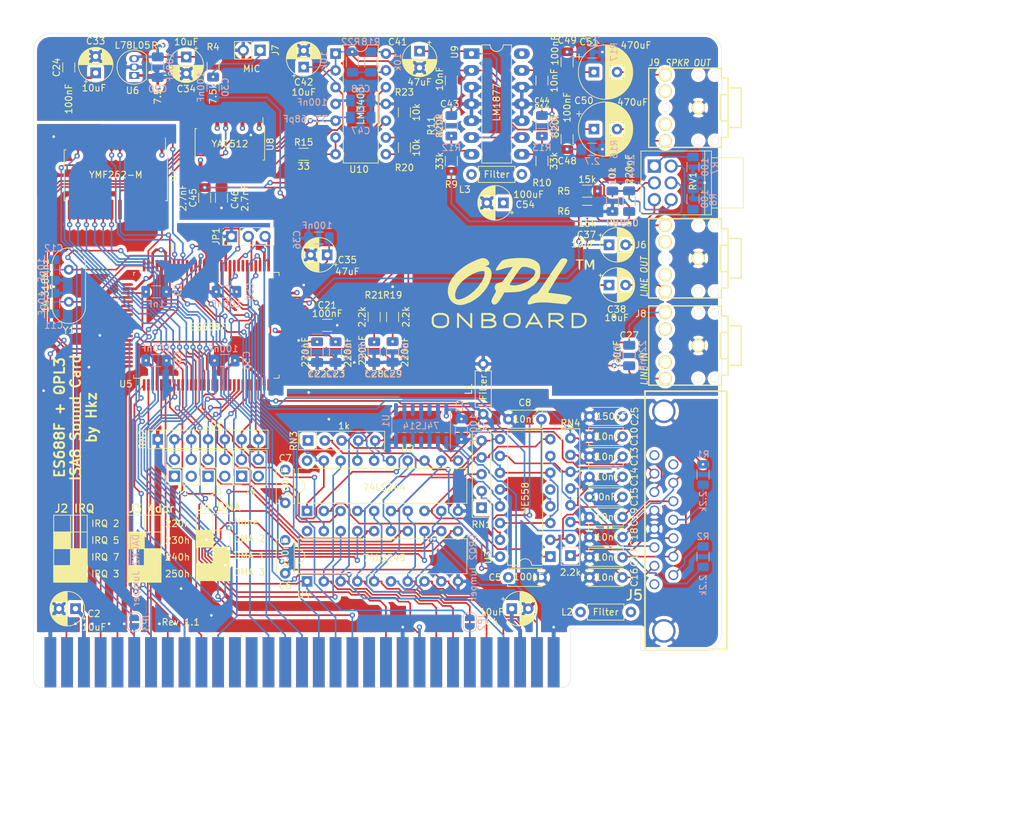
<source format=kicad_pcb>
(kicad_pcb (version 20171130) (host pcbnew 5.1.10-1.fc34)
  (layers (0 F.Cu signal) (1 In1.Cu power) (2 In2.Cu power) (31 B.Cu signal) (34 B.Paste user) (35 F.Paste user) (36 B.SilkS user) (37 F.SilkS user) (38 B.Mask user) (39 F.Mask user) (44 Edge.Cuts user))
  (net 0 "")
  (net 1 GND)
  (net 2 +12V)
  (net 3 VCC)
  (net 4 GNDA)
  (net 5 "Net-(C14-Pad1)")
  (net 6 "Net-(C10-Pad1)")
  (net 7 "Net-(C13-Pad1)")
  (net 8 "Net-(C22-Pad2)")
  (net 9 "Net-(C23-Pad2)")
  (net 10 "Net-(C26-Pad2)")
  (net 11 "Net-(C27-Pad1)")
  (net 12 "Net-(C28-Pad1)")
  (net 13 "Net-(C29-Pad1)")
  (net 14 "Net-(C30-Pad1)")
  (net 15 "Net-(C34-Pad1)")
  (net 16 "Net-(C35-Pad1)")
  (net 17 /AOUTR)
  (net 18 /AOUTL)
  (net 19 "Net-(C39-Pad1)")
  (net 20 "Net-(C40-Pad1)")
  (net 21 "Net-(C41-Pad1)")
  (net 22 "Net-(C43-Pad1)")
  (net 23 /RESETDRV)
  (net 24 "Net-(C48-Pad1)")
  (net 25 /A0)
  (net 26 /A1)
  (net 27 /A2)
  (net 28 /A3)
  (net 29 /A4)
  (net 30 /A5)
  (net 31 /A6)
  (net 32 /A7)
  (net 33 /A8)
  (net 34 /A9)
  (net 35 /AEN)
  (net 36 /D0)
  (net 37 /D1)
  (net 38 /D2)
  (net 39 /D3)
  (net 40 /D4)
  (net 41 /D5)
  (net 42 /D6)
  (net 43 /D7)
  (net 44 /~DACK2)
  (net 45 /IRQ3)
  (net 46 /IRQ5)
  (net 47 /IRQ7)
  (net 48 /DRQ1)
  (net 49 /~DACK1)
  (net 50 /DRQ3)
  (net 51 /~DACK3)
  (net 52 /~IOR)
  (net 53 /~IOW)
  (net 54 /DRQ2)
  (net 55 /IRQ9)
  (net 56 "Net-(JP1-Pad2)")
  (net 57 "Net-(JP2-Pad2)")
  (net 58 "Net-(JP3-Pad2)")
  (net 59 "Net-(C27-Pad2)")
  (net 60 "Net-(C37-Pad2)")
  (net 61 /Filtered_12V)
  (net 62 "Net-(C8-Pad2)")
  (net 63 "Net-(C11-Pad2)")
  (net 64 /ES_CLK)
  (net 65 "Net-(C15-Pad1)")
  (net 66 "Net-(C16-Pad1)")
  (net 67 "Net-(C17-Pad1)")
  (net 68 "Net-(C18-Pad1)")
  (net 69 "Net-(C19-Pad1)")
  (net 70 "Net-(C21-Pad1)")
  (net 71 "Net-(C22-Pad1)")
  (net 72 "Net-(C23-Pad1)")
  (net 73 VDDA)
  (net 74 "Net-(C26-Pad1)")
  (net 75 /MUS_L)
  (net 76 /MUS_R)
  (net 77 "Net-(C30-Pad2)")
  (net 78 "Net-(C38-Pad2)")
  (net 79 "Net-(C39-Pad2)")
  (net 80 "Net-(C40-Pad2)")
  (net 81 /YAC_CV)
  (net 82 "Net-(C43-Pad2)")
  (net 83 "Net-(C44-Pad2)")
  (net 84 "Net-(C44-Pad1)")
  (net 85 /YAC_CH1)
  (net 86 /YAC_CH2)
  (net 87 /YAC_AOUT)
  (net 88 "Net-(C49-Pad1)")
  (net 89 "Net-(C50-Pad2)")
  (net 90 "Net-(C51-Pad2)")
  (net 91 "Net-(J2-Pad4)")
  (net 92 "Net-(J2-Pad2)")
  (net 93 "Net-(J3-Pad4)")
  (net 94 "Net-(J3-Pad2)")
  (net 95 "Net-(J4-Pad4)")
  (net 96 "Net-(J4-Pad2)")
  (net 97 "Net-(J5-Pad15)")
  (net 98 "Net-(J5-Pad13)")
  (net 99 "Net-(J5-Pad12)")
  (net 100 "Net-(J5-Pad11)")
  (net 101 "Net-(J5-Pad6)")
  (net 102 "Net-(J5-Pad3)")
  (net 103 /MIDI_OUT)
  (net 104 /MIDI_IN)
  (net 105 "Net-(R11-Pad1)")
  (net 106 "Net-(R10-Pad2)")
  (net 107 "Net-(R15-Pad2)")
  (net 108 /YAC_SWIN)
  (net 109 "Net-(R18-Pad2)")
  (net 110 "Net-(R18-Pad1)")
  (net 111 "Net-(R20-Pad2)")
  (net 112 "Net-(R20-Pad1)")
  (net 113 /YAC_MP)
  (net 114 "Net-(RN1-Pad5)")
  (net 115 "Net-(RN1-Pad4)")
  (net 116 "Net-(RN1-Pad3)")
  (net 117 "Net-(RN1-Pad2)")
  (net 118 "Net-(U1-Pad2)")
  (net 119 /~JOY_R)
  (net 120 /~JOY_W)
  (net 121 /~FMENB245)
  (net 122 /ES-D7)
  (net 123 /ES-D6)
  (net 124 /ES-D5)
  (net 125 /ES-D4)
  (net 126 /ES-D3)
  (net 127 /ES-D2)
  (net 128 /ES-D1)
  (net 129 /ES-D0)
  (net 130 /~FMCSB)
  (net 131 /~FMRSTB)
  (net 132 "Net-(U7-Pad23)")
  (net 133 "Net-(U7-Pad21)")
  (net 134 "Net-(U7-Pad20)")
  (net 135 "Net-(U7-Pad19)")
  (net 136 /FILTERED_VCC)
  (net 137 "Net-(R5-Pad2)")
  (net 138 "Net-(R6-Pad2)")
  (net 139 "Net-(R7-Pad1)")
  (net 140 "Net-(R8-Pad1)")
  (module ES688_ISA8:opl_logo (layer F.Cu) (at 284.607 141.986)
    (fp_text reference G*** hide)
    (fp_text value LOGO hide)
  )
  (module ES688_ISA8:SOP-16 (layer F.Cu) (at 240.538 120.92 270)
    (fp_text reference U8 (at 0 -6.1 90) (layer F.SilkS))
    (fp_text value YAC512 (at -0.0675 0 180) (layer F.SilkS))
    (pad 16 smd roundrect (at 3.65 -4.445 270) (size 3 0.6) (layers F.Cu F.Paste F.Mask) (net 81 /YAC_CV))
    (pad 15 smd roundrect (at 3.65 -3.175 270) (size 3 0.6) (layers F.Cu F.Paste F.Mask))
    (pad 14 smd roundrect (at 3.65 -1.905 270) (size 3 0.6) (layers F.Cu F.Paste F.Mask) (net 113 /YAC_MP))
    (pad 13 smd roundrect (at 3.65 -0.635 270) (size 3 0.6) (layers F.Cu F.Paste F.Mask) (net 87 /YAC_AOUT))
    (pad 12 smd roundrect (at 3.65 0.635 270) (size 3 0.6) (layers F.Cu F.Paste F.Mask) (net 108 /YAC_SWIN))
    (pad 11 smd roundrect (at 3.65 1.905 270) (size 3 0.6) (layers F.Cu F.Paste F.Mask) (net 86 /YAC_CH2))
    (pad 10 smd roundrect (at 3.65 3.175 270) (size 3 0.6) (layers F.Cu F.Paste F.Mask) (net 85 /YAC_CH1))
    (pad 9 smd roundrect (at 3.65 4.445 270) (size 3 0.6) (layers F.Cu F.Paste F.Mask) (net 73 VDDA))
    (pad 8 smd roundrect (at -3.65 4.445 270) (size 3 0.6) (layers F.Cu F.Paste F.Mask) (net 135 "Net-(U7-Pad19)"))
    (pad 7 smd roundrect (at -3.65 3.175 270) (size 3 0.6) (layers F.Cu F.Paste F.Mask) (net 134 "Net-(U7-Pad20)"))
    (pad 6 smd roundrect (at -3.65 1.905 270) (size 3 0.6) (layers F.Cu F.Paste F.Mask) (net 73 VDDA))
    (pad 5 smd roundrect (at -3.65 0.635 270) (size 3 0.6) (layers F.Cu F.Paste F.Mask) (net 132 "Net-(U7-Pad23)"))
    (pad 4 smd roundrect (at -3.65 -0.635 270) (size 3 0.6) (layers F.Cu F.Paste F.Mask) (net 133 "Net-(U7-Pad21)"))
    (pad 3 smd roundrect (at -3.65 -1.905 270) (size 3 0.6) (layers F.Cu F.Paste F.Mask) (net 73 VDDA))
    (pad 2 smd roundrect (at -3.65 -3.175 270) (size 3 0.6) (layers F.Cu F.Paste F.Mask) (net 4 GNDA))
    (pad 1 smd roundrect (at -3.65 -4.445 270) (size 3 0.6) (layers F.Cu F.Paste F.Mask) (net 73 VDDA))
  )
  (module ES688_ISA8:SOP-24 (layer F.Cu) (at 223.266 125.606 270)
    (fp_text reference U7 (at 0 -8.65 90) (layer F.SilkS))
    (fp_text value YMF262-M (at -0.0675 0 180) (layer F.SilkS))
    (pad 24 smd roundrect (at 5.2 -6.985 270) (size 3 0.55) (layers F.Cu F.Paste F.Mask) (net 64 /ES_CLK))
    (pad 23 smd roundrect (at 5.2 -5.715 270) (size 3 0.55) (layers F.Cu F.Paste F.Mask) (net 132 "Net-(U7-Pad23)"))
    (pad 22 smd roundrect (at 5.2 -4.445 270) (size 3 0.55) (layers F.Cu F.Paste F.Mask))
    (pad 21 smd roundrect (at 5.2 -3.175 270) (size 3 0.55) (layers F.Cu F.Paste F.Mask) (net 133 "Net-(U7-Pad21)"))
    (pad 20 smd roundrect (at 5.2 -1.905 270) (size 3 0.55) (layers F.Cu F.Paste F.Mask) (net 134 "Net-(U7-Pad20)"))
    (pad 19 smd roundrect (at 5.2 -0.635 270) (size 3 0.55) (layers F.Cu F.Paste F.Mask) (net 135 "Net-(U7-Pad19)"))
    (pad 18 smd roundrect (at 5.2 0.635 270) (size 3 0.55) (layers F.Cu F.Paste F.Mask) (net 122 /ES-D7))
    (pad 17 smd roundrect (at 5.2 1.905 270) (size 3 0.55) (layers F.Cu F.Paste F.Mask) (net 123 /ES-D6))
    (pad 16 smd roundrect (at 5.2 3.175 270) (size 3 0.55) (layers F.Cu F.Paste F.Mask) (net 124 /ES-D5))
    (pad 15 smd roundrect (at 5.2 4.445 270) (size 3 0.55) (layers F.Cu F.Paste F.Mask) (net 125 /ES-D4))
    (pad 14 smd roundrect (at 5.2 5.715 270) (size 3 0.55) (layers F.Cu F.Paste F.Mask) (net 126 /ES-D3))
    (pad 13 smd roundrect (at 5.2 6.985 270) (size 3 0.55) (layers F.Cu F.Paste F.Mask) (net 127 /ES-D2))
    (pad 12 smd roundrect (at -5.2 6.985 270) (size 3 0.55) (layers F.Cu F.Paste F.Mask) (net 1 GND))
    (pad 11 smd roundrect (at -5.2 5.715 270) (size 3 0.55) (layers F.Cu F.Paste F.Mask) (net 128 /ES-D1))
    (pad 10 smd roundrect (at -5.2 4.445 270) (size 3 0.55) (layers F.Cu F.Paste F.Mask) (net 129 /ES-D0))
    (pad 9 smd roundrect (at -5.2 3.175 270) (size 3 0.55) (layers F.Cu F.Paste F.Mask))
    (pad 8 smd roundrect (at -5.2 1.905 270) (size 3 0.55) (layers F.Cu F.Paste F.Mask) (net 130 /~FMCSB))
    (pad 7 smd roundrect (at -5.2 0.635 270) (size 3 0.55) (layers F.Cu F.Paste F.Mask) (net 52 /~IOR))
    (pad 6 smd roundrect (at -5.2 -0.635 270) (size 3 0.55) (layers F.Cu F.Paste F.Mask) (net 53 /~IOW))
    (pad 5 smd roundrect (at -5.2 -1.905 270) (size 3 0.55) (layers F.Cu F.Paste F.Mask) (net 26 /A1))
    (pad 4 smd roundrect (at -5.2 -3.175 270) (size 3 0.55) (layers F.Cu F.Paste F.Mask) (net 25 /A0))
    (pad 3 smd roundrect (at -5.2 -4.445 270) (size 3 0.55) (layers F.Cu F.Paste F.Mask) (net 131 /~FMRSTB))
    (pad 2 smd roundrect (at -5.2 -5.715 270) (size 3 0.55) (layers F.Cu F.Paste F.Mask))
    (pad 1 smd roundrect (at -5.2 -6.985 270) (size 3 0.55) (layers F.Cu F.Paste F.Mask) (net 3 VCC))
  )
  (module Capacitor_THT:CP_Radial_D5.0mm_P2.50mm (layer F.Cu) (at 297.942 142.24)
    (fp_text reference C38 (at 1.143 3.683) (layer F.SilkS))
    (fp_text value 10uF (at 1.143 4.953) (layer F.SilkS))
    (pad 2 thru_hole circle (at 2.5 0) (size 1.6 1.6) (drill 0.8) (layers *.Cu *.Mask) (net 78 "Net-(C38-Pad2)"))
    (pad 1 thru_hole rect (at 0 0) (size 1.6 1.6) (drill 0.8) (layers *.Cu *.Mask) (net 17 /AOUTR))
  )
  (module Capacitor_THT:CP_Radial_D5.0mm_P2.50mm (layer F.Cu) (at 297.942 136.144)
    (fp_text reference C37 (at -3.429 -1.524) (layer F.SilkS))
    (fp_text value 10uF (at -3.937 -0.127) (layer F.SilkS))
    (pad 2 thru_hole circle (at 2.5 0) (size 1.6 1.6) (drill 0.8) (layers *.Cu *.Mask) (net 60 "Net-(C37-Pad2)"))
    (pad 1 thru_hole rect (at 0 0) (size 1.6 1.6) (drill 0.8) (layers *.Cu *.Mask) (net 18 /AOUTL))
  )
  (module Custom_Connectors:MNT_KEYSTONE_9200-3 (layer F.Cu) (at 292.15 195.584)
    (fp_text reference REF** hide)
    (fp_text value MNT_KEYSTONE_9200-3 hide)
  )
  (module Custom_Connectors:SB_DB15_152-3415 (layer F.Cu) (at 304.8 187.566)
    (fp_text reference J5 (at -3.048 1.664) (layer F.SilkS) (effects (font (size 1.524 1.524) (thickness 0.254))))
    (fp_text value Joystick/MIDI)
    (pad 0 thru_hole circle (at 1.4351 -26.2128 270) (size 3.556 3.556) (drill 2.8702) (layers *.Cu *.Mask) (net 1 GND))
    (pad 0 thru_hole circle (at 1.4351 7.0612 270) (size 3.556 3.556) (drill 2.8702) (layers *.Cu *.Mask) (net 1 GND))
    (pad 9 thru_hole circle (at 2.8702 -18.161 270) (size 1.524 1.524) (drill 1.0922) (layers *.Cu *.Mask) (net 136 /FILTERED_VCC))
    (pad 10 thru_hole circle (at 2.8702 -15.367 270) (size 1.524 1.524) (drill 1.0922) (layers *.Cu *.Mask) (net 68 "Net-(C18-Pad1)"))
    (pad 11 thru_hole circle (at 2.8702 -12.573 270) (size 1.524 1.524) (drill 1.0922) (layers *.Cu *.Mask) (net 100 "Net-(J5-Pad11)"))
    (pad 12 thru_hole circle (at 2.8702 -9.779 270) (size 1.524 1.524) (drill 1.0922) (layers *.Cu *.Mask) (net 99 "Net-(J5-Pad12)"))
    (pad 13 thru_hole circle (at 2.8702 -6.985 270) (size 1.524 1.524) (drill 1.0922) (layers *.Cu *.Mask) (net 98 "Net-(J5-Pad13)"))
    (pad 14 thru_hole circle (at 2.8702 -4.191 270) (size 1.524 1.524) (drill 1.0922) (layers *.Cu *.Mask) (net 67 "Net-(C17-Pad1)"))
    (pad 15 thru_hole circle (at 2.8702 -1.397 270) (size 1.524 1.524) (drill 1.0922) (layers *.Cu *.Mask) (net 97 "Net-(J5-Pad15)"))
    (pad 1 thru_hole circle (at 0 -19.558 270) (size 1.524 1.524) (drill 1.0922) (layers *.Cu *.Mask) (net 136 /FILTERED_VCC))
    (pad 2 thru_hole circle (at 0 -16.764 270) (size 1.524 1.524) (drill 1.0922) (layers *.Cu *.Mask) (net 69 "Net-(C19-Pad1)"))
    (pad 3 thru_hole circle (at 0 -13.97 270) (size 1.524 1.524) (drill 1.0922) (layers *.Cu *.Mask) (net 102 "Net-(J5-Pad3)"))
    (pad 4 thru_hole circle (at 0 -11.176 270) (size 1.524 1.524) (drill 1.0922) (layers *.Cu *.Mask) (net 1 GND))
    (pad 5 thru_hole circle (at 0 -8.382 270) (size 1.524 1.524) (drill 1.0922) (layers *.Cu *.Mask) (net 1 GND))
    (pad 6 thru_hole circle (at 0 -5.588 270) (size 1.524 1.524) (drill 1.0922) (layers *.Cu *.Mask) (net 101 "Net-(J5-Pad6)"))
    (pad 8 thru_hole circle (at 0 0 270) (size 1.524 1.524) (drill 1.0922) (layers *.Cu *.Mask) (net 136 /FILTERED_VCC))
    (pad 7 thru_hole circle (at 0 -2.794 270) (size 1.524 1.524) (drill 1.0922) (layers *.Cu *.Mask) (net 66 "Net-(C16-Pad1)"))
  )
  (module Crystal:Crystal_HC49-4H_Vertical (layer F.Cu) (at 216.154 144.78 90)
    (fp_text reference Y1 (at -4.318 0) (layer F.SilkS))
    (fp_text value 14.318Mhz (at 2.44 -3.556 90) (layer F.SilkS))
    (pad 2 thru_hole circle (at 4.88 0 90) (size 1.5 1.5) (drill 0.8) (layers *.Cu *.Mask) (net 64 /ES_CLK))
    (pad 1 thru_hole circle (at 0 0 90) (size 1.5 1.5) (drill 0.8) (layers *.Cu *.Mask) (net 63 "Net-(C11-Pad2)"))
  )
  (module Resistor_SMD:R_1206_3216Metric_Pad1.30x1.75mm_HandSolder (layer B.Cu) (at 310.642 129.202 90)
    (fp_text reference R8 (at -0.1 3.048 90) (layer B.SilkS) (effects (justify mirror)))
    (fp_text value 100 (at 0 1.778 90) (layer B.SilkS) (effects (justify mirror)))
    (pad 2 smd roundrect (at 1.55 0 90) (size 1.3 1.75) (layers B.Cu B.Paste B.Mask) (roundrect_rratio 0.192308) (net 4 GNDA))
    (pad 1 smd roundrect (at -1.55 0 90) (size 1.3 1.75) (layers B.Cu B.Paste B.Mask) (roundrect_rratio 0.192308) (net 140 "Net-(R8-Pad1)"))
  )
  (module Resistor_SMD:R_1206_3216Metric_Pad1.30x1.75mm_HandSolder (layer B.Cu) (at 310.642 124.376 270)
    (fp_text reference R7 (at 0.1 -3.302 270) (layer B.SilkS) (effects (justify mirror)))
    (fp_text value 100 (at 0 -1.82 90) (layer B.SilkS) (effects (justify mirror)))
    (pad 2 smd roundrect (at 1.55 0 270) (size 1.3 1.75) (layers B.Cu B.Paste B.Mask) (roundrect_rratio 0.192308) (net 4 GNDA))
    (pad 1 smd roundrect (at -1.55 0 270) (size 1.3 1.75) (layers B.Cu B.Paste B.Mask) (roundrect_rratio 0.192308) (net 139 "Net-(R7-Pad1)"))
  )
  (module Volume_Pot:PTD902 (layer F.Cu) (at 304.8 124.222)
    (fp_text reference RV1 (at 5.842 2.27 90) (layer F.SilkS))
    (fp_text value "Volume Knob")
    (pad 4 thru_hole circle (at 2.54 0) (size 2 2) (drill 1.3) (layers *.Cu *.Mask) (net 140 "Net-(R8-Pad1)"))
    (pad 5 thru_hole circle (at 2.54 2.54) (size 2 2) (drill 1.3) (layers *.Cu *.Mask) (net 19 "Net-(C39-Pad1)"))
    (pad 6 thru_hole circle (at 2.54 5.08) (size 2 2) (drill 1.3) (layers *.Cu *.Mask) (net 137 "Net-(R5-Pad2)"))
    (pad 3 thru_hole circle (at 0 5.08) (size 2 2) (drill 1.3) (layers *.Cu *.Mask) (net 138 "Net-(R6-Pad2)"))
    (pad 2 thru_hole circle (at 0 2.54) (size 2 2) (drill 1.3) (layers *.Cu *.Mask) (net 20 "Net-(C40-Pad1)"))
    (pad 1 thru_hole rect (at 0 0) (size 2 2) (drill 1.3) (layers *.Cu *.Mask) (net 139 "Net-(R7-Pad1)"))
  )
  (module Capacitor_THT:C_Disc_D5.0mm_W2.5mm_P5.00mm (layer F.Cu) (at 282.702 162.56)
    (fp_text reference C8 (at 2.5 -2.5) (layer F.SilkS))
    (fp_text value 10nF (at 2.54 0) (layer F.SilkS))
    (pad 2 thru_hole circle (at 5 0) (size 1.6 1.6) (drill 0.8) (layers *.Cu *.Mask) (net 62 "Net-(C8-Pad2)"))
    (pad 1 thru_hole circle (at 0 0) (size 1.6 1.6) (drill 0.8) (layers *.Cu *.Mask) (net 1 GND))
  )
  (module Capacitor_SMD:C_1206_3216Metric_Pad1.33x1.80mm_HandSolder (layer B.Cu) (at 260.35 114.3)
    (fp_text reference C58 (at 0 -1.778) (layer B.SilkS) (effects (justify mirror)))
    (fp_text value 100nF (at -7.366 0.254) (layer B.SilkS) (effects (justify mirror)))
    (pad 2 smd roundrect (at 1.5625 0) (size 1.325 1.8) (layers B.Cu B.Paste B.Mask) (roundrect_rratio 0.188679) (net 4 GNDA))
    (pad 1 smd roundrect (at -1.5625 0) (size 1.325 1.8) (layers B.Cu B.Paste B.Mask) (roundrect_rratio 0.188679) (net 2 +12V))
  )
  (module Capacitor_SMD:C_1206_3216Metric_Pad1.33x1.80mm_HandSolder (layer B.Cu) (at 229.362 153.67)
    (fp_text reference C57 (at 3.302 0 90) (layer B.SilkS) (effects (justify mirror)))
    (fp_text value 100nF (at 0 -1.85) (layer B.SilkS) (effects (justify mirror)))
    (pad 2 smd roundrect (at 1.5625 0) (size 1.325 1.8) (layers B.Cu B.Paste B.Mask) (roundrect_rratio 0.188679) (net 1 GND))
    (pad 1 smd roundrect (at -1.5625 0) (size 1.325 1.8) (layers B.Cu B.Paste B.Mask) (roundrect_rratio 0.188679) (net 3 VCC))
  )
  (module Capacitor_SMD:C_1206_3216Metric_Pad1.33x1.80mm_HandSolder (layer B.Cu) (at 239.776 153.67 180)
    (fp_text reference C56 (at -3.302 0 90) (layer B.SilkS) (effects (justify mirror)))
    (fp_text value 100nF (at 0.254 1.778) (layer B.SilkS) (effects (justify mirror)))
    (pad 2 smd roundrect (at 1.5625 0 180) (size 1.325 1.8) (layers B.Cu B.Paste B.Mask) (roundrect_rratio 0.188679) (net 1 GND))
    (pad 1 smd roundrect (at -1.5625 0 180) (size 1.325 1.8) (layers B.Cu B.Paste B.Mask) (roundrect_rratio 0.188679) (net 3 VCC))
  )
  (module Capacitor_SMD:C_1206_3216Metric_Pad1.33x1.80mm_HandSolder (layer B.Cu) (at 240.03 143.256 180)
    (fp_text reference C55 (at -3.556 0 90) (layer B.SilkS) (effects (justify mirror)))
    (fp_text value 100nF (at 0 -1.85) (layer B.SilkS) (effects (justify mirror)))
    (pad 2 smd roundrect (at 1.5625 0 180) (size 1.325 1.8) (layers B.Cu B.Paste B.Mask) (roundrect_rratio 0.188679) (net 1 GND))
    (pad 1 smd roundrect (at -1.5625 0 180) (size 1.325 1.8) (layers B.Cu B.Paste B.Mask) (roundrect_rratio 0.188679) (net 3 VCC))
  )
  (module Capacitor_SMD:C_1206_3216Metric_Pad1.33x1.80mm_HandSolder (layer B.Cu) (at 275.59 164.084 270)
    (fp_text reference C3 (at -3.556 0.254 90) (layer B.SilkS) (effects (justify mirror)))
    (fp_text value 100nF (at 0 -1.85 90) (layer B.SilkS) (effects (justify mirror)))
    (pad 2 smd roundrect (at 1.5625 0 270) (size 1.325 1.8) (layers B.Cu B.Paste B.Mask) (roundrect_rratio 0.188679) (net 1 GND))
    (pad 1 smd roundrect (at -1.5625 0 270) (size 1.325 1.8) (layers B.Cu B.Paste B.Mask) (roundrect_rratio 0.188679) (net 3 VCC))
  )
  (module Connector_PinHeader_2.54mm:PinHeader_1x02_P2.54mm_Vertical (layer F.Cu) (at 245.11 106.68 270)
    (fp_text reference J7 (at 0 -2.33 90) (layer F.SilkS))
    (fp_text value MIC (at 2.794 1.27) (layer F.SilkS))
    (pad 2 thru_hole oval (at 0 2.54 270) (size 1.7 1.7) (drill 1) (layers *.Cu *.Mask) (net 4 GNDA))
    (pad 1 thru_hole rect (at 0 0 270) (size 1.7 1.7) (drill 1) (layers *.Cu *.Mask) (net 77 "Net-(C30-Pad2)"))
  )
  (module Resistor_SMD:R_1206_3216Metric_Pad1.30x1.75mm_HandSolder (layer F.Cu) (at 287.782 118.11 90)
    (fp_text reference R14 (at 2.794 0 180) (layer F.SilkS) (effects (font (size 0.8 0.8))))
    (fp_text value 820k (at 0 2.032 90) (layer F.SilkS))
    (pad 2 smd roundrect (at 1.55 0 90) (size 1.3 1.75) (layers F.Cu F.Paste F.Mask) (roundrect_rratio 0.192308) (net 84 "Net-(C44-Pad1)"))
    (pad 1 smd roundrect (at -1.55 0 90) (size 1.3 1.75) (layers F.Cu F.Paste F.Mask) (roundrect_rratio 0.192308) (net 106 "Net-(R10-Pad2)"))
  )
  (module Capacitor_SMD:C_1206_3216Metric_Pad1.33x1.80mm_HandSolder (layer B.Cu) (at 213.868 139.954 90)
    (fp_text reference C12 (at 3.302 0) (layer B.SilkS) (effects (justify mirror)))
    (fp_text value 10pF (at 0 -1.85 270) (layer B.SilkS) (effects (justify mirror)))
    (pad 2 smd roundrect (at 1.5625 0 90) (size 1.325 1.8) (layers B.Cu B.Paste B.Mask) (roundrect_rratio 0.188679) (net 64 /ES_CLK))
    (pad 1 smd roundrect (at -1.5625 0 90) (size 1.325 1.8) (layers B.Cu B.Paste B.Mask) (roundrect_rratio 0.188679) (net 1 GND))
  )
  (module Capacitor_SMD:C_1206_3216Metric_Pad1.33x1.80mm_HandSolder (layer B.Cu) (at 213.868 145.034 270)
    (fp_text reference C11 (at 3.302 0 180) (layer B.SilkS) (effects (justify mirror)))
    (fp_text value 10pF (at 0 1.778 270) (layer B.SilkS) (effects (justify mirror)))
    (pad 2 smd roundrect (at 1.5625 0 270) (size 1.325 1.8) (layers B.Cu B.Paste B.Mask) (roundrect_rratio 0.188679) (net 63 "Net-(C11-Pad2)"))
    (pad 1 smd roundrect (at -1.5625 0 270) (size 1.325 1.8) (layers B.Cu B.Paste B.Mask) (roundrect_rratio 0.188679) (net 1 GND))
  )
  (module Capacitor_THT:C_Disc_D5.0mm_W2.5mm_P5.00mm (layer F.Cu) (at 248.92 170.234 270)
    (fp_text reference C7 (at -1.778 0 180) (layer F.SilkS))
    (fp_text value 100nF (at 1.978 0 90) (layer F.SilkS))
    (pad 2 thru_hole circle (at 5 0 270) (size 1.6 1.6) (drill 0.8) (layers *.Cu *.Mask) (net 1 GND))
    (pad 1 thru_hole circle (at 0 0 270) (size 1.6 1.6) (drill 0.8) (layers *.Cu *.Mask) (net 3 VCC))
  )
  (module Capacitor_THT:C_Disc_D5.0mm_W2.5mm_P5.00mm (layer F.Cu) (at 248.92 180.902 270)
    (fp_text reference C6 (at 6.858 0 180) (layer F.SilkS))
    (fp_text value 100nF (at 1.978 0 90) (layer F.SilkS))
    (pad 2 thru_hole circle (at 5 0 270) (size 1.6 1.6) (drill 0.8) (layers *.Cu *.Mask) (net 1 GND))
    (pad 1 thru_hole circle (at 0 0 270) (size 1.6 1.6) (drill 0.8) (layers *.Cu *.Mask) (net 3 VCC))
  )
  (module Capacitor_THT:C_Disc_D5.0mm_W2.5mm_P5.00mm (layer F.Cu) (at 282.702 186.52)
    (fp_text reference C5 (at -2.032 0) (layer F.SilkS))
    (fp_text value 100nF (at 3.048 -0.084) (layer F.SilkS))
    (pad 2 thru_hole circle (at 5 0) (size 1.6 1.6) (drill 0.8) (layers *.Cu *.Mask) (net 1 GND))
    (pad 1 thru_hole circle (at 0 0) (size 1.6 1.6) (drill 0.8) (layers *.Cu *.Mask) (net 3 VCC))
  )
  (module Capacitor_THT:C_Disc_D5.0mm_W2.5mm_P5.00mm (layer F.Cu) (at 294.974 162.136)
    (fp_text reference C25 (at 6.858 0 270) (layer F.SilkS))
    (fp_text value 150pF (at 3.302 0) (layer F.SilkS))
    (pad 2 thru_hole circle (at 5 0) (size 1.6 1.6) (drill 0.8) (layers *.Cu *.Mask) (net 136 /FILTERED_VCC))
    (pad 1 thru_hole circle (at 0 0) (size 1.6 1.6) (drill 0.8) (layers *.Cu *.Mask) (net 1 GND))
  )
  (module Package_DIP:DIP-20_W7.62mm (layer F.Cu) (at 252.222 187.128 90)
    (fp_text reference U4 (at -2.032 -0.508 180) (layer F.SilkS))
    (fp_text value 74LS245 (at 3.556 11.684 180) (layer F.SilkS))
    (pad 20 thru_hole oval (at 7.62 0 90) (size 1.6 1.6) (drill 0.8) (layers *.Cu *.Mask) (net 3 VCC))
    (pad 10 thru_hole oval (at 0 22.86 90) (size 1.6 1.6) (drill 0.8) (layers *.Cu *.Mask) (net 1 GND))
    (pad 19 thru_hole oval (at 7.62 2.54 90) (size 1.6 1.6) (drill 0.8) (layers *.Cu *.Mask) (net 121 /~FMENB245))
    (pad 9 thru_hole oval (at 0 20.32 90) (size 1.6 1.6) (drill 0.8) (layers *.Cu *.Mask) (net 43 /D7))
    (pad 18 thru_hole oval (at 7.62 5.08 90) (size 1.6 1.6) (drill 0.8) (layers *.Cu *.Mask) (net 129 /ES-D0))
    (pad 8 thru_hole oval (at 0 17.78 90) (size 1.6 1.6) (drill 0.8) (layers *.Cu *.Mask) (net 42 /D6))
    (pad 17 thru_hole oval (at 7.62 7.62 90) (size 1.6 1.6) (drill 0.8) (layers *.Cu *.Mask) (net 128 /ES-D1))
    (pad 7 thru_hole oval (at 0 15.24 90) (size 1.6 1.6) (drill 0.8) (layers *.Cu *.Mask) (net 41 /D5))
    (pad 16 thru_hole oval (at 7.62 10.16 90) (size 1.6 1.6) (drill 0.8) (layers *.Cu *.Mask) (net 127 /ES-D2))
    (pad 6 thru_hole oval (at 0 12.7 90) (size 1.6 1.6) (drill 0.8) (layers *.Cu *.Mask) (net 40 /D4))
    (pad 15 thru_hole oval (at 7.62 12.7 90) (size 1.6 1.6) (drill 0.8) (layers *.Cu *.Mask) (net 126 /ES-D3))
    (pad 5 thru_hole oval (at 0 10.16 90) (size 1.6 1.6) (drill 0.8) (layers *.Cu *.Mask) (net 39 /D3))
    (pad 14 thru_hole oval (at 7.62 15.24 90) (size 1.6 1.6) (drill 0.8) (layers *.Cu *.Mask) (net 125 /ES-D4))
    (pad 4 thru_hole oval (at 0 7.62 90) (size 1.6 1.6) (drill 0.8) (layers *.Cu *.Mask) (net 38 /D2))
    (pad 13 thru_hole oval (at 7.62 17.78 90) (size 1.6 1.6) (drill 0.8) (layers *.Cu *.Mask) (net 124 /ES-D5))
    (pad 3 thru_hole oval (at 0 5.08 90) (size 1.6 1.6) (drill 0.8) (layers *.Cu *.Mask) (net 37 /D1))
    (pad 12 thru_hole oval (at 7.62 20.32 90) (size 1.6 1.6) (drill 0.8) (layers *.Cu *.Mask) (net 123 /ES-D6))
    (pad 2 thru_hole oval (at 0 2.54 90) (size 1.6 1.6) (drill 0.8) (layers *.Cu *.Mask) (net 36 /D0))
    (pad 11 thru_hole oval (at 7.62 22.86 90) (size 1.6 1.6) (drill 0.8) (layers *.Cu *.Mask) (net 122 /ES-D7))
    (pad 1 thru_hole rect (at 0 0 90) (size 1.6 1.6) (drill 0.8) (layers *.Cu *.Mask) (net 52 /~IOR))
  )
  (module Package_DIP:DIP-20_W7.62mm (layer F.Cu) (at 252.222 176.46 90)
    (fp_text reference U2 (at 9.398 15.24 180) (layer F.SilkS))
    (fp_text value 74LS244 (at 3.556 11.684 180) (layer F.SilkS))
    (pad 20 thru_hole oval (at 7.62 0 90) (size 1.6 1.6) (drill 0.8) (layers *.Cu *.Mask) (net 3 VCC))
    (pad 10 thru_hole oval (at 0 22.86 90) (size 1.6 1.6) (drill 0.8) (layers *.Cu *.Mask) (net 1 GND))
    (pad 19 thru_hole oval (at 7.62 2.54 90) (size 1.6 1.6) (drill 0.8) (layers *.Cu *.Mask) (net 119 /~JOY_R))
    (pad 9 thru_hole oval (at 0 20.32 90) (size 1.6 1.6) (drill 0.8) (layers *.Cu *.Mask) (net 40 /D4))
    (pad 18 thru_hole oval (at 7.62 5.08 90) (size 1.6 1.6) (drill 0.8) (layers *.Cu *.Mask) (net 36 /D0))
    (pad 8 thru_hole oval (at 0 17.78 90) (size 1.6 1.6) (drill 0.8) (layers *.Cu *.Mask) (net 116 "Net-(RN1-Pad3)"))
    (pad 17 thru_hole oval (at 7.62 7.62 90) (size 1.6 1.6) (drill 0.8) (layers *.Cu *.Mask) (net 67 "Net-(C17-Pad1)"))
    (pad 7 thru_hole oval (at 0 15.24 90) (size 1.6 1.6) (drill 0.8) (layers *.Cu *.Mask) (net 41 /D5))
    (pad 16 thru_hole oval (at 7.62 10.16 90) (size 1.6 1.6) (drill 0.8) (layers *.Cu *.Mask) (net 37 /D1))
    (pad 6 thru_hole oval (at 0 12.7 90) (size 1.6 1.6) (drill 0.8) (layers *.Cu *.Mask) (net 115 "Net-(RN1-Pad4)"))
    (pad 15 thru_hole oval (at 7.62 12.7 90) (size 1.6 1.6) (drill 0.8) (layers *.Cu *.Mask) (net 68 "Net-(C18-Pad1)"))
    (pad 5 thru_hole oval (at 0 10.16 90) (size 1.6 1.6) (drill 0.8) (layers *.Cu *.Mask) (net 42 /D6))
    (pad 14 thru_hole oval (at 7.62 15.24 90) (size 1.6 1.6) (drill 0.8) (layers *.Cu *.Mask) (net 38 /D2))
    (pad 4 thru_hole oval (at 0 7.62 90) (size 1.6 1.6) (drill 0.8) (layers *.Cu *.Mask) (net 114 "Net-(RN1-Pad5)"))
    (pad 13 thru_hole oval (at 7.62 17.78 90) (size 1.6 1.6) (drill 0.8) (layers *.Cu *.Mask) (net 66 "Net-(C16-Pad1)"))
    (pad 3 thru_hole oval (at 0 5.08 90) (size 1.6 1.6) (drill 0.8) (layers *.Cu *.Mask) (net 43 /D7))
    (pad 12 thru_hole oval (at 7.62 20.32 90) (size 1.6 1.6) (drill 0.8) (layers *.Cu *.Mask) (net 39 /D3))
    (pad 2 thru_hole oval (at 0 2.54 90) (size 1.6 1.6) (drill 0.8) (layers *.Cu *.Mask) (net 117 "Net-(RN1-Pad2)"))
    (pad 11 thru_hole oval (at 7.62 22.86 90) (size 1.6 1.6) (drill 0.8) (layers *.Cu *.Mask) (net 69 "Net-(C19-Pad1)"))
    (pad 1 thru_hole rect (at 0 0 90) (size 1.6 1.6) (drill 0.8) (layers *.Cu *.Mask) (net 119 /~JOY_R))
  )
  (module Capacitor_THT:C_Disc_D5.0mm_W2.5mm_P5.00mm (layer F.Cu) (at 299.974 177.376 180)
    (fp_text reference C19 (at -1.778 0 270) (layer F.SilkS))
    (fp_text value 10nF (at 2.286 0) (layer F.SilkS))
    (pad 2 thru_hole circle (at 5 0 180) (size 1.6 1.6) (drill 0.8) (layers *.Cu *.Mask) (net 1 GND))
    (pad 1 thru_hole circle (at 0 0 180) (size 1.6 1.6) (drill 0.8) (layers *.Cu *.Mask) (net 69 "Net-(C19-Pad1)"))
  )
  (module Capacitor_THT:C_Disc_D5.0mm_W2.5mm_P5.00mm (layer F.Cu) (at 299.974 180.424 180)
    (fp_text reference C18 (at -1.778 0 90) (layer F.SilkS))
    (fp_text value 10nF (at 2.286 0) (layer F.SilkS))
    (pad 2 thru_hole circle (at 5 0 180) (size 1.6 1.6) (drill 0.8) (layers *.Cu *.Mask) (net 1 GND))
    (pad 1 thru_hole circle (at 0 0 180) (size 1.6 1.6) (drill 0.8) (layers *.Cu *.Mask) (net 68 "Net-(C18-Pad1)"))
  )
  (module Capacitor_THT:C_Disc_D5.0mm_W2.5mm_P5.00mm (layer F.Cu) (at 299.974 183.472 180)
    (fp_text reference C17 (at -1.778 0 90) (layer F.SilkS))
    (fp_text value 10nF (at 2.286 0) (layer F.SilkS))
    (pad 2 thru_hole circle (at 5 0 180) (size 1.6 1.6) (drill 0.8) (layers *.Cu *.Mask) (net 1 GND))
    (pad 1 thru_hole circle (at 0 0 180) (size 1.6 1.6) (drill 0.8) (layers *.Cu *.Mask) (net 67 "Net-(C17-Pad1)"))
  )
  (module Capacitor_THT:C_Disc_D5.0mm_W2.5mm_P5.00mm (layer F.Cu) (at 299.974 186.52 180)
    (fp_text reference C16 (at -1.778 0 90) (layer F.SilkS))
    (fp_text value 10nF (at 2.286 0) (layer F.SilkS))
    (pad 2 thru_hole circle (at 5 0 180) (size 1.6 1.6) (drill 0.8) (layers *.Cu *.Mask) (net 1 GND))
    (pad 1 thru_hole circle (at 0 0 180) (size 1.6 1.6) (drill 0.8) (layers *.Cu *.Mask) (net 66 "Net-(C16-Pad1)"))
  )
  (module Capacitor_THT:C_Disc_D5.0mm_W2.5mm_P5.00mm (layer F.Cu) (at 299.974 174.328 180)
    (fp_text reference C15 (at -1.778 0 90) (layer F.SilkS))
    (fp_text value 10nF (at 2.794 0) (layer F.SilkS))
    (pad 2 thru_hole circle (at 5 0 180) (size 1.6 1.6) (drill 0.8) (layers *.Cu *.Mask) (net 1 GND))
    (pad 1 thru_hole circle (at 0 0 180) (size 1.6 1.6) (drill 0.8) (layers *.Cu *.Mask) (net 65 "Net-(C15-Pad1)"))
  )
  (module Capacitor_THT:C_Disc_D5.0mm_W2.5mm_P5.00mm (layer F.Cu) (at 299.974 171.28 180)
    (fp_text reference C14 (at -1.778 0 90) (layer F.SilkS))
    (fp_text value 10nF (at 2.286 0) (layer F.SilkS))
    (pad 2 thru_hole circle (at 5 0 180) (size 1.6 1.6) (drill 0.8) (layers *.Cu *.Mask) (net 1 GND))
    (pad 1 thru_hole circle (at 0 0 180) (size 1.6 1.6) (drill 0.8) (layers *.Cu *.Mask) (net 5 "Net-(C14-Pad1)"))
  )
  (module Capacitor_THT:C_Disc_D5.0mm_W2.5mm_P5.00mm (layer F.Cu) (at 299.974 168.232 180)
    (fp_text reference C13 (at -1.778 0 90) (layer F.SilkS))
    (fp_text value 10nF (at 2.286 0) (layer F.SilkS))
    (pad 2 thru_hole circle (at 5 0 180) (size 1.6 1.6) (drill 0.8) (layers *.Cu *.Mask) (net 1 GND))
    (pad 1 thru_hole circle (at 0 0 180) (size 1.6 1.6) (drill 0.8) (layers *.Cu *.Mask) (net 7 "Net-(C13-Pad1)"))
  )
  (module Capacitor_THT:C_Disc_D5.0mm_W2.5mm_P5.00mm (layer F.Cu) (at 299.974 165.184 180)
    (fp_text reference C10 (at -1.778 0 90) (layer F.SilkS))
    (fp_text value 10nF (at 2.286 0) (layer F.SilkS))
    (pad 2 thru_hole circle (at 5 0 180) (size 1.6 1.6) (drill 0.8) (layers *.Cu *.Mask) (net 1 GND))
    (pad 1 thru_hole circle (at 0 0 180) (size 1.6 1.6) (drill 0.8) (layers *.Cu *.Mask) (net 6 "Net-(C10-Pad1)"))
  )
  (module Package_DIP:DIP-14_W7.62mm (layer F.Cu) (at 256.54 107.188)
    (fp_text reference U10 (at 3.556 17.526) (layer F.SilkS))
    (fp_text value LM3403 (at 3.81 7.874 90) (layer F.SilkS))
    (pad 14 thru_hole oval (at 7.62 0) (size 1.6 1.6) (drill 0.8) (layers *.Cu *.Mask) (net 110 "Net-(R18-Pad1)"))
    (pad 7 thru_hole oval (at 0 15.24) (size 1.6 1.6) (drill 0.8) (layers *.Cu *.Mask) (net 107 "Net-(R15-Pad2)"))
    (pad 13 thru_hole oval (at 7.62 2.54) (size 1.6 1.6) (drill 0.8) (layers *.Cu *.Mask) (net 109 "Net-(R18-Pad2)"))
    (pad 6 thru_hole oval (at 0 12.7) (size 1.6 1.6) (drill 0.8) (layers *.Cu *.Mask) (net 107 "Net-(R15-Pad2)"))
    (pad 12 thru_hole oval (at 7.62 5.08) (size 1.6 1.6) (drill 0.8) (layers *.Cu *.Mask) (net 85 /YAC_CH1))
    (pad 5 thru_hole oval (at 0 10.16) (size 1.6 1.6) (drill 0.8) (layers *.Cu *.Mask) (net 87 /YAC_AOUT))
    (pad 11 thru_hole oval (at 7.62 7.62) (size 1.6 1.6) (drill 0.8) (layers *.Cu *.Mask) (net 4 GNDA))
    (pad 4 thru_hole oval (at 0 7.62) (size 1.6 1.6) (drill 0.8) (layers *.Cu *.Mask) (net 2 +12V))
    (pad 10 thru_hole oval (at 7.62 10.16) (size 1.6 1.6) (drill 0.8) (layers *.Cu *.Mask) (net 86 /YAC_CH2))
    (pad 3 thru_hole oval (at 0 5.08) (size 1.6 1.6) (drill 0.8) (layers *.Cu *.Mask) (net 81 /YAC_CV))
    (pad 9 thru_hole oval (at 7.62 12.7) (size 1.6 1.6) (drill 0.8) (layers *.Cu *.Mask) (net 111 "Net-(R20-Pad2)"))
    (pad 2 thru_hole oval (at 0 2.54) (size 1.6 1.6) (drill 0.8) (layers *.Cu *.Mask) (net 113 /YAC_MP))
    (pad 8 thru_hole oval (at 7.62 15.24) (size 1.6 1.6) (drill 0.8) (layers *.Cu *.Mask) (net 112 "Net-(R20-Pad1)"))
    (pad 1 thru_hole rect (at 0 0) (size 1.6 1.6) (drill 0.8) (layers *.Cu *.Mask) (net 113 /YAC_MP))
  )
  (module Package_QFP:LQFP-14x20mm_P0.5mm (layer F.Cu) (at 236.982 148.336 90)
    (fp_text reference U5 (at -8.89 -12.192 180) (layer F.SilkS))
    (fp_text value ES688F (at -0.254 0.254 180) (layer F.SilkS))
    (pad 53 smd roundrect (at 9.025 8.125 90) (size 1.75 0.4) (layers F.Cu F.Paste F.Mask) (net 119 /~JOY_R))
    (pad 50 smd roundrect (at 6.175 12.125 90) (size 0.4 1.75) (layers F.Cu F.Paste F.Mask) (net 4 GNDA))
    (pad 51 smd roundrect (at 9.025 9.425 90) (size 1.75 0.4) (layers F.Cu F.Paste F.Mask) (net 3 VCC))
    (pad 55 smd roundrect (at 9.025 6.825 90) (size 1.75 0.4) (layers F.Cu F.Paste F.Mask) (net 56 "Net-(JP1-Pad2)"))
    (pad 57 smd roundrect (at 9.025 5.525 90) (size 1.75 0.4) (layers F.Cu F.Paste F.Mask))
    (pad 54 smd roundrect (at 9.025 7.475 90) (size 1.75 0.4) (layers F.Cu F.Paste F.Mask) (net 120 /~JOY_W))
    (pad 35 smd roundrect (at -3.575 12.125 90) (size 0.4 1.75) (layers F.Cu F.Paste F.Mask))
    (pad 47 smd roundrect (at 4.225 12.125 90) (size 0.4 1.75) (layers F.Cu F.Paste F.Mask) (net 17 /AOUTR))
    (pad 7 smd roundrect (at -9.025 -5.525 90) (size 1.75 0.4) (layers F.Cu F.Paste F.Mask) (net 34 /A9))
    (pad 6 smd roundrect (at -9.025 -6.175 90) (size 1.75 0.4) (layers F.Cu F.Paste F.Mask) (net 33 /A8))
    (pad 5 smd roundrect (at -9.025 -6.825 90) (size 1.75 0.4) (layers F.Cu F.Paste F.Mask) (net 32 /A7))
    (pad 62 smd roundrect (at 9.025 2.275 90) (size 1.75 0.4) (layers F.Cu F.Paste F.Mask) (net 51 /~DACK3))
    (pad 65 smd roundrect (at 9.025 0.325 90) (size 1.75 0.4) (layers F.Cu F.Paste F.Mask) (net 57 "Net-(JP2-Pad2)"))
    (pad 25 smd roundrect (at -9.025 6.175 90) (size 1.75 0.4) (layers F.Cu F.Paste F.Mask) (net 93 "Net-(J3-Pad4)"))
    (pad 9 smd roundrect (at -9.025 -4.225 90) (size 1.75 0.4) (layers F.Cu F.Paste F.Mask))
    (pad 27 smd roundrect (at -9.025 7.475 90) (size 1.75 0.4) (layers F.Cu F.Paste F.Mask) (net 95 "Net-(J4-Pad4)"))
    (pad 26 smd roundrect (at -9.025 6.825 90) (size 1.75 0.4) (layers F.Cu F.Paste F.Mask) (net 96 "Net-(J4-Pad2)"))
    (pad 44 smd roundrect (at 2.275 12.125 90) (size 0.4 1.75) (layers F.Cu F.Paste F.Mask) (net 74 "Net-(C26-Pad1)"))
    (pad 70 smd roundrect (at 9.025 -2.925 90) (size 1.75 0.4) (layers F.Cu F.Paste F.Mask) (net 55 /IRQ9))
    (pad 21 smd roundrect (at -9.025 3.575 90) (size 1.75 0.4) (layers F.Cu F.Paste F.Mask))
    (pad 42 smd roundrect (at 0.975 12.125 90) (size 0.4 1.75) (layers F.Cu F.Paste F.Mask) (net 70 "Net-(C21-Pad1)"))
    (pad 83 smd roundrect (at 4.875 -12.025 90) (size 0.4 1.75) (layers F.Cu F.Paste F.Mask) (net 23 /RESETDRV))
    (pad 2 smd roundrect (at -9.025 -8.775 90) (size 1.75 0.4) (layers F.Cu F.Paste F.Mask) (net 31 /A6))
    (pad 11 smd roundrect (at -9.025 -2.925 90) (size 1.75 0.4) (layers F.Cu F.Paste F.Mask) (net 128 /ES-D1))
    (pad 58 smd roundrect (at 9.025 4.875 90) (size 1.75 0.4) (layers F.Cu F.Paste F.Mask) (net 103 /MIDI_OUT))
    (pad 45 smd roundrect (at 2.925 12.125 90) (size 0.4 1.75) (layers F.Cu F.Paste F.Mask) (net 11 "Net-(C27-Pad1)"))
    (pad 4 smd roundrect (at -9.025 -7.475 90) (size 1.75 0.4) (layers F.Cu F.Paste F.Mask) (net 1 GND))
    (pad 37 smd roundrect (at -2.275 12.125 90) (size 0.4 1.75) (layers F.Cu F.Paste F.Mask) (net 4 GNDA))
    (pad 12 smd roundrect (at -9.025 -2.275 90) (size 1.75 0.4) (layers F.Cu F.Paste F.Mask) (net 127 /ES-D2))
    (pad 38 smd roundrect (at -1.625 12.125 90) (size 0.4 1.75) (layers F.Cu F.Paste F.Mask) (net 4 GNDA))
    (pad 39 smd roundrect (at -0.975 12.125 90) (size 0.4 1.75) (layers F.Cu F.Paste F.Mask) (net 73 VDDA))
    (pad 40 smd roundrect (at -0.325 12.125 90) (size 0.4 1.75) (layers F.Cu F.Paste F.Mask) (net 8 "Net-(C22-Pad2)"))
    (pad 41 smd roundrect (at 0.325 12.125 90) (size 0.4 1.75) (layers F.Cu F.Paste F.Mask) (net 9 "Net-(C23-Pad2)"))
    (pad 61 smd roundrect (at 9.025 2.925 90) (size 1.75 0.4) (layers F.Cu F.Paste F.Mask) (net 1 GND))
    (pad 81 smd roundrect (at 6.175 -12.025 90) (size 0.4 1.75) (layers F.Cu F.Paste F.Mask))
    (pad 64 smd roundrect (at 9.025 0.975 90) (size 1.75 0.4) (layers F.Cu F.Paste F.Mask) (net 49 /~DACK1))
    (pad 63 smd roundrect (at 9.025 1.625 90) (size 1.75 0.4) (layers F.Cu F.Paste F.Mask) (net 48 /DRQ1))
    (pad 28 smd roundrect (at -9.025 8.125 90) (size 1.75 0.4) (layers F.Cu F.Paste F.Mask) (net 3 VCC))
    (pad 72 smd roundrect (at 9.025 -4.225 90) (size 1.75 0.4) (layers F.Cu F.Paste F.Mask))
    (pad 69 smd roundrect (at 9.025 -2.275 90) (size 1.75 0.4) (layers F.Cu F.Paste F.Mask) (net 46 /IRQ5))
    (pad 10 smd roundrect (at -9.025 -3.575 90) (size 1.75 0.4) (layers F.Cu F.Paste F.Mask) (net 129 /ES-D0))
    (pad 24 smd roundrect (at -9.025 5.525 90) (size 1.75 0.4) (layers F.Cu F.Paste F.Mask) (net 94 "Net-(J3-Pad2)"))
    (pad 82 smd roundrect (at 5.525 -12.025 90) (size 0.4 1.75) (layers F.Cu F.Paste F.Mask) (net 3 VCC))
    (pad 23 smd roundrect (at -9.025 4.875 90) (size 1.75 0.4) (layers F.Cu F.Paste F.Mask) (net 91 "Net-(J2-Pad4)"))
    (pad 22 smd roundrect (at -9.025 4.225 90) (size 1.75 0.4) (layers F.Cu F.Paste F.Mask) (net 92 "Net-(J2-Pad2)"))
    (pad 1 smd roundrect (at -9.025 -9.425 90) (size 1.75 0.4) (layers F.Cu F.Paste F.Mask) (net 30 /A5))
    (pad 8 smd roundrect (at -9.025 -4.875 90) (size 1.75 0.4) (layers F.Cu F.Paste F.Mask) (net 35 /AEN))
    (pad 73 smd roundrect (at 9.025 -4.875 90) (size 1.75 0.4) (layers F.Cu F.Paste F.Mask) (net 52 /~IOR))
    (pad 71 smd roundrect (at 9.025 -3.575 90) (size 1.75 0.4) (layers F.Cu F.Paste F.Mask) (net 130 /~FMCSB))
    (pad 43 smd roundrect (at 1.625 12.125 90) (size 0.4 1.75) (layers F.Cu F.Paste F.Mask) (net 16 "Net-(C35-Pad1)"))
    (pad 56 smd roundrect (at 9.025 6.175 90) (size 1.75 0.4) (layers F.Cu F.Paste F.Mask) (net 104 /MIDI_IN))
    (pad 84 smd roundrect (at 4.225 -12.025 90) (size 0.4 1.75) (layers F.Cu F.Paste F.Mask) (net 131 /~FMRSTB))
    (pad 20 smd roundrect (at -9.025 2.925 90) (size 1.75 0.4) (layers F.Cu F.Paste F.Mask) (net 3 VCC))
    (pad 74 smd roundrect (at 9.025 -5.525 90) (size 1.75 0.4) (layers F.Cu F.Paste F.Mask) (net 53 /~IOW))
    (pad 19 smd roundrect (at -9.025 2.275 90) (size 1.75 0.4) (layers F.Cu F.Paste F.Mask) (net 1 GND))
    (pad 46 smd roundrect (at 3.575 12.125 90) (size 0.4 1.75) (layers F.Cu F.Paste F.Mask) (net 18 /AOUTL))
    (pad 66 smd roundrect (at 9.025 -0.325 90) (size 1.75 0.4) (layers F.Cu F.Paste F.Mask) (net 58 "Net-(JP3-Pad2)"))
    (pad 67 smd roundrect (at 9.025 -0.975 90) (size 1.75 0.4) (layers F.Cu F.Paste F.Mask) (net 45 /IRQ3))
    (pad 68 smd roundrect (at 9.025 -1.625 90) (size 1.75 0.4) (layers F.Cu F.Paste F.Mask) (net 47 /IRQ7))
    (pad 75 smd roundrect (at 9.025 -6.175 90) (size 1.75 0.4) (layers F.Cu F.Paste F.Mask) (net 3 VCC))
    (pad 76 smd roundrect (at 9.025 -6.825 90) (size 1.75 0.4) (layers F.Cu F.Paste F.Mask) (net 1 GND))
    (pad 77 smd roundrect (at 9.025 -7.475 90) (size 1.75 0.4) (layers F.Cu F.Paste F.Mask) (net 1 GND))
    (pad 78 smd roundrect (at 9.025 -8.125 90) (size 1.75 0.4) (layers F.Cu F.Paste F.Mask) (net 3 VCC))
    (pad 18 smd roundrect (at -9.025 1.625 90) (size 1.75 0.4) (layers F.Cu F.Paste F.Mask) (net 121 /~FMENB245))
    (pad 60 smd roundrect (at 9.025 3.575 90) (size 1.75 0.4) (layers F.Cu F.Paste F.Mask) (net 3 VCC))
    (pad 3 smd roundrect (at -9.025 -8.125 90) (size 1.75 0.4) (layers F.Cu F.Paste F.Mask) (net 3 VCC))
    (pad 17 smd roundrect (at -9.025 0.975 90) (size 1.75 0.4) (layers F.Cu F.Paste F.Mask) (net 122 /ES-D7))
    (pad 16 smd roundrect (at -9.025 0.325 90) (size 1.75 0.4) (layers F.Cu F.Paste F.Mask) (net 123 /ES-D6))
    (pad 15 smd roundrect (at -9.025 -0.325 90) (size 1.75 0.4) (layers F.Cu F.Paste F.Mask) (net 124 /ES-D5))
    (pad 14 smd roundrect (at -9.025 -0.975 90) (size 1.75 0.4) (layers F.Cu F.Paste F.Mask) (net 125 /ES-D4))
    (pad 13 smd roundrect (at -9.025 -1.625 90) (size 1.75 0.4) (layers F.Cu F.Paste F.Mask) (net 126 /ES-D3))
    (pad 59 smd roundrect (at 9.025 4.225 90) (size 1.75 0.4) (layers F.Cu F.Paste F.Mask) (net 50 /DRQ3))
    (pad 31 smd roundrect (at -6.175 12.125 90) (size 0.4 1.75) (layers F.Cu F.Paste F.Mask) (net 72 "Net-(C23-Pad1)"))
    (pad 29 smd roundrect (at -9.025 8.775 90) (size 1.75 0.4) (layers F.Cu F.Paste F.Mask) (net 1 GND))
    (pad 30 smd roundrect (at -9.025 9.425 90) (size 1.75 0.4) (layers F.Cu F.Paste F.Mask) (net 71 "Net-(C22-Pad1)"))
    (pad 96 smd roundrect (at -3.575 -12.025 90) (size 0.4 1.75) (layers F.Cu F.Paste F.Mask) (net 25 /A0))
    (pad 97 smd roundrect (at -4.225 -12.025 90) (size 0.4 1.75) (layers F.Cu F.Paste F.Mask) (net 26 /A1))
    (pad 98 smd roundrect (at -4.875 -12.025 90) (size 0.4 1.75) (layers F.Cu F.Paste F.Mask) (net 27 /A2))
    (pad 99 smd roundrect (at -5.525 -12.025 90) (size 0.4 1.75) (layers F.Cu F.Paste F.Mask) (net 28 /A3))
    (pad 100 smd roundrect (at -6.175 -12.025 90) (size 0.4 1.75) (layers F.Cu F.Paste F.Mask) (net 29 /A4))
    (pad 90 smd roundrect (at 0.325 -12.025 90) (size 0.4 1.75) (layers F.Cu F.Paste F.Mask))
    (pad 91 smd roundrect (at -0.325 -12.025 90) (size 0.4 1.75) (layers F.Cu F.Paste F.Mask))
    (pad 92 smd roundrect (at -0.975 -12.025 90) (size 0.4 1.75) (layers F.Cu F.Paste F.Mask))
    (pad 93 smd roundrect (at -1.625 -12.025 90) (size 0.4 1.75) (layers F.Cu F.Paste F.Mask))
    (pad 94 smd roundrect (at -2.275 -12.025 90) (size 0.4 1.75) (layers F.Cu F.Paste F.Mask))
    (pad 95 smd roundrect (at -2.925 -12.025 90) (size 0.4 1.75) (layers F.Cu F.Paste F.Mask))
    (pad 85 smd roundrect (at 3.575 -12.025 90) (size 0.4 1.75) (layers F.Cu F.Paste F.Mask))
    (pad 86 smd roundrect (at 2.925 -12.025 90) (size 0.4 1.75) (layers F.Cu F.Paste F.Mask))
    (pad 87 smd roundrect (at 2.275 -12.025 90) (size 0.4 1.75) (layers F.Cu F.Paste F.Mask))
    (pad 88 smd roundrect (at 1.625 -12.025 90) (size 0.4 1.75) (layers F.Cu F.Paste F.Mask))
    (pad 89 smd roundrect (at 0.975 -12.025 90) (size 0.4 1.75) (layers F.Cu F.Paste F.Mask))
    (pad 79 smd roundrect (at 9.025 -8.775 90) (size 1.75 0.4) (layers F.Cu F.Paste F.Mask) (net 64 /ES_CLK))
    (pad 80 smd roundrect (at 9.025 -9.425 90) (size 1.75 0.4) (layers F.Cu F.Paste F.Mask) (net 63 "Net-(C11-Pad2)"))
    (pad 34 smd roundrect (at -4.225 12.125 90) (size 0.4 1.75) (layers F.Cu F.Paste F.Mask))
    (pad 33 smd roundrect (at -4.875 12.125 90) (size 0.4 1.75) (layers F.Cu F.Paste F.Mask) (net 13 "Net-(C29-Pad1)"))
    (pad 32 smd roundrect (at -5.525 12.125 90) (size 0.4 1.75) (layers F.Cu F.Paste F.Mask) (net 12 "Net-(C28-Pad1)"))
    (pad 36 smd roundrect (at -2.925 12.125 90) (size 0.4 1.75) (layers F.Cu F.Paste F.Mask) (net 14 "Net-(C30-Pad1)"))
    (pad 48 smd roundrect (at 4.875 12.125 90) (size 0.4 1.75) (layers F.Cu F.Paste F.Mask) (net 73 VDDA))
    (pad 52 smd roundrect (at 9.025 8.775 90) (size 1.75 0.4) (layers F.Cu F.Paste F.Mask) (net 1 GND))
    (pad 49 smd roundrect (at 5.525 12.125 90) (size 0.4 1.75) (layers F.Cu F.Paste F.Mask))
  )
  (module Package_DIP:DIP-16_W7.62mm (layer F.Cu) (at 289.052 183.368 180)
    (fp_text reference U3 (at 9.398 -0.104 270) (layer F.SilkS))
    (fp_text value NE558 (at 3.81 8.89 90) (layer F.SilkS))
    (pad 16 thru_hole oval (at 7.62 0 180) (size 1.6 1.6) (drill 0.8) (layers *.Cu *.Mask) (net 117 "Net-(RN1-Pad2)"))
    (pad 8 thru_hole oval (at 0 17.78 180) (size 1.6 1.6) (drill 0.8) (layers *.Cu *.Mask) (net 115 "Net-(RN1-Pad4)"))
    (pad 15 thru_hole oval (at 7.62 2.54 180) (size 1.6 1.6) (drill 0.8) (layers *.Cu *.Mask) (net 6 "Net-(C10-Pad1)"))
    (pad 7 thru_hole oval (at 0 15.24 180) (size 1.6 1.6) (drill 0.8) (layers *.Cu *.Mask) (net 5 "Net-(C14-Pad1)"))
    (pad 14 thru_hole oval (at 7.62 5.08 180) (size 1.6 1.6) (drill 0.8) (layers *.Cu *.Mask) (net 120 /~JOY_W))
    (pad 6 thru_hole oval (at 0 12.7 180) (size 1.6 1.6) (drill 0.8) (layers *.Cu *.Mask) (net 120 /~JOY_W))
    (pad 13 thru_hole oval (at 7.62 7.62 180) (size 1.6 1.6) (drill 0.8) (layers *.Cu *.Mask) (net 118 "Net-(U1-Pad2)"))
    (pad 5 thru_hole oval (at 0 10.16 180) (size 1.6 1.6) (drill 0.8) (layers *.Cu *.Mask) (net 3 VCC))
    (pad 12 thru_hole oval (at 7.62 10.16 180) (size 1.6 1.6) (drill 0.8) (layers *.Cu *.Mask) (net 1 GND))
    (pad 4 thru_hole oval (at 0 7.62 180) (size 1.6 1.6) (drill 0.8) (layers *.Cu *.Mask) (net 62 "Net-(C8-Pad2)"))
    (pad 11 thru_hole oval (at 7.62 12.7 180) (size 1.6 1.6) (drill 0.8) (layers *.Cu *.Mask) (net 120 /~JOY_W))
    (pad 3 thru_hole oval (at 0 5.08 180) (size 1.6 1.6) (drill 0.8) (layers *.Cu *.Mask) (net 120 /~JOY_W))
    (pad 10 thru_hole oval (at 7.62 15.24 180) (size 1.6 1.6) (drill 0.8) (layers *.Cu *.Mask) (net 7 "Net-(C13-Pad1)"))
    (pad 2 thru_hole oval (at 0 2.54 180) (size 1.6 1.6) (drill 0.8) (layers *.Cu *.Mask) (net 65 "Net-(C15-Pad1)"))
    (pad 9 thru_hole oval (at 7.62 17.78 180) (size 1.6 1.6) (drill 0.8) (layers *.Cu *.Mask) (net 114 "Net-(RN1-Pad5)"))
    (pad 1 thru_hole rect (at 0 0 180) (size 1.6 1.6) (drill 0.8) (layers *.Cu *.Mask) (net 116 "Net-(RN1-Pad3)"))
  )
  (module Package_SO:SOIC-14_3.9x8.7mm_P1.27mm (layer B.Cu) (at 269.494 163.576 90)
    (fp_text reference U1 (at 0.762 -5.334 90) (layer B.SilkS) (effects (justify mirror)))
    (fp_text value 74LS14 (at 0 0 180) (layer B.SilkS) (effects (justify mirror)))
    (pad 14 smd roundrect (at 2.475 3.81 90) (size 1.95 0.6) (layers B.Cu B.Paste B.Mask) (net 3 VCC))
    (pad 13 smd roundrect (at 2.475 2.54 90) (size 1.95 0.6) (layers B.Cu B.Paste B.Mask) (net 1 GND))
    (pad 12 smd roundrect (at 2.475 1.27 90) (size 1.95 0.6) (layers B.Cu B.Paste B.Mask))
    (pad 11 smd roundrect (at 2.475 0 90) (size 1.95 0.6) (layers B.Cu B.Paste B.Mask) (net 1 GND))
    (pad 10 smd roundrect (at 2.475 -1.27 90) (size 1.95 0.6) (layers B.Cu B.Paste B.Mask))
    (pad 9 smd roundrect (at 2.475 -2.54 90) (size 1.95 0.6) (layers B.Cu B.Paste B.Mask) (net 1 GND))
    (pad 8 smd roundrect (at 2.475 -3.81 90) (size 1.95 0.6) (layers B.Cu B.Paste B.Mask))
    (pad 7 smd roundrect (at -2.475 -3.81 90) (size 1.95 0.6) (layers B.Cu B.Paste B.Mask) (net 1 GND))
    (pad 6 smd roundrect (at -2.475 -2.54 90) (size 1.95 0.6) (layers B.Cu B.Paste B.Mask))
    (pad 5 smd roundrect (at -2.475 -1.27 90) (size 1.95 0.6) (layers B.Cu B.Paste B.Mask) (net 1 GND))
    (pad 4 smd roundrect (at -2.475 0 90) (size 1.95 0.6) (layers B.Cu B.Paste B.Mask))
    (pad 3 smd roundrect (at -2.475 1.27 90) (size 1.95 0.6) (layers B.Cu B.Paste B.Mask) (net 1 GND))
    (pad 2 smd roundrect (at -2.475 2.54 90) (size 1.95 0.6) (layers B.Cu B.Paste B.Mask) (net 118 "Net-(U1-Pad2)"))
    (pad 1 smd roundrect (at -2.475 3.81 90) (size 1.95 0.6) (layers B.Cu B.Paste B.Mask) (net 23 /RESETDRV))
  )
  (module Resistor_THT:R_Array_SIP8 (layer F.Cu) (at 292.1 183.218 90)
    (fp_text reference RN4 (at 20.066 0) (layer F.SilkS))
    (fp_text value 2.2k (at -2.54 0 180) (layer F.SilkS))
    (pad 8 thru_hole oval (at 17.78 0 90) (size 1.6 1.6) (drill 0.8) (layers *.Cu *.Mask) (net 6 "Net-(C10-Pad1)"))
    (pad 7 thru_hole oval (at 15.24 0 90) (size 1.6 1.6) (drill 0.8) (layers *.Cu *.Mask) (net 102 "Net-(J5-Pad3)"))
    (pad 6 thru_hole oval (at 12.7 0 90) (size 1.6 1.6) (drill 0.8) (layers *.Cu *.Mask) (net 7 "Net-(C13-Pad1)"))
    (pad 5 thru_hole oval (at 10.16 0 90) (size 1.6 1.6) (drill 0.8) (layers *.Cu *.Mask) (net 101 "Net-(J5-Pad6)"))
    (pad 4 thru_hole oval (at 7.62 0 90) (size 1.6 1.6) (drill 0.8) (layers *.Cu *.Mask) (net 5 "Net-(C14-Pad1)"))
    (pad 3 thru_hole oval (at 5.08 0 90) (size 1.6 1.6) (drill 0.8) (layers *.Cu *.Mask) (net 100 "Net-(J5-Pad11)"))
    (pad 2 thru_hole oval (at 2.54 0 90) (size 1.6 1.6) (drill 0.8) (layers *.Cu *.Mask) (net 65 "Net-(C15-Pad1)"))
    (pad 1 thru_hole rect (at 0 0 90) (size 1.6 1.6) (drill 0.8) (layers *.Cu *.Mask) (net 98 "Net-(J5-Pad13)"))
  )
  (module Resistor_THT:R_Array_SIP5 (layer F.Cu) (at 252.372 165.792)
    (fp_text reference RN3 (at -2.182 0.07 90) (layer F.SilkS))
    (fp_text value 1k (at 5.438 -2.216) (layer F.SilkS))
    (pad 5 thru_hole oval (at 10.16 0) (size 1.6 1.6) (drill 0.8) (layers *.Cu *.Mask) (net 68 "Net-(C18-Pad1)"))
    (pad 4 thru_hole oval (at 7.62 0) (size 1.6 1.6) (drill 0.8) (layers *.Cu *.Mask) (net 67 "Net-(C17-Pad1)"))
    (pad 3 thru_hole oval (at 5.08 0) (size 1.6 1.6) (drill 0.8) (layers *.Cu *.Mask) (net 69 "Net-(C19-Pad1)"))
    (pad 2 thru_hole oval (at 2.54 0) (size 1.6 1.6) (drill 0.8) (layers *.Cu *.Mask) (net 66 "Net-(C16-Pad1)"))
    (pad 1 thru_hole rect (at 0 0) (size 1.6 1.6) (drill 0.8) (layers *.Cu *.Mask) (net 3 VCC))
  )
  (module Resistor_THT:R_Array_SIP7 (layer F.Cu) (at 229.616 165.608)
    (fp_text reference RN2 (at -2.286 0 90) (layer F.SilkS))
    (fp_text value 10k (at 8.382 -2.286) (layer F.SilkS))
    (pad 7 thru_hole oval (at 15.24 0) (size 1.6 1.6) (drill 0.8) (layers *.Cu *.Mask) (net 95 "Net-(J4-Pad4)"))
    (pad 6 thru_hole oval (at 12.7 0) (size 1.6 1.6) (drill 0.8) (layers *.Cu *.Mask) (net 96 "Net-(J4-Pad2)"))
    (pad 5 thru_hole oval (at 10.16 0) (size 1.6 1.6) (drill 0.8) (layers *.Cu *.Mask) (net 93 "Net-(J3-Pad4)"))
    (pad 4 thru_hole oval (at 7.62 0) (size 1.6 1.6) (drill 0.8) (layers *.Cu *.Mask) (net 94 "Net-(J3-Pad2)"))
    (pad 3 thru_hole oval (at 5.08 0) (size 1.6 1.6) (drill 0.8) (layers *.Cu *.Mask) (net 91 "Net-(J2-Pad4)"))
    (pad 2 thru_hole oval (at 2.54 0) (size 1.6 1.6) (drill 0.8) (layers *.Cu *.Mask) (net 92 "Net-(J2-Pad2)"))
    (pad 1 thru_hole rect (at 0 0) (size 1.6 1.6) (drill 0.8) (layers *.Cu *.Mask) (net 1 GND))
  )
  (module Resistor_THT:R_Array_SIP5 (layer F.Cu) (at 278.638 175.968 90)
    (fp_text reference RN1 (at -2.54 0) (layer F.SilkS))
    (fp_text value 1k (at 12.392 0) (layer F.SilkS))
    (pad 5 thru_hole oval (at 10.16 0 90) (size 1.6 1.6) (drill 0.8) (layers *.Cu *.Mask) (net 114 "Net-(RN1-Pad5)"))
    (pad 4 thru_hole oval (at 7.62 0 90) (size 1.6 1.6) (drill 0.8) (layers *.Cu *.Mask) (net 115 "Net-(RN1-Pad4)"))
    (pad 3 thru_hole oval (at 5.08 0 90) (size 1.6 1.6) (drill 0.8) (layers *.Cu *.Mask) (net 116 "Net-(RN1-Pad3)"))
    (pad 2 thru_hole oval (at 2.54 0 90) (size 1.6 1.6) (drill 0.8) (layers *.Cu *.Mask) (net 117 "Net-(RN1-Pad2)"))
    (pad 1 thru_hole rect (at 0 0 90) (size 1.6 1.6) (drill 0.8) (layers *.Cu *.Mask) (net 3 VCC))
  )
  (module Resistor_SMD:R_1206_3216Metric_Pad1.30x1.75mm_HandSolder (layer F.Cu) (at 266.954 116.078 90)
    (fp_text reference R23 (at 3.048 0 180) (layer F.SilkS))
    (fp_text value 10k (at 0 1.82 90) (layer F.SilkS))
    (pad 2 smd roundrect (at 1.55 0 90) (size 1.3 1.75) (layers F.Cu F.Paste F.Mask) (roundrect_rratio 0.192308) (net 113 /YAC_MP))
    (pad 1 smd roundrect (at -1.55 0 90) (size 1.3 1.75) (layers F.Cu F.Paste F.Mask) (roundrect_rratio 0.192308) (net 111 "Net-(R20-Pad2)"))
  )
  (module Resistor_SMD:R_1206_3216Metric_Pad1.30x1.75mm_HandSolder (layer B.Cu) (at 259.08 108.458 90)
    (fp_text reference R22 (at 3.048 -0.254) (layer B.SilkS) (effects (justify mirror)))
    (fp_text value 10k (at 0.254 -4.318 90) (layer B.SilkS) (effects (justify mirror)))
    (pad 2 smd roundrect (at 1.55 0 90) (size 1.3 1.75) (layers B.Cu B.Paste B.Mask) (roundrect_rratio 0.192308) (net 113 /YAC_MP))
    (pad 1 smd roundrect (at -1.55 0 90) (size 1.3 1.75) (layers B.Cu B.Paste B.Mask) (roundrect_rratio 0.192308) (net 109 "Net-(R18-Pad2)"))
  )
  (module Resistor_SMD:R_1206_3216Metric_Pad1.30x1.75mm_HandSolder (layer F.Cu) (at 262.382 147.066 270)
    (fp_text reference R21 (at -3.302 0 180) (layer F.SilkS))
    (fp_text value 2.2k (at 0 1.82 90) (layer F.SilkS))
    (pad 2 smd roundrect (at 1.55 0 270) (size 1.3 1.75) (layers F.Cu F.Paste F.Mask) (roundrect_rratio 0.192308) (net 75 /MUS_L))
    (pad 1 smd roundrect (at -1.55 0 270) (size 1.3 1.75) (layers F.Cu F.Paste F.Mask) (roundrect_rratio 0.192308) (net 112 "Net-(R20-Pad1)"))
  )
  (module Resistor_SMD:R_1206_3216Metric_Pad1.30x1.75mm_HandSolder (layer F.Cu) (at 266.954 121.412 90)
    (fp_text reference R20 (at -3.048 0) (layer F.SilkS))
    (fp_text value 10k (at 0 1.82 90) (layer F.SilkS))
    (pad 2 smd roundrect (at 1.55 0 90) (size 1.3 1.75) (layers F.Cu F.Paste F.Mask) (roundrect_rratio 0.192308) (net 111 "Net-(R20-Pad2)"))
    (pad 1 smd roundrect (at -1.55 0 90) (size 1.3 1.75) (layers F.Cu F.Paste F.Mask) (roundrect_rratio 0.192308) (net 112 "Net-(R20-Pad1)"))
  )
  (module Resistor_SMD:R_1206_3216Metric_Pad1.30x1.75mm_HandSolder (layer F.Cu) (at 265.176 147.066 270)
    (fp_text reference R19 (at -3.302 0) (layer F.SilkS))
    (fp_text value 2.2k (at 0 -2.032 90) (layer F.SilkS))
    (pad 2 smd roundrect (at 1.55 0 270) (size 1.3 1.75) (layers F.Cu F.Paste F.Mask) (roundrect_rratio 0.192308) (net 76 /MUS_R))
    (pad 1 smd roundrect (at -1.55 0 270) (size 1.3 1.75) (layers F.Cu F.Paste F.Mask) (roundrect_rratio 0.192308) (net 110 "Net-(R18-Pad1)"))
  )
  (module Resistor_SMD:R_1206_3216Metric_Pad1.30x1.75mm_HandSolder (layer B.Cu) (at 261.874 108.458 270)
    (fp_text reference R18 (at -3.048 0 180) (layer B.SilkS) (effects (justify mirror)))
    (fp_text value 10k (at 0 -4.064 270) (layer B.SilkS) (effects (justify mirror)))
    (pad 2 smd roundrect (at 1.55 0 270) (size 1.3 1.75) (layers B.Cu B.Paste B.Mask) (roundrect_rratio 0.192308) (net 109 "Net-(R18-Pad2)"))
    (pad 1 smd roundrect (at -1.55 0 270) (size 1.3 1.75) (layers B.Cu B.Paste B.Mask) (roundrect_rratio 0.192308) (net 110 "Net-(R18-Pad1)"))
  )
  (module Resistor_SMD:R_1206_3216Metric_Pad1.30x1.75mm_HandSolder (layer B.Cu) (at 295.402 106.934 180)
    (fp_text reference R17 (at -3.302 0 90) (layer B.SilkS) (effects (justify mirror)))
    (fp_text value 2.7 (at 0 1.778) (layer B.SilkS) (effects (justify mirror)))
    (pad 2 smd roundrect (at 1.55 0 180) (size 1.3 1.75) (layers B.Cu B.Paste B.Mask) (roundrect_rratio 0.192308) (net 88 "Net-(C49-Pad1)"))
    (pad 1 smd roundrect (at -1.55 0 180) (size 1.3 1.75) (layers B.Cu B.Paste B.Mask) (roundrect_rratio 0.192308) (net 4 GNDA))
  )
  (module Resistor_SMD:R_1206_3216Metric_Pad1.30x1.75mm_HandSolder (layer B.Cu) (at 295.402 121.666 180)
    (fp_text reference R16 (at -3.302 0 90) (layer B.SilkS) (effects (justify mirror)))
    (fp_text value 2.7 (at 0 -1.82 180) (layer B.SilkS) (effects (justify mirror)))
    (pad 2 smd roundrect (at 1.55 0 180) (size 1.3 1.75) (layers B.Cu B.Paste B.Mask) (roundrect_rratio 0.192308) (net 24 "Net-(C48-Pad1)"))
    (pad 1 smd roundrect (at -1.55 0 180) (size 1.3 1.75) (layers B.Cu B.Paste B.Mask) (roundrect_rratio 0.192308) (net 4 GNDA))
  )
  (module Resistor_SMD:R_1206_3216Metric_Pad1.30x1.75mm_HandSolder (layer F.Cu) (at 251.714 122.428)
    (fp_text reference R15 (at 0 -1.82) (layer F.SilkS))
    (fp_text value 33 (at 0 1.82) (layer F.SilkS))
    (pad 2 smd roundrect (at 1.55 0) (size 1.3 1.75) (layers F.Cu F.Paste F.Mask) (roundrect_rratio 0.192308) (net 107 "Net-(R15-Pad2)"))
    (pad 1 smd roundrect (at -1.55 0) (size 1.3 1.75) (layers F.Cu F.Paste F.Mask) (roundrect_rratio 0.192308) (net 108 /YAC_SWIN))
  )
  (module Resistor_SMD:R_1206_3216Metric_Pad1.30x1.75mm_HandSolder (layer B.Cu) (at 287.782 118.11 90)
    (fp_text reference R13 (at -3.302 0 180) (layer B.SilkS) (effects (justify mirror)))
    (fp_text value 820k (at -0.254 1.778 270) (layer B.SilkS) (effects (justify mirror)))
    (pad 2 smd roundrect (at 1.55 0 90) (size 1.3 1.75) (layers B.Cu B.Paste B.Mask) (roundrect_rratio 0.192308) (net 83 "Net-(C44-Pad2)"))
    (pad 1 smd roundrect (at -1.55 0 90) (size 1.3 1.75) (layers B.Cu B.Paste B.Mask) (roundrect_rratio 0.192308) (net 106 "Net-(R10-Pad2)"))
  )
  (module Resistor_SMD:R_1206_3216Metric_Pad1.30x1.75mm_HandSolder (layer B.Cu) (at 274.066 118.11 90)
    (fp_text reference R12 (at -3.302 0) (layer B.SilkS) (effects (justify mirror)))
    (fp_text value 820k (at 0 -1.82 270) (layer B.SilkS) (effects (justify mirror)))
    (pad 2 smd roundrect (at 1.55 0 90) (size 1.3 1.75) (layers B.Cu B.Paste B.Mask) (roundrect_rratio 0.192308) (net 82 "Net-(C43-Pad2)"))
    (pad 1 smd roundrect (at -1.55 0 90) (size 1.3 1.75) (layers B.Cu B.Paste B.Mask) (roundrect_rratio 0.192308) (net 105 "Net-(R11-Pad1)"))
  )
  (module Resistor_SMD:R_1206_3216Metric_Pad1.30x1.75mm_HandSolder (layer F.Cu) (at 274.066 118.11 90)
    (fp_text reference R11 (at 0 -3.048 90) (layer F.SilkS))
    (fp_text value 820k (at 0 -1.778 90) (layer F.SilkS))
    (pad 2 smd roundrect (at 1.55 0 90) (size 1.3 1.75) (layers F.Cu F.Paste F.Mask) (roundrect_rratio 0.192308) (net 22 "Net-(C43-Pad1)"))
    (pad 1 smd roundrect (at -1.55 0 90) (size 1.3 1.75) (layers F.Cu F.Paste F.Mask) (roundrect_rratio 0.192308) (net 105 "Net-(R11-Pad1)"))
  )
  (module Resistor_SMD:R_1206_3216Metric_Pad1.30x1.75mm_HandSolder (layer F.Cu) (at 287.782 123.444 90)
    (fp_text reference R10 (at -3.302 0 180) (layer F.SilkS))
    (fp_text value 33k (at 0 1.82 90) (layer F.SilkS))
    (pad 2 smd roundrect (at 1.55 0 90) (size 1.3 1.75) (layers F.Cu F.Paste F.Mask) (roundrect_rratio 0.192308) (net 106 "Net-(R10-Pad2)"))
    (pad 1 smd roundrect (at -1.55 0 90) (size 1.3 1.75) (layers F.Cu F.Paste F.Mask) (roundrect_rratio 0.192308) (net 80 "Net-(C40-Pad2)"))
  )
  (module Resistor_SMD:R_1206_3216Metric_Pad1.30x1.75mm_HandSolder (layer F.Cu) (at 274.066 123.444 90)
    (fp_text reference R9 (at -3.556 0 180) (layer F.SilkS))
    (fp_text value 33k (at 0 -1.778 90) (layer F.SilkS))
    (pad 2 smd roundrect (at 1.55 0 90) (size 1.3 1.75) (layers F.Cu F.Paste F.Mask) (roundrect_rratio 0.192308) (net 105 "Net-(R11-Pad1)"))
    (pad 1 smd roundrect (at -1.55 0 90) (size 1.3 1.75) (layers F.Cu F.Paste F.Mask) (roundrect_rratio 0.192308) (net 79 "Net-(C39-Pad2)"))
  )
  (module Resistor_SMD:R_1206_3216Metric_Pad1.30x1.75mm_HandSolder (layer F.Cu) (at 298.45 129.54 270)
    (fp_text reference R8 (at 3.302 0) (layer F.SilkS))
    (fp_text value 10k (at -3.81 0 90) (layer F.SilkS))
    (pad 2 smd roundrect (at 1.55 0 270) (size 1.3 1.75) (layers F.Cu F.Paste F.Mask) (roundrect_rratio 0.192308) (net 4 GNDA))
    (pad 1 smd roundrect (at -1.55 0 270) (size 1.3 1.75) (layers F.Cu F.Paste F.Mask) (roundrect_rratio 0.192308) (net 20 "Net-(C40-Pad1)"))
  )
  (module Resistor_SMD:R_1206_3216Metric_Pad1.30x1.75mm_HandSolder (layer B.Cu) (at 298.45 129.54 270)
    (fp_text reference R7 (at 3.302 0) (layer B.SilkS) (effects (justify mirror)))
    (fp_text value 10k (at -3.81 0 270) (layer B.SilkS) (effects (justify mirror)))
    (pad 2 smd roundrect (at 1.55 0 270) (size 1.3 1.75) (layers B.Cu B.Paste B.Mask) (roundrect_rratio 0.192308) (net 4 GNDA))
    (pad 1 smd roundrect (at -1.55 0 270) (size 1.3 1.75) (layers B.Cu B.Paste B.Mask) (roundrect_rratio 0.192308) (net 19 "Net-(C39-Pad1)"))
  )
  (module Resistor_SMD:R_1206_3216Metric_Pad1.30x1.75mm_HandSolder (layer F.Cu) (at 294.64 131.064)
    (fp_text reference R6 (at -3.556 0) (layer F.SilkS))
    (fp_text value 15k (at 0 1.82) (layer F.SilkS))
    (pad 2 smd roundrect (at 1.55 0) (size 1.3 1.75) (layers F.Cu F.Paste F.Mask) (roundrect_rratio 0.192308) (net 138 "Net-(R6-Pad2)"))
    (pad 1 smd roundrect (at -1.55 0) (size 1.3 1.75) (layers F.Cu F.Paste F.Mask) (roundrect_rratio 0.192308) (net 18 /AOUTL))
  )
  (module Resistor_SMD:R_1206_3216Metric_Pad1.30x1.75mm_HandSolder (layer F.Cu) (at 294.64 128.016)
    (fp_text reference R5 (at -3.556 0) (layer F.SilkS))
    (fp_text value 15k (at 0 -1.778) (layer F.SilkS))
    (pad 2 smd roundrect (at 1.55 0) (size 1.3 1.75) (layers F.Cu F.Paste F.Mask) (roundrect_rratio 0.192308) (net 137 "Net-(R5-Pad2)"))
    (pad 1 smd roundrect (at -1.55 0) (size 1.3 1.75) (layers F.Cu F.Paste F.Mask) (roundrect_rratio 0.192308) (net 17 /AOUTR))
  )
  (module Resistor_SMD:R_1206_3216Metric_Pad1.30x1.75mm_HandSolder (layer F.Cu) (at 237.998 109.22 270)
    (fp_text reference R4 (at -3.048 0 180) (layer F.SilkS))
    (fp_text value 7.5k (at 4.064 0 90) (layer F.SilkS))
    (pad 2 smd roundrect (at 1.55 0 270) (size 1.3 1.75) (layers F.Cu F.Paste F.Mask) (roundrect_rratio 0.192308) (net 77 "Net-(C30-Pad2)"))
    (pad 1 smd roundrect (at -1.55 0 270) (size 1.3 1.75) (layers F.Cu F.Paste F.Mask) (roundrect_rratio 0.192308) (net 15 "Net-(C34-Pad1)"))
  )
  (module Resistor_SMD:R_1206_3216Metric_Pad1.30x1.75mm_HandSolder (layer F.Cu) (at 229.616 109.246 90)
    (fp_text reference R3 (at 3.302 0) (layer F.SilkS))
    (fp_text value 7.5k (at -4.038 0 90) (layer F.SilkS))
    (pad 2 smd roundrect (at 1.55 0 90) (size 1.3 1.75) (layers F.Cu F.Paste F.Mask) (roundrect_rratio 0.192308) (net 15 "Net-(C34-Pad1)"))
    (pad 1 smd roundrect (at -1.55 0 90) (size 1.3 1.75) (layers F.Cu F.Paste F.Mask) (roundrect_rratio 0.192308) (net 73 VDDA))
  )
  (module Resistor_SMD:R_1206_3216Metric_Pad1.30x1.75mm_HandSolder (layer B.Cu) (at 312.166 183.388 270)
    (fp_text reference R2 (at -3.048 0 180) (layer B.SilkS) (effects (justify mirror)))
    (fp_text value 2.2k (at 4.318 0 90) (layer B.SilkS) (effects (justify mirror)))
    (pad 2 smd roundrect (at 1.55 0 270) (size 1.3 1.75) (layers B.Cu B.Paste B.Mask) (roundrect_rratio 0.192308) (net 104 /MIDI_IN))
    (pad 1 smd roundrect (at -1.55 0 270) (size 1.3 1.75) (layers B.Cu B.Paste B.Mask) (roundrect_rratio 0.192308) (net 97 "Net-(J5-Pad15)"))
  )
  (module Resistor_SMD:R_1206_3216Metric_Pad1.30x1.75mm_HandSolder (layer B.Cu) (at 312.166 170.942 90)
    (fp_text reference R1 (at 3.048 0 180) (layer B.SilkS) (effects (justify mirror)))
    (fp_text value 2.2k (at -4.064 0 90) (layer B.SilkS) (effects (justify mirror)))
    (pad 2 smd roundrect (at 1.55 0 90) (size 1.3 1.75) (layers B.Cu B.Paste B.Mask) (roundrect_rratio 0.192308) (net 103 /MIDI_OUT))
    (pad 1 smd roundrect (at -1.55 0 90) (size 1.3 1.75) (layers B.Cu B.Paste B.Mask) (roundrect_rratio 0.192308) (net 99 "Net-(J5-Pad12)"))
  )
  (module Jumper:SolderJumper-2_P1.3mm_Open_RoundedPad1.0x1.5mm (layer B.Cu) (at 226.06 193.294 90)
    (fp_text reference JP3 (at 0 1.8 90) (layer B.SilkS) (effects (justify mirror)))
    (fp_text value "~DACK2~ Jumper" (at 7.874 0.254 90) (layer B.SilkS) (effects (justify mirror)))
    (pad 2 smd custom (at 0.65 0 90) (size 1 0.5) (layers B.Cu B.Mask) (net 58 "Net-(JP3-Pad2)") (options (clearance outline) (anchor rect)) (primitives (gr_circle (center 0 -0.25) (end 0.5 -0.25) (width 0)) (gr_circle (center 0 0.25) (end 0.5 0.25) (width 0)) (gr_poly (pts (xy 0 0.75) (xy -0.5 0.75) (xy -0.5 -0.75) (xy 0 -0.75)) (width 0))))
    (pad 1 smd custom (at -0.65 0 90) (size 1 0.5) (layers B.Cu B.Mask) (net 44 /~DACK2) (options (clearance outline) (anchor rect)) (primitives (gr_circle (center 0 -0.25) (end 0.5 -0.25) (width 0)) (gr_circle (center 0 0.25) (end 0.5 0.25) (width 0)) (gr_poly (pts (xy 0 0.75) (xy 0.5 0.75) (xy 0.5 -0.75) (xy 0 -0.75)) (width 0))))
  )
  (module Jumper:SolderJumper-2_P1.3mm_Open_RoundedPad1.0x1.5mm (layer B.Cu) (at 276.86 193.294 90)
    (fp_text reference JP2 (at 0 1.8 90) (layer B.SilkS) (effects (justify mirror)))
    (fp_text value "~DRQ2~ Jumper" (at 8.278762 0.508 90) (layer B.SilkS) (effects (justify mirror)))
    (pad 2 smd custom (at 0.65 0 90) (size 1 0.5) (layers B.Cu B.Mask) (net 57 "Net-(JP2-Pad2)") (options (clearance outline) (anchor rect)) (primitives (gr_circle (center 0 -0.25) (end 0.5 -0.25) (width 0)) (gr_circle (center 0 0.25) (end 0.5 0.25) (width 0)) (gr_poly (pts (xy 0 0.75) (xy -0.5 0.75) (xy -0.5 -0.75) (xy 0 -0.75)) (width 0))))
    (pad 1 smd custom (at -0.65 0 90) (size 1 0.5) (layers B.Cu B.Mask) (net 54 /DRQ2) (options (clearance outline) (anchor rect)) (primitives (gr_circle (center 0 -0.25) (end 0.5 -0.25) (width 0)) (gr_circle (center 0 0.25) (end 0.5 0.25) (width 0)) (gr_poly (pts (xy 0 0.75) (xy 0.5 0.75) (xy 0.5 -0.75) (xy 0 -0.75)) (width 0))))
  )
  (module Connector_PinHeader_2.54mm:PinHeader_1x03_P2.54mm_Vertical (layer F.Cu) (at 240.792 134.874 90)
    (fp_text reference JP1 (at 0 -2.33 90) (layer F.SilkS))
    (fp_text value "Emulation Mode")
    (pad 3 thru_hole oval (at 0 5.08 90) (size 1.7 1.7) (drill 1) (layers *.Cu *.Mask) (net 3 VCC))
    (pad 2 thru_hole oval (at 0 2.54 90) (size 1.7 1.7) (drill 1) (layers *.Cu *.Mask) (net 56 "Net-(JP1-Pad2)"))
    (pad 1 thru_hole rect (at 0 0 90) (size 1.7 1.7) (drill 1) (layers *.Cu *.Mask) (net 1 GND))
  )
  (module Connector_PinHeader_2.54mm:PinHeader_2x02_P2.54mm_Vertical (layer F.Cu) (at 242.316 171.196 90)
    (fp_text reference J4 (at -2.286 1.275) (layer F.SilkS))
    (fp_text value "DMA Select")
    (pad 4 thru_hole oval (at 2.54 2.54 90) (size 1.7 1.7) (drill 1) (layers *.Cu *.Mask) (net 95 "Net-(J4-Pad4)"))
    (pad 3 thru_hole oval (at 0 2.54 90) (size 1.7 1.7) (drill 1) (layers *.Cu *.Mask) (net 3 VCC))
    (pad 2 thru_hole oval (at 2.54 0 90) (size 1.7 1.7) (drill 1) (layers *.Cu *.Mask) (net 96 "Net-(J4-Pad2)"))
    (pad 1 thru_hole rect (at 0 0 90) (size 1.7 1.7) (drill 1) (layers *.Cu *.Mask) (net 3 VCC))
  )
  (module Connector_PinHeader_2.54mm:PinHeader_2x02_P2.54mm_Vertical (layer F.Cu) (at 237.231 171.196 90)
    (fp_text reference J3 (at -2.286 1.275) (layer F.SilkS))
    (fp_text value "Address Select")
    (pad 4 thru_hole oval (at 2.54 2.54 90) (size 1.7 1.7) (drill 1) (layers *.Cu *.Mask) (net 93 "Net-(J3-Pad4)"))
    (pad 3 thru_hole oval (at 0 2.54 90) (size 1.7 1.7) (drill 1) (layers *.Cu *.Mask) (net 3 VCC))
    (pad 2 thru_hole oval (at 2.54 0 90) (size 1.7 1.7) (drill 1) (layers *.Cu *.Mask) (net 94 "Net-(J3-Pad2)"))
    (pad 1 thru_hole rect (at 0 0 90) (size 1.7 1.7) (drill 1) (layers *.Cu *.Mask) (net 3 VCC))
  )
  (module Connector_PinHeader_2.54mm:PinHeader_2x02_P2.54mm_Vertical (layer F.Cu) (at 232.156 171.196 90)
    (fp_text reference J2 (at -2.286 1.275) (layer F.SilkS))
    (fp_text value "Interrupt Select")
    (pad 4 thru_hole oval (at 2.54 2.54 90) (size 1.7 1.7) (drill 1) (layers *.Cu *.Mask) (net 91 "Net-(J2-Pad4)"))
    (pad 3 thru_hole oval (at 0 2.54 90) (size 1.7 1.7) (drill 1) (layers *.Cu *.Mask) (net 3 VCC))
    (pad 2 thru_hole oval (at 2.54 0 90) (size 1.7 1.7) (drill 1) (layers *.Cu *.Mask) (net 92 "Net-(J2-Pad2)"))
    (pad 1 thru_hole rect (at 0 0 90) (size 1.7 1.7) (drill 1) (layers *.Cu *.Mask) (net 3 VCC))
  )
  (module Capacitor_SMD:C_1206_3216Metric_Pad1.33x1.80mm_HandSolder (layer B.Cu) (at 262.382 152.4 270)
    (fp_text reference C53 (at 3.302 0 180) (layer B.SilkS) (effects (justify mirror)))
    (fp_text value 5nF (at 0 1.778 90) (layer B.SilkS) (effects (justify mirror)))
    (pad 2 smd roundrect (at 1.5625 0 270) (size 1.325 1.8) (layers B.Cu B.Paste B.Mask) (roundrect_rratio 0.188679) (net 4 GNDA))
    (pad 1 smd roundrect (at -1.5625 0 270) (size 1.325 1.8) (layers B.Cu B.Paste B.Mask) (roundrect_rratio 0.188679) (net 75 /MUS_L))
  )
  (module Capacitor_SMD:C_1206_3216Metric_Pad1.33x1.80mm_HandSolder (layer B.Cu) (at 265.176 152.362 270)
    (fp_text reference C52 (at 3.3405 0 180) (layer B.SilkS) (effects (justify mirror)))
    (fp_text value 5nF (at 0 -1.85 90) (layer B.SilkS) (effects (justify mirror)))
    (pad 2 smd roundrect (at 1.5625 0 270) (size 1.325 1.8) (layers B.Cu B.Paste B.Mask) (roundrect_rratio 0.188679) (net 4 GNDA))
    (pad 1 smd roundrect (at -1.5625 0 270) (size 1.325 1.8) (layers B.Cu B.Paste B.Mask) (roundrect_rratio 0.188679) (net 76 /MUS_R))
  )
  (module Capacitor_SMD:C_1206_3216Metric_Pad1.33x1.80mm_HandSolder (layer F.Cu) (at 291.592 108.458 270)
    (fp_text reference C49 (at -3.302 0 180) (layer F.SilkS))
    (fp_text value 100nF (at -1.778 1.85 90) (layer F.SilkS))
    (pad 2 smd roundrect (at 1.5625 0 270) (size 1.325 1.8) (layers F.Cu F.Paste F.Mask) (roundrect_rratio 0.188679) (net 83 "Net-(C44-Pad2)"))
    (pad 1 smd roundrect (at -1.5625 0 270) (size 1.325 1.8) (layers F.Cu F.Paste F.Mask) (roundrect_rratio 0.188679) (net 88 "Net-(C49-Pad1)"))
  )
  (module Capacitor_SMD:C_1206_3216Metric_Pad1.33x1.80mm_HandSolder (layer F.Cu) (at 291.592 120.142 90)
    (fp_text reference C48 (at -3.302 0) (layer F.SilkS))
    (fp_text value 100nF (at 4.826 0 90) (layer F.SilkS))
    (pad 2 smd roundrect (at 1.5625 0 90) (size 1.325 1.8) (layers F.Cu F.Paste F.Mask) (roundrect_rratio 0.188679) (net 82 "Net-(C43-Pad2)"))
    (pad 1 smd roundrect (at -1.5625 0 90) (size 1.325 1.8) (layers F.Cu F.Paste F.Mask) (roundrect_rratio 0.188679) (net 24 "Net-(C48-Pad1)"))
  )
  (module Capacitor_SMD:C_1206_3216Metric_Pad1.33x1.80mm_HandSolder (layer B.Cu) (at 260.35 116.84 180)
    (fp_text reference C47 (at 0 -2.032 180) (layer B.SilkS) (effects (justify mirror)))
    (fp_text value 33-68pF (at 8.382 -0.254 180) (layer B.SilkS) (effects (justify mirror)))
    (pad 2 smd roundrect (at 1.5625 0 180) (size 1.325 1.8) (layers B.Cu B.Paste B.Mask) (roundrect_rratio 0.188679) (net 87 /YAC_AOUT))
    (pad 1 smd roundrect (at -1.5625 0 180) (size 1.325 1.8) (layers B.Cu B.Paste B.Mask) (roundrect_rratio 0.188679) (net 4 GNDA))
  )
  (module Capacitor_SMD:C_1206_3216Metric_Pad1.33x1.80mm_HandSolder (layer F.Cu) (at 239.268 129.032 270)
    (fp_text reference C46 (at 0.254 -2.032 90) (layer F.SilkS))
    (fp_text value 2.7nF (at 0 -3.556 270) (layer F.SilkS))
    (pad 2 smd roundrect (at 1.5625 0 270) (size 1.325 1.8) (layers F.Cu F.Paste F.Mask) (roundrect_rratio 0.188679) (net 4 GNDA))
    (pad 1 smd roundrect (at -1.5625 0 270) (size 1.325 1.8) (layers F.Cu F.Paste F.Mask) (roundrect_rratio 0.188679) (net 86 /YAC_CH2))
  )
  (module Capacitor_SMD:C_1206_3216Metric_Pad1.33x1.80mm_HandSolder (layer F.Cu) (at 236.728 129.032 270)
    (fp_text reference C45 (at 0 1.778 90) (layer F.SilkS))
    (fp_text value 2.7nF (at 0 3.302 90) (layer F.SilkS))
    (pad 2 smd roundrect (at 1.5625 0 270) (size 1.325 1.8) (layers F.Cu F.Paste F.Mask) (roundrect_rratio 0.188679) (net 4 GNDA))
    (pad 1 smd roundrect (at -1.5625 0 270) (size 1.325 1.8) (layers F.Cu F.Paste F.Mask) (roundrect_rratio 0.188679) (net 85 /YAC_CH1))
  )
  (module Capacitor_SMD:C_1206_3216Metric_Pad1.33x1.80mm_HandSolder (layer F.Cu) (at 287.782 111.252 90)
    (fp_text reference C44 (at -3.048 0 180) (layer F.SilkS) (effects (font (size 0.8 0.8))))
    (fp_text value 10nF (at 0 1.85 90) (layer F.SilkS))
    (pad 2 smd roundrect (at 1.5625 0 90) (size 1.325 1.8) (layers F.Cu F.Paste F.Mask) (roundrect_rratio 0.188679) (net 83 "Net-(C44-Pad2)"))
    (pad 1 smd roundrect (at -1.5625 0 90) (size 1.325 1.8) (layers F.Cu F.Paste F.Mask) (roundrect_rratio 0.188679) (net 84 "Net-(C44-Pad1)"))
  )
  (module Capacitor_SMD:C_1206_3216Metric_Pad1.33x1.80mm_HandSolder (layer F.Cu) (at 274.066 111.252 90)
    (fp_text reference C43 (at -3.556 -0.254 180) (layer F.SilkS))
    (fp_text value 10nF (at 0.254 -1.778 90) (layer F.SilkS))
    (pad 2 smd roundrect (at 1.5625 0 90) (size 1.325 1.8) (layers F.Cu F.Paste F.Mask) (roundrect_rratio 0.188679) (net 82 "Net-(C43-Pad2)"))
    (pad 1 smd roundrect (at -1.5625 0 90) (size 1.325 1.8) (layers F.Cu F.Paste F.Mask) (roundrect_rratio 0.188679) (net 22 "Net-(C43-Pad1)"))
  )
  (module Capacitor_THT:CP_Radial_D5.0mm_P2.50mm (layer F.Cu) (at 251.714 109.22 90)
    (fp_text reference C42 (at -2.286 0 180) (layer F.SilkS))
    (fp_text value 10uF (at -3.81 0 180) (layer F.SilkS))
    (pad 2 thru_hole circle (at 2.5 0 90) (size 1.6 1.6) (drill 0.8) (layers *.Cu *.Mask) (net 4 GNDA))
    (pad 1 thru_hole rect (at 0 0 90) (size 1.6 1.6) (drill 0.8) (layers *.Cu *.Mask) (net 81 /YAC_CV))
  )
  (module Capacitor_SMD:C_1206_3216Metric_Pad1.33x1.80mm_HandSolder (layer F.Cu) (at 300.99 129.54 270)
    (fp_text reference C40 (at 3.302 0) (layer F.SilkS))
    (fp_text value 220nF (at -4.826 0 90) (layer F.SilkS))
    (pad 2 smd roundrect (at 1.5625 0 270) (size 1.325 1.8) (layers F.Cu F.Paste F.Mask) (roundrect_rratio 0.188679) (net 80 "Net-(C40-Pad2)"))
    (pad 1 smd roundrect (at -1.5625 0 270) (size 1.325 1.8) (layers F.Cu F.Paste F.Mask) (roundrect_rratio 0.188679) (net 20 "Net-(C40-Pad1)"))
  )
  (module Capacitor_SMD:C_1206_3216Metric_Pad1.33x1.80mm_HandSolder (layer B.Cu) (at 300.99 129.54 270)
    (fp_text reference C39 (at 3.302 0 180) (layer B.SilkS) (effects (justify mirror)))
    (fp_text value 220nF (at -4.826 -0.254 270) (layer B.SilkS) (effects (justify mirror)))
    (pad 2 smd roundrect (at 1.5625 0 270) (size 1.325 1.8) (layers B.Cu B.Paste B.Mask) (roundrect_rratio 0.188679) (net 79 "Net-(C39-Pad2)"))
    (pad 1 smd roundrect (at -1.5625 0 270) (size 1.325 1.8) (layers B.Cu B.Paste B.Mask) (roundrect_rratio 0.188679) (net 19 "Net-(C39-Pad1)"))
  )
  (module Capacitor_SMD:C_1206_3216Metric_Pad1.33x1.80mm_HandSolder (layer B.Cu) (at 254 135.128 180)
    (fp_text reference C36 (at 3.302 -0.254 90) (layer B.SilkS) (effects (justify mirror)))
    (fp_text value 100nF (at 0.254 1.905) (layer B.SilkS) (effects (justify mirror)))
    (pad 2 smd roundrect (at 1.5625 0 180) (size 1.325 1.8) (layers B.Cu B.Paste B.Mask) (roundrect_rratio 0.188679) (net 4 GNDA))
    (pad 1 smd roundrect (at -1.5625 0 180) (size 1.325 1.8) (layers B.Cu B.Paste B.Mask) (roundrect_rratio 0.188679) (net 16 "Net-(C35-Pad1)"))
  )
  (module Capacitor_SMD:C_1206_3216Metric_Pad1.33x1.80mm_HandSolder (layer B.Cu) (at 256.54 152.4 270)
    (fp_text reference C32 (at 3.302 0 180) (layer B.SilkS) (effects (justify mirror)))
    (fp_text value 1nF (at 0 -1.85 270) (layer B.SilkS) (effects (justify mirror)))
    (pad 2 smd roundrect (at 1.5625 0 270) (size 1.325 1.8) (layers B.Cu B.Paste B.Mask) (roundrect_rratio 0.188679) (net 4 GNDA))
    (pad 1 smd roundrect (at -1.5625 0 270) (size 1.325 1.8) (layers B.Cu B.Paste B.Mask) (roundrect_rratio 0.188679) (net 9 "Net-(C23-Pad2)"))
  )
  (module Capacitor_SMD:C_1206_3216Metric_Pad1.33x1.80mm_HandSolder (layer B.Cu) (at 253.746 152.4 270)
    (fp_text reference C31 (at 3.302 0) (layer B.SilkS) (effects (justify mirror)))
    (fp_text value 1nF (at 0 1.778 270) (layer B.SilkS) (effects (justify mirror)))
    (pad 2 smd roundrect (at 1.5625 0 270) (size 1.325 1.8) (layers B.Cu B.Paste B.Mask) (roundrect_rratio 0.188679) (net 4 GNDA))
    (pad 1 smd roundrect (at -1.5625 0 270) (size 1.325 1.8) (layers B.Cu B.Paste B.Mask) (roundrect_rratio 0.188679) (net 8 "Net-(C22-Pad2)"))
  )
  (module Capacitor_SMD:C_1206_3216Metric_Pad1.33x1.80mm_HandSolder (layer B.Cu) (at 237.998 112.268 90)
    (fp_text reference C30 (at 0 1.85 270) (layer B.SilkS) (effects (justify mirror)))
    (fp_text value 100nF (at 0 -1.85 270) (layer B.SilkS) (effects (justify mirror)))
    (pad 2 smd roundrect (at 1.5625 0 90) (size 1.325 1.8) (layers B.Cu B.Paste B.Mask) (roundrect_rratio 0.188679) (net 77 "Net-(C30-Pad2)"))
    (pad 1 smd roundrect (at -1.5625 0 90) (size 1.325 1.8) (layers B.Cu B.Paste B.Mask) (roundrect_rratio 0.188679) (net 14 "Net-(C30-Pad1)"))
  )
  (module Capacitor_SMD:C_1206_3216Metric_Pad1.33x1.80mm_HandSolder (layer F.Cu) (at 265.176 152.362 90)
    (fp_text reference C29 (at -3.3405 0 180) (layer F.SilkS))
    (fp_text value 220nF (at 0 1.85 90) (layer F.SilkS))
    (pad 2 smd roundrect (at 1.5625 0 90) (size 1.325 1.8) (layers F.Cu F.Paste F.Mask) (roundrect_rratio 0.188679) (net 76 /MUS_R))
    (pad 1 smd roundrect (at -1.5625 0 90) (size 1.325 1.8) (layers F.Cu F.Paste F.Mask) (roundrect_rratio 0.188679) (net 13 "Net-(C29-Pad1)"))
  )
  (module Capacitor_SMD:C_1206_3216Metric_Pad1.33x1.80mm_HandSolder (layer F.Cu) (at 262.382 152.4 90)
    (fp_text reference C28 (at -3.302 0) (layer F.SilkS))
    (fp_text value 220nF (at 0.254 -1.778 90) (layer F.SilkS))
    (pad 2 smd roundrect (at 1.5625 0 90) (size 1.325 1.8) (layers F.Cu F.Paste F.Mask) (roundrect_rratio 0.188679) (net 75 /MUS_L))
    (pad 1 smd roundrect (at -1.5625 0 90) (size 1.325 1.8) (layers F.Cu F.Paste F.Mask) (roundrect_rratio 0.188679) (net 12 "Net-(C28-Pad1)"))
  )
  (module Capacitor_SMD:C_1206_3216Metric_Pad1.33x1.80mm_HandSolder (layer F.Cu) (at 300.99 152.908 270)
    (fp_text reference C27 (at -3.048 0) (layer F.SilkS))
    (fp_text value 220nF (at 0 1.85 90) (layer F.SilkS))
    (pad 2 smd roundrect (at 1.5625 0 270) (size 1.325 1.8) (layers F.Cu F.Paste F.Mask) (roundrect_rratio 0.188679) (net 59 "Net-(C27-Pad2)"))
    (pad 1 smd roundrect (at -1.5625 0 270) (size 1.325 1.8) (layers F.Cu F.Paste F.Mask) (roundrect_rratio 0.188679) (net 11 "Net-(C27-Pad1)"))
  )
  (module Capacitor_SMD:C_1206_3216Metric_Pad1.33x1.80mm_HandSolder (layer B.Cu) (at 300.99 152.908 90)
    (fp_text reference C26 (at 0.254 -1.778 270) (layer B.SilkS) (effects (justify mirror)))
    (fp_text value 220nF (at 0 2.032 270) (layer B.SilkS) (effects (justify mirror)))
    (pad 2 smd roundrect (at 1.5625 0 90) (size 1.325 1.8) (layers B.Cu B.Paste B.Mask) (roundrect_rratio 0.188679) (net 10 "Net-(C26-Pad2)"))
    (pad 1 smd roundrect (at -1.5625 0 90) (size 1.325 1.8) (layers B.Cu B.Paste B.Mask) (roundrect_rratio 0.188679) (net 74 "Net-(C26-Pad1)"))
  )
  (module Capacitor_SMD:C_1206_3216Metric_Pad1.33x1.80mm_HandSolder (layer F.Cu) (at 216.154 109.276 90)
    (fp_text reference C24 (at 0 -1.85 90) (layer F.SilkS))
    (fp_text value 100nF (at -4.77 0 90) (layer F.SilkS))
    (pad 2 smd roundrect (at 1.5625 0 90) (size 1.325 1.8) (layers F.Cu F.Paste F.Mask) (roundrect_rratio 0.188679) (net 4 GNDA))
    (pad 1 smd roundrect (at -1.5625 0 90) (size 1.325 1.8) (layers F.Cu F.Paste F.Mask) (roundrect_rratio 0.188679) (net 73 VDDA))
  )
  (module Capacitor_SMD:C_1206_3216Metric_Pad1.33x1.80mm_HandSolder (layer F.Cu) (at 256.54 152.4 90)
    (fp_text reference C23 (at -3.302 0 180) (layer F.SilkS))
    (fp_text value 220nF (at 0 1.85 90) (layer F.SilkS))
    (pad 2 smd roundrect (at 1.5625 0 90) (size 1.325 1.8) (layers F.Cu F.Paste F.Mask) (roundrect_rratio 0.188679) (net 9 "Net-(C23-Pad2)"))
    (pad 1 smd roundrect (at -1.5625 0 90) (size 1.325 1.8) (layers F.Cu F.Paste F.Mask) (roundrect_rratio 0.188679) (net 72 "Net-(C23-Pad1)"))
  )
  (module Capacitor_SMD:C_1206_3216Metric_Pad1.33x1.80mm_HandSolder (layer F.Cu) (at 253.746 152.4 90)
    (fp_text reference C22 (at -3.302 0 180) (layer F.SilkS))
    (fp_text value 220nF (at 0 -1.778 90) (layer F.SilkS))
    (pad 2 smd roundrect (at 1.5625 0 90) (size 1.325 1.8) (layers F.Cu F.Paste F.Mask) (roundrect_rratio 0.188679) (net 8 "Net-(C22-Pad2)"))
    (pad 1 smd roundrect (at -1.5625 0 90) (size 1.325 1.8) (layers F.Cu F.Paste F.Mask) (roundrect_rratio 0.188679) (net 71 "Net-(C22-Pad1)"))
  )
  (module Capacitor_SMD:C_1206_3216Metric_Pad1.33x1.80mm_HandSolder (layer F.Cu) (at 255.27 148.336)
    (fp_text reference C21 (at 0 -3.048) (layer F.SilkS))
    (fp_text value 100nF (at 0 -1.778) (layer F.SilkS))
    (pad 2 smd roundrect (at 1.5625 0) (size 1.325 1.8) (layers F.Cu F.Paste F.Mask) (roundrect_rratio 0.188679) (net 4 GNDA))
    (pad 1 smd roundrect (at -1.5625 0) (size 1.325 1.8) (layers F.Cu F.Paste F.Mask) (roundrect_rratio 0.188679) (net 70 "Net-(C21-Pad1)"))
  )
  (module Capacitor_SMD:C_1206_3216Metric_Pad1.33x1.80mm_HandSolder (layer B.Cu) (at 229.616 109.22 270)
    (fp_text reference C20 (at 3.302 0) (layer B.SilkS) (effects (justify mirror)))
    (fp_text value 100nF (at 0 -1.85 270) (layer B.SilkS) (effects (justify mirror)))
    (pad 2 smd roundrect (at 1.5625 0 270) (size 1.325 1.8) (layers B.Cu B.Paste B.Mask) (roundrect_rratio 0.188679) (net 4 GNDA))
    (pad 1 smd roundrect (at -1.5625 0 270) (size 1.325 1.8) (layers B.Cu B.Paste B.Mask) (roundrect_rratio 0.188679) (net 2 +12V))
  )
  (module Capacitor_SMD:C_1206_3216Metric_Pad1.33x1.80mm_HandSolder (layer B.Cu) (at 229.362 143.256 180)
    (fp_text reference C9 (at -3.302 0.254 90) (layer B.SilkS) (effects (justify mirror)))
    (fp_text value 1nF (at 0 -1.85) (layer B.SilkS) (effects (justify mirror)))
    (pad 2 smd roundrect (at 1.5625 0 180) (size 1.325 1.8) (layers B.Cu B.Paste B.Mask) (roundrect_rratio 0.188679) (net 23 /RESETDRV))
    (pad 1 smd roundrect (at -1.5625 0 180) (size 1.325 1.8) (layers B.Cu B.Paste B.Mask) (roundrect_rratio 0.188679) (net 1 GND))
  )
  (module Capacitor_THT:CP_Radial_D8.0mm_P3.50mm (layer F.Cu) (at 295.656 109.982)
    (fp_text reference C51 (at -0.762 -4.572) (layer F.SilkS))
    (fp_text value 470uF (at 6.35 -4.064) (layer F.SilkS))
    (pad 2 thru_hole circle (at 3.5 0) (size 1.6 1.6) (drill 0.8) (layers *.Cu *.Mask) (net 90 "Net-(C51-Pad2)"))
    (pad 1 thru_hole rect (at 0 0) (size 1.6 1.6) (drill 0.8) (layers *.Cu *.Mask) (net 83 "Net-(C44-Pad2)"))
  )
  (module Capacitor_THT:CP_Radial_D8.0mm_P3.50mm (layer F.Cu) (at 295.656 118.618)
    (fp_text reference C50 (at -1.524 -4.318) (layer F.SilkS))
    (fp_text value 470uF (at 5.842 -4.064) (layer F.SilkS))
    (pad 2 thru_hole circle (at 3.5 0) (size 1.6 1.6) (drill 0.8) (layers *.Cu *.Mask) (net 89 "Net-(C50-Pad2)"))
    (pad 1 thru_hole rect (at 0 0) (size 1.6 1.6) (drill 0.8) (layers *.Cu *.Mask) (net 82 "Net-(C43-Pad2)"))
  )
  (module My_Components:Conn_Audio_3.5mm_Stereo_SJ1-352XNG (layer F.Cu) (at 315.952 115.38 270)
    (fp_text reference J9 (at -6.858 11.176) (layer F.SilkS))
    (fp_text value "SPKR OUT" (at -6.795 6.072) (layer F.SilkS) (effects (font (size 1 0.9) (thickness 0.15) italic)))
    (pad 5 thru_hole circle (at 2.5 9.5 270) (size 2 2) (drill 1.5) (layers *.Cu *.Mask F.SilkS))
    (pad 4 thru_hole circle (at -2.5 9.5 270) (size 2 2) (drill 1.5) (layers *.Cu *.Mask F.SilkS))
    (pad 3 thru_hole circle (at 5 9.5 270) (size 2 2) (drill 1.5) (layers *.Cu *.Mask F.SilkS) (net 89 "Net-(C50-Pad2)"))
    (pad 2 thru_hole circle (at -5 9.5 270) (size 2 2) (drill 1.5) (layers *.Cu *.Mask F.SilkS) (net 90 "Net-(C51-Pad2)"))
    (pad "" thru_hole circle (at 0 9.5 270) (size 1.2 1.2) (drill 1.2) (layers *.Cu *.Mask F.SilkS))
    (pad "" thru_hole circle (at 5 4.5 270) (size 1.2 1.2) (drill 1.2) (layers *.Cu *.Mask F.SilkS))
    (pad "" thru_hole circle (at -5 4.5 270) (size 1.2 1.2) (drill 1.2) (layers *.Cu *.Mask F.SilkS))
    (pad "" thru_hole circle (at 5 2 270) (size 1.2 1.2) (drill 1.2) (layers *.Cu *.Mask F.SilkS))
    (pad "" thru_hole circle (at -5 2 270) (size 1.2 1.2) (drill 1.2) (layers *.Cu *.Mask F.SilkS))
    (pad 1 thru_hole circle (at 0 4.5 270) (size 2 2) (drill 1.5) (layers *.Cu *.Mask F.SilkS) (net 4 GNDA))
  )
  (module My_Components:Conn_Audio_3.5mm_Stereo_SJ1-352XNG (layer F.Cu) (at 315.952 138.192 270)
    (fp_text reference J6 (at -2.048 13.192) (layer F.SilkS))
    (fp_text value "LINE OUT" (at 2.794 12.7 90) (layer F.SilkS) (effects (font (size 1 0.9) (thickness 0.15) italic)))
    (pad 5 thru_hole circle (at 2.5 9.5 270) (size 2 2) (drill 1.5) (layers *.Cu *.Mask F.SilkS))
    (pad 4 thru_hole circle (at -2.5 9.5 270) (size 2 2) (drill 1.5) (layers *.Cu *.Mask F.SilkS))
    (pad 3 thru_hole circle (at 5 9.5 270) (size 2 2) (drill 1.5) (layers *.Cu *.Mask F.SilkS) (net 78 "Net-(C38-Pad2)"))
    (pad 2 thru_hole circle (at -5 9.5 270) (size 2 2) (drill 1.5) (layers *.Cu *.Mask F.SilkS) (net 60 "Net-(C37-Pad2)"))
    (pad "" thru_hole circle (at 0 9.5 270) (size 1.2 1.2) (drill 1.2) (layers *.Cu *.Mask F.SilkS))
    (pad "" thru_hole circle (at 5 4.5 270) (size 1.2 1.2) (drill 1.2) (layers *.Cu *.Mask F.SilkS))
    (pad "" thru_hole circle (at -5 4.5 270) (size 1.2 1.2) (drill 1.2) (layers *.Cu *.Mask F.SilkS))
    (pad "" thru_hole circle (at 5 2 270) (size 1.2 1.2) (drill 1.2) (layers *.Cu *.Mask F.SilkS))
    (pad "" thru_hole circle (at -5 2 270) (size 1.2 1.2) (drill 1.2) (layers *.Cu *.Mask F.SilkS))
    (pad 1 thru_hole circle (at 0 4.5 270) (size 2 2) (drill 1.5) (layers *.Cu *.Mask F.SilkS) (net 4 GNDA))
  )
  (module My_Components:Conn_Audio_3.5mm_Stereo_SJ1-352XNG (layer F.Cu) (at 315.952 151.4 270)
    (fp_text reference J8 (at -4.826 13.208) (layer F.SilkS))
    (fp_text value "LINE IN" (at 3.54 12.7 90) (layer F.SilkS) (effects (font (size 1 0.9) (thickness 0.15) italic)))
    (pad 5 thru_hole circle (at 2.5 9.5 270) (size 2 2) (drill 1.5) (layers *.Cu *.Mask F.SilkS))
    (pad 4 thru_hole circle (at -2.5 9.5 270) (size 2 2) (drill 1.5) (layers *.Cu *.Mask F.SilkS))
    (pad 3 thru_hole circle (at 5 9.5 270) (size 2 2) (drill 1.5) (layers *.Cu *.Mask F.SilkS) (net 59 "Net-(C27-Pad2)"))
    (pad 2 thru_hole circle (at -5 9.5 270) (size 2 2) (drill 1.5) (layers *.Cu *.Mask F.SilkS) (net 10 "Net-(C26-Pad2)"))
    (pad "" thru_hole circle (at 0 9.5 270) (size 1.2 1.2) (drill 1.2) (layers *.Cu *.Mask F.SilkS))
    (pad "" thru_hole circle (at 5 4.5 270) (size 1.2 1.2) (drill 1.2) (layers *.Cu *.Mask F.SilkS))
    (pad "" thru_hole circle (at -5 4.5 270) (size 1.2 1.2) (drill 1.2) (layers *.Cu *.Mask F.SilkS))
    (pad "" thru_hole circle (at 5 2 270) (size 1.2 1.2) (drill 1.2) (layers *.Cu *.Mask F.SilkS))
    (pad "" thru_hole circle (at -5 2 270) (size 1.2 1.2) (drill 1.2) (layers *.Cu *.Mask F.SilkS))
    (pad 1 thru_hole circle (at 0 4.5 270) (size 2 2) (drill 1.5) (layers *.Cu *.Mask F.SilkS) (net 4 GNDA))
  )
  (module Package_DIP:DIP-14_W7.62mm_LongPads (layer F.Cu) (at 277.114 107.188)
    (fp_text reference U9 (at -2.54 -0.254 270) (layer F.SilkS))
    (fp_text value LM1877 (at 3.81 7.366 90) (layer F.SilkS))
    (pad 14 thru_hole oval (at 7.62 0) (size 2.4 1.6) (drill 0.8) (layers *.Cu *.Mask) (net 61 /Filtered_12V))
    (pad 7 thru_hole oval (at 0 15.24) (size 2.4 1.6) (drill 0.8) (layers *.Cu *.Mask) (net 105 "Net-(R11-Pad1)"))
    (pad 13 thru_hole oval (at 7.62 2.54) (size 2.4 1.6) (drill 0.8) (layers *.Cu *.Mask) (net 83 "Net-(C44-Pad2)"))
    (pad 6 thru_hole oval (at 0 12.7) (size 2.4 1.6) (drill 0.8) (layers *.Cu *.Mask) (net 21 "Net-(C41-Pad1)"))
    (pad 12 thru_hole oval (at 7.62 5.08) (size 2.4 1.6) (drill 0.8) (layers *.Cu *.Mask) (net 4 GNDA))
    (pad 5 thru_hole oval (at 0 10.16) (size 2.4 1.6) (drill 0.8) (layers *.Cu *.Mask) (net 4 GNDA))
    (pad 11 thru_hole oval (at 7.62 7.62) (size 2.4 1.6) (drill 0.8) (layers *.Cu *.Mask) (net 4 GNDA))
    (pad 4 thru_hole oval (at 0 7.62) (size 2.4 1.6) (drill 0.8) (layers *.Cu *.Mask) (net 4 GNDA))
    (pad 10 thru_hole oval (at 7.62 10.16) (size 2.4 1.6) (drill 0.8) (layers *.Cu *.Mask) (net 4 GNDA))
    (pad 3 thru_hole oval (at 0 5.08) (size 2.4 1.6) (drill 0.8) (layers *.Cu *.Mask) (net 4 GNDA))
    (pad 9 thru_hole oval (at 7.62 12.7) (size 2.4 1.6) (drill 0.8) (layers *.Cu *.Mask) (net 21 "Net-(C41-Pad1)"))
    (pad 2 thru_hole oval (at 0 2.54) (size 2.4 1.6) (drill 0.8) (layers *.Cu *.Mask) (net 82 "Net-(C43-Pad2)"))
    (pad 8 thru_hole oval (at 7.62 15.24) (size 2.4 1.6) (drill 0.8) (layers *.Cu *.Mask) (net 106 "Net-(R10-Pad2)"))
    (pad 1 thru_hole rect (at 0 0) (size 2.4 1.6) (drill 0.8) (layers *.Cu *.Mask) (net 21 "Net-(C41-Pad1)"))
  )
  (module Package_TO_SOT_THT:TO-92_Inline (layer F.Cu) (at 226.06 110.49 90)
    (fp_text reference U6 (at -2.286 -0.254) (layer F.SilkS))
    (fp_text value L78L05 (at 4.572 -0.254) (layer F.SilkS))
    (pad 1 thru_hole rect (at 0 0 90) (size 1.05 1.5) (drill 0.75) (layers *.Cu *.Mask) (net 73 VDDA))
    (pad 3 thru_hole oval (at 2.54 0 90) (size 1.05 1.5) (drill 0.75) (layers *.Cu *.Mask) (net 2 +12V))
    (pad 2 thru_hole oval (at 1.27 0 90) (size 1.05 1.5) (drill 0.75) (layers *.Cu *.Mask) (net 4 GNDA))
  )
  (module Inductor_THT:L_Axial_L5.3mm_D2.2mm_P7.62mm_Horizontal_Vishay_IM-1 (layer F.Cu) (at 278.892 161.798 90)
    (fp_text reference L1 (at 3.81 -2.22 90) (layer F.SilkS))
    (fp_text value Filter (at 4.064 0 90) (layer F.SilkS))
    (pad 2 thru_hole oval (at 7.62 0 90) (size 1.6 1.6) (drill 0.8) (layers *.Cu *.Mask) (net 4 GNDA))
    (pad 1 thru_hole circle (at 0 0 90) (size 1.6 1.6) (drill 0.8) (layers *.Cu *.Mask) (net 1 GND))
  )
  (module Inductor_THT:L_Axial_L5.3mm_D2.2mm_P7.62mm_Horizontal_Vishay_IM-1 (layer F.Cu) (at 277.114 125.476)
    (fp_text reference L3 (at -1.016 2.286) (layer F.SilkS))
    (fp_text value Filter (at 3.81 0) (layer F.SilkS))
    (pad 2 thru_hole oval (at 7.62 0) (size 1.6 1.6) (drill 0.8) (layers *.Cu *.Mask) (net 61 /Filtered_12V))
    (pad 1 thru_hole circle (at 0 0) (size 1.6 1.6) (drill 0.8) (layers *.Cu *.Mask) (net 2 +12V))
  )
  (module Inductor_THT:L_Axial_L5.3mm_D2.2mm_P7.62mm_Horizontal_Vishay_IM-1 (layer F.Cu) (at 293.624 191.77)
    (fp_text reference L2 (at -2.032 0) (layer F.SilkS))
    (fp_text value Filter (at 3.81 0) (layer F.SilkS))
    (pad 2 thru_hole oval (at 7.62 0) (size 1.6 1.6) (drill 0.8) (layers *.Cu *.Mask) (net 136 /FILTERED_VCC))
    (pad 1 thru_hole circle (at 0 0) (size 1.6 1.6) (drill 0.8) (layers *.Cu *.Mask) (net 3 VCC))
  )
  (module Capacitor_THT:CP_Radial_D5.0mm_P2.50mm (layer F.Cu) (at 269.256 106.81 270)
    (fp_text reference C41 (at -1.4 3.318) (layer F.SilkS))
    (fp_text value 47uF (at 4.696 0) (layer F.SilkS))
    (pad 2 thru_hole circle (at 2.5 0 270) (size 1.6 1.6) (drill 0.8) (layers *.Cu *.Mask) (net 4 GNDA))
    (pad 1 thru_hole rect (at 0 0 270) (size 1.6 1.6) (drill 0.8) (layers *.Cu *.Mask) (net 21 "Net-(C41-Pad1)"))
  )
  (module Capacitor_THT:CP_Radial_D5.0mm_P2.50mm (layer F.Cu) (at 281.94 129.794 180)
    (fp_text reference C54 (at -3.302 -0.254) (layer F.SilkS))
    (fp_text value 100uF (at -3.81 1.27) (layer F.SilkS))
    (pad 2 thru_hole circle (at 2.5 0 180) (size 1.6 1.6) (drill 0.8) (layers *.Cu *.Mask) (net 4 GNDA))
    (pad 1 thru_hole rect (at 0 0 180) (size 1.6 1.6) (drill 0.8) (layers *.Cu *.Mask) (net 61 /Filtered_12V))
  )
  (module Capacitor_THT:CP_Radial_D5.0mm_P2.50mm (layer F.Cu) (at 255.27 137.668 180)
    (fp_text reference C35 (at -3.048 -0.762 180) (layer F.SilkS))
    (fp_text value 47uF (at -3.048 -2.54) (layer F.SilkS))
    (pad 2 thru_hole circle (at 2.5 0 180) (size 1.6 1.6) (drill 0.8) (layers *.Cu *.Mask) (net 4 GNDA))
    (pad 1 thru_hole rect (at 0 0 180) (size 1.6 1.6) (drill 0.8) (layers *.Cu *.Mask) (net 16 "Net-(C35-Pad1)"))
  )
  (module Capacitor_THT:CP_Radial_D5.0mm_P2.50mm (layer F.Cu) (at 233.934 107.696 270)
    (fp_text reference C34 (at 4.826 0) (layer F.SilkS))
    (fp_text value 10uF (at -2.286 0) (layer F.SilkS))
    (pad 2 thru_hole circle (at 2.5 0 270) (size 1.6 1.6) (drill 0.8) (layers *.Cu *.Mask) (net 4 GNDA))
    (pad 1 thru_hole rect (at 0 0 270) (size 1.6 1.6) (drill 0.8) (layers *.Cu *.Mask) (net 15 "Net-(C34-Pad1)"))
  )
  (module Capacitor_THT:CP_Radial_D5.0mm_P2.50mm (layer F.Cu) (at 220.218 110.106 90)
    (fp_text reference C33 (at 4.826 0) (layer F.SilkS))
    (fp_text value 10uF (at -2.286 -0.254) (layer F.SilkS))
    (pad 2 thru_hole circle (at 2.5 0 90) (size 1.6 1.6) (drill 0.8) (layers *.Cu *.Mask) (net 4 GNDA))
    (pad 1 thru_hole rect (at 0 0 90) (size 1.6 1.6) (drill 0.8) (layers *.Cu *.Mask) (net 73 VDDA))
  )
  (module Capacitor_THT:CP_Radial_D5.0mm_P2.50mm (layer F.Cu) (at 283.21 191.262)
    (fp_text reference C4 (at -3.048 2.032) (layer F.SilkS))
    (fp_text value 10uF (at -3.048 0.508) (layer F.SilkS))
    (pad 2 thru_hole circle (at 2.5 0) (size 1.6 1.6) (drill 0.8) (layers *.Cu *.Mask) (net 1 GND))
    (pad 1 thru_hole rect (at 0 0) (size 1.6 1.6) (drill 0.8) (layers *.Cu *.Mask) (net 3 VCC))
  )
  (module Capacitor_THT:CP_Radial_D5.0mm_P2.50mm (layer F.Cu) (at 217.17 191.262 180)
    (fp_text reference C2 (at -2.794 -0.762) (layer F.SilkS))
    (fp_text value 10uF (at -2.794 -2.794) (layer F.SilkS))
    (pad 2 thru_hole circle (at 2.5 0 180) (size 1.6 1.6) (drill 0.8) (layers *.Cu *.Mask) (net 1 GND))
    (pad 1 thru_hole rect (at 0 0 180) (size 1.6 1.6) (drill 0.8) (layers *.Cu *.Mask) (net 3 VCC))
  )
  (module skiselev_footprints:Conn_Edge_PCB_ISA8 (layer F.Cu) (at 251.46 199.39)
    (fp_text reference J1 hide)
    (fp_text value "ISA BUS" hide)
    (pad 1 connect rect (at 38.1 0) (size 1.778 7.62) (layers B.Cu B.Mask) (net 1 GND))
    (pad 2 connect rect (at 35.56 0) (size 1.778 7.62) (layers B.Cu B.Mask) (net 23 /RESETDRV))
    (pad 3 connect rect (at 33.02 0) (size 1.778 7.62) (layers B.Cu B.Mask) (net 3 VCC))
    (pad 4 connect rect (at 30.48 0) (size 1.778 7.62) (layers B.Cu B.Mask) (net 55 /IRQ9))
    (pad 5 connect rect (at 27.94 0) (size 1.778 7.62) (layers B.Cu B.Mask))
    (pad 6 connect rect (at 25.4 0) (size 1.778 7.62) (layers B.Cu B.Mask) (net 54 /DRQ2))
    (pad 7 connect rect (at 22.86 0) (size 1.778 7.62) (layers B.Cu B.Mask))
    (pad 8 connect rect (at 20.32 0) (size 1.778 7.62) (layers B.Cu B.Mask))
    (pad 9 connect rect (at 17.78 0) (size 1.778 7.62) (layers B.Cu B.Mask) (net 2 +12V))
    (pad 10 connect rect (at 15.24 0) (size 1.778 7.62) (layers B.Cu B.Mask) (net 1 GND))
    (pad 11 connect rect (at 12.7 0) (size 1.778 7.62) (layers B.Cu B.Mask))
    (pad 12 connect rect (at 10.16 0) (size 1.778 7.62) (layers B.Cu B.Mask))
    (pad 13 connect rect (at 7.62 0) (size 1.778 7.62) (layers B.Cu B.Mask) (net 53 /~IOW))
    (pad 14 connect rect (at 5.08 0) (size 1.778 7.62) (layers B.Cu B.Mask) (net 52 /~IOR))
    (pad 15 connect rect (at 2.54 0) (size 1.778 7.62) (layers B.Cu B.Mask) (net 51 /~DACK3))
    (pad 16 connect rect (at 0 0) (size 1.778 7.62) (layers B.Cu B.Mask) (net 50 /DRQ3))
    (pad 17 connect rect (at -2.54 0) (size 1.778 7.62) (layers B.Cu B.Mask) (net 49 /~DACK1))
    (pad 18 connect rect (at -5.08 0) (size 1.778 7.62) (layers B.Cu B.Mask) (net 48 /DRQ1))
    (pad 19 connect rect (at -7.62 0) (size 1.778 7.62) (layers B.Cu B.Mask))
    (pad 20 connect rect (at -10.16 0) (size 1.778 7.62) (layers B.Cu B.Mask))
    (pad 21 connect rect (at -12.7 0) (size 1.778 7.62) (layers B.Cu B.Mask) (net 47 /IRQ7))
    (pad 22 connect rect (at -15.24 0) (size 1.778 7.62) (layers B.Cu B.Mask))
    (pad 23 connect rect (at -17.78 0) (size 1.778 7.62) (layers B.Cu B.Mask) (net 46 /IRQ5))
    (pad 24 connect rect (at -20.32 0) (size 1.778 7.62) (layers B.Cu B.Mask))
    (pad 25 connect rect (at -22.86 0) (size 1.778 7.62) (layers B.Cu B.Mask) (net 45 /IRQ3))
    (pad 26 connect rect (at -25.4 0) (size 1.778 7.62) (layers B.Cu B.Mask) (net 44 /~DACK2))
    (pad 27 connect rect (at -27.94 0) (size 1.778 7.62) (layers B.Cu B.Mask))
    (pad 28 connect rect (at -30.48 0) (size 1.778 7.62) (layers B.Cu B.Mask))
    (pad 29 connect rect (at -33.02 0) (size 1.778 7.62) (layers B.Cu B.Mask) (net 3 VCC))
    (pad 30 connect rect (at -35.56 0) (size 1.778 7.62) (layers B.Cu B.Mask))
    (pad 31 connect rect (at -38.1 0) (size 1.778 7.62) (layers B.Cu B.Mask) (net 1 GND))
    (pad 32 connect rect (at 38.1 0) (size 1.778 7.62) (layers F.Cu F.Mask))
    (pad 33 connect rect (at 35.56 0) (size 1.778 7.62) (layers F.Cu F.Mask) (net 43 /D7))
    (pad 34 connect rect (at 33.02 0) (size 1.778 7.62) (layers F.Cu F.Mask) (net 42 /D6))
    (pad 35 connect rect (at 30.48 0) (size 1.778 7.62) (layers F.Cu F.Mask) (net 41 /D5))
    (pad 36 connect rect (at 27.94 0) (size 1.778 7.62) (layers F.Cu F.Mask) (net 40 /D4))
    (pad 37 connect rect (at 25.4 0) (size 1.778 7.62) (layers F.Cu F.Mask) (net 39 /D3))
    (pad 38 connect rect (at 22.86 0) (size 1.778 7.62) (layers F.Cu F.Mask) (net 38 /D2))
    (pad 39 connect rect (at 20.32 0) (size 1.778 7.62) (layers F.Cu F.Mask) (net 37 /D1))
    (pad 40 connect rect (at 17.78 0) (size 1.778 7.62) (layers F.Cu F.Mask) (net 36 /D0))
    (pad 41 connect rect (at 15.24 0) (size 1.778 7.62) (layers F.Cu F.Mask))
    (pad 42 connect rect (at 12.7 0) (size 1.778 7.62) (layers F.Cu F.Mask) (net 35 /AEN))
    (pad 43 connect rect (at 10.16 0) (size 1.778 7.62) (layers F.Cu F.Mask))
    (pad 44 connect rect (at 7.62 0) (size 1.778 7.62) (layers F.Cu F.Mask))
    (pad 45 connect rect (at 5.08 0) (size 1.778 7.62) (layers F.Cu F.Mask))
    (pad 46 connect rect (at 2.54 0) (size 1.778 7.62) (layers F.Cu F.Mask))
    (pad 47 connect rect (at 0 0) (size 1.778 7.62) (layers F.Cu F.Mask))
    (pad 48 connect rect (at -2.54 0) (size 1.778 7.62) (layers F.Cu F.Mask))
    (pad 49 connect rect (at -5.08 0) (size 1.778 7.62) (layers F.Cu F.Mask))
    (pad 50 connect rect (at -7.62 0) (size 1.778 7.62) (layers F.Cu F.Mask))
    (pad 51 connect rect (at -10.16 0) (size 1.778 7.62) (layers F.Cu F.Mask))
    (pad 52 connect rect (at -12.7 0) (size 1.778 7.62) (layers F.Cu F.Mask))
    (pad 53 connect rect (at -15.24 0) (size 1.778 7.62) (layers F.Cu F.Mask) (net 34 /A9))
    (pad 54 connect rect (at -17.78 0) (size 1.778 7.62) (layers F.Cu F.Mask) (net 33 /A8))
    (pad 55 connect rect (at -20.32 0) (size 1.778 7.62) (layers F.Cu F.Mask) (net 32 /A7))
    (pad 56 connect rect (at -22.86 0) (size 1.778 7.62) (layers F.Cu F.Mask) (net 31 /A6))
    (pad 57 connect rect (at -25.4 0) (size 1.778 7.62) (layers F.Cu F.Mask) (net 30 /A5))
    (pad 58 connect rect (at -27.94 0) (size 1.778 7.62) (layers F.Cu F.Mask) (net 29 /A4))
    (pad 59 connect rect (at -30.48 0) (size 1.778 7.62) (layers F.Cu F.Mask) (net 28 /A3))
    (pad 60 connect rect (at -33.02 0) (size 1.778 7.62) (layers F.Cu F.Mask) (net 27 /A2))
    (pad 61 connect rect (at -35.56 0) (size 1.778 7.62) (layers F.Cu F.Mask) (net 26 /A1))
    (pad 62 connect rect (at -38.1 0) (size 1.778 7.62) (layers F.Cu F.Mask) (net 25 /A0))
  )
  (gr_text ONBOARD (at 282.829 147.701) (layer F.SilkS) (effects (font (size 2 3.5) (thickness 0.3))))
  (gr_line (start 235.458 176.846) (end 237.998 176.846) (layer F.SilkS) (width 0.12))
  (gr_line (start 237.998 179.386) (end 237.998 176.846) (layer F.SilkS) (width 0.12))
  (gr_poly (pts (xy 240.538 187.006) (xy 237.998 187.006) (xy 237.998 184.466) (xy 240.538 184.466)) (layer F.SilkS) (width 0.1))
  (gr_poly (pts (xy 240.538 184.466) (xy 237.998 184.466) (xy 237.998 181.926) (xy 240.538 181.926)) (layer F.SilkS) (width 0.1))
  (gr_poly (pts (xy 237.998 187.006) (xy 235.458 187.006) (xy 235.458 184.466) (xy 237.998 184.466)) (layer F.SilkS) (width 0.1))
  (gr_line (start 240.538 179.386) (end 240.538 176.846) (layer F.SilkS) (width 0.12))
  (gr_line (start 240.538 181.926) (end 240.538 179.386) (layer F.SilkS) (width 0.12))
  (gr_line (start 240.538 187.006) (end 240.538 184.466) (layer F.SilkS) (width 0.12))
  (gr_line (start 235.458 181.926) (end 240.538 181.926) (layer F.SilkS) (width 0.12))
  (gr_line (start 235.458 187.006) (end 240.538 187.006) (layer F.SilkS) (width 0.12))
  (gr_line (start 240.538 184.466) (end 240.538 181.926) (layer F.SilkS) (width 0.12))
  (gr_text "DMA 3" (at 241.046 185.736) (layer F.SilkS) (effects (font (size 1 1)) (justify left)))
  (gr_line (start 237.998 184.466) (end 237.998 187.006) (layer F.SilkS) (width 0.12))
  (gr_line (start 235.458 181.926) (end 235.458 184.466) (layer F.SilkS) (width 0.12))
  (gr_line (start 235.458 184.466) (end 240.538 184.466) (layer F.SilkS) (width 0.12))
  (gr_line (start 237.998 179.386) (end 240.538 179.386) (layer F.SilkS) (width 0.12))
  (gr_line (start 235.458 179.386) (end 237.998 179.386) (layer F.SilkS) (width 0.12))
  (gr_text "DMA 1" (at 241.046 183.196) (layer F.SilkS) (effects (font (size 1 1)) (justify left)))
  (gr_line (start 240.538 176.846) (end 237.998 176.846) (layer F.SilkS) (width 0.12))
  (gr_line (start 237.998 181.926) (end 237.998 184.466) (layer F.SilkS) (width 0.12))
  (gr_poly (pts (xy 237.998 181.926) (xy 235.458 181.926) (xy 235.458 179.386) (xy 237.998 179.386)) (layer F.SilkS) (width 0.1))
  (gr_line (start 235.458 176.846) (end 235.458 179.386) (layer F.SilkS) (width 0.12))
  (gr_text "DMA 2" (at 241.046 180.656) (layer F.SilkS) (effects (font (size 1 1)) (justify left)))
  (gr_text "J4 DMA" (at 235.458 175.83) (layer F.SilkS) (effects (font (size 1.2 1.2) (thickness 0.2)) (justify left)))
  (gr_line (start 235.458 184.466) (end 235.458 187.006) (layer F.SilkS) (width 0.12))
  (gr_line (start 237.998 179.386) (end 237.998 181.926) (layer F.SilkS) (width 0.12))
  (gr_text None (at 241.046 178.116) (layer F.SilkS) (effects (font (size 1 1)) (justify left)))
  (gr_line (start 235.458 179.386) (end 235.458 181.926) (layer F.SilkS) (width 0.12))
  (gr_line (start 230.124 187.26) (end 230.124 184.72) (layer F.SilkS) (width 0.12))
  (gr_line (start 225.044 179.64) (end 225.044 182.18) (layer F.SilkS) (width 0.12))
  (gr_poly (pts (xy 230.124 187.26) (xy 227.584 187.26) (xy 227.584 184.72) (xy 230.124 184.72)) (layer F.SilkS) (width 0.1))
  (gr_line (start 225.044 184.72) (end 225.044 187.26) (layer F.SilkS) (width 0.12))
  (gr_line (start 227.584 179.64) (end 227.584 177.1) (layer F.SilkS) (width 0.12))
  (gr_text 250h (at 230.632 185.99) (layer F.SilkS) (effects (font (size 1 1)) (justify left)))
  (gr_poly (pts (xy 227.584 187.26) (xy 225.044 187.26) (xy 225.044 184.72) (xy 227.584 184.72)) (layer F.SilkS) (width 0.1))
  (gr_text 240h (at 230.632 183.45) (layer F.SilkS) (effects (font (size 1 1)) (justify left)))
  (gr_line (start 230.124 177.1) (end 227.584 177.1) (layer F.SilkS) (width 0.12))
  (gr_line (start 227.584 184.72) (end 227.584 187.26) (layer F.SilkS) (width 0.12))
  (gr_line (start 225.044 184.72) (end 230.124 184.72) (layer F.SilkS) (width 0.12))
  (gr_line (start 230.124 184.72) (end 230.124 182.18) (layer F.SilkS) (width 0.12))
  (gr_poly (pts (xy 227.584 182.18) (xy 225.044 182.18) (xy 225.044 179.64) (xy 227.584 179.64)) (layer F.SilkS) (width 0.1))
  (gr_line (start 225.044 177.1) (end 227.584 177.1) (layer F.SilkS) (width 0.12))
  (gr_line (start 227.584 182.18) (end 227.584 184.72) (layer F.SilkS) (width 0.12))
  (gr_text "J3 Addr." (at 225.044 176.084) (layer F.SilkS) (effects (font (size 1.2 1.2) (thickness 0.2)) (justify left)))
  (gr_line (start 225.044 177.1) (end 225.044 179.64) (layer F.SilkS) (width 0.12))
  (gr_line (start 225.044 179.64) (end 227.584 179.64) (layer F.SilkS) (width 0.12))
  (gr_line (start 230.124 179.64) (end 230.124 177.1) (layer F.SilkS) (width 0.12))
  (gr_line (start 230.124 182.18) (end 230.124 179.64) (layer F.SilkS) (width 0.12))
  (gr_text 220h (at 230.632 178.37) (layer F.SilkS) (effects (font (size 1 1)) (justify left)))
  (gr_line (start 225.044 182.18) (end 230.124 182.18) (layer F.SilkS) (width 0.12))
  (gr_text 230h (at 230.632 180.91) (layer F.SilkS) (effects (font (size 1 1)) (justify left)))
  (gr_line (start 227.584 179.64) (end 227.584 182.18) (layer F.SilkS) (width 0.12))
  (gr_line (start 227.584 179.64) (end 230.124 179.64) (layer F.SilkS) (width 0.12))
  (gr_line (start 225.044 187.26) (end 230.124 187.26) (layer F.SilkS) (width 0.12))
  (gr_line (start 225.044 182.18) (end 225.044 184.72) (layer F.SilkS) (width 0.12))
  (gr_poly (pts (xy 230.124 184.72) (xy 227.584 184.72) (xy 227.584 182.18) (xy 230.124 182.18)) (layer F.SilkS) (width 0.1))
  (gr_text "J2 IRQ" (at 213.868 176.084) (layer F.SilkS) (effects (font (size 1.2 1.2) (thickness 0.2)) (justify left)))
  (gr_text "IRQ 3" (at 219.456 185.99) (layer F.SilkS) (effects (font (size 1 1)) (justify left)))
  (gr_text "IRQ 7" (at 219.456 183.45) (layer F.SilkS) (effects (font (size 1 1)) (justify left)))
  (gr_text "IRQ 5" (at 219.456 180.91) (layer F.SilkS) (effects (font (size 1 1)) (justify left)))
  (gr_text "IRQ 2" (at 219.456 178.37) (layer F.SilkS) (effects (font (size 1 1)) (justify left)))
  (gr_poly (pts (xy 218.948 187.26) (xy 216.408 187.26) (xy 216.408 184.72) (xy 218.948 184.72)) (layer F.SilkS) (width 0.1))
  (gr_poly (pts (xy 216.408 187.26) (xy 213.868 187.26) (xy 213.868 184.72) (xy 216.408 184.72)) (layer F.SilkS) (width 0.1))
  (gr_poly (pts (xy 218.948 184.72) (xy 216.408 184.72) (xy 216.408 182.18) (xy 218.948 182.18)) (layer F.SilkS) (width 0.1))
  (gr_poly (pts (xy 216.408 182.18) (xy 213.868 182.18) (xy 213.868 179.64) (xy 216.408 179.64)) (layer F.SilkS) (width 0.1))
  (gr_line (start 216.408 184.72) (end 216.408 187.26) (layer F.SilkS) (width 0.12))
  (gr_line (start 218.948 187.26) (end 218.948 184.72) (layer F.SilkS) (width 0.12))
  (gr_line (start 213.868 187.26) (end 218.948 187.26) (layer F.SilkS) (width 0.12))
  (gr_line (start 213.868 184.72) (end 213.868 187.26) (layer F.SilkS) (width 0.12))
  (gr_line (start 216.408 182.18) (end 216.408 184.72) (layer F.SilkS) (width 0.12))
  (gr_line (start 218.948 184.72) (end 218.948 182.18) (layer F.SilkS) (width 0.12))
  (gr_line (start 213.868 184.72) (end 218.948 184.72) (layer F.SilkS) (width 0.12))
  (gr_line (start 213.868 182.18) (end 213.868 184.72) (layer F.SilkS) (width 0.12))
  (gr_line (start 216.408 179.64) (end 216.408 182.18) (layer F.SilkS) (width 0.12))
  (gr_line (start 218.948 182.18) (end 218.948 179.64) (layer F.SilkS) (width 0.12))
  (gr_line (start 213.868 182.18) (end 218.948 182.18) (layer F.SilkS) (width 0.12))
  (gr_line (start 213.868 179.64) (end 213.868 182.18) (layer F.SilkS) (width 0.12))
  (gr_line (start 218.948 177.1) (end 216.408 177.1) (layer F.SilkS) (width 0.12))
  (gr_line (start 218.948 179.64) (end 218.948 177.1) (layer F.SilkS) (width 0.12))
  (gr_line (start 216.408 179.64) (end 218.948 179.64) (layer F.SilkS) (width 0.12))
  (gr_line (start 213.868 179.64) (end 216.408 179.64) (layer F.SilkS) (width 0.12))
  (gr_line (start 213.868 177.1) (end 213.868 179.64) (layer F.SilkS) (width 0.12))
  (gr_line (start 216.408 179.64) (end 216.408 177.1) (layer F.SilkS) (width 0.12))
  (gr_line (start 213.868 177.1) (end 216.408 177.1) (layer F.SilkS) (width 0.12))
  (gr_text "Rev 1.1" (at 230.124 193.294) (layer F.SilkS) (effects (font (size 1 1)) (justify left)))
  (gr_text "ES688F + OPL3\nISA8 Sound Card\nby Hkz" (at 217.17 162.306 90) (layer F.SilkS) (effects (font (size 1.5 1.5) (thickness 0.3))))
  (gr_line (start 302.768 197.612) (end 312.42 197.612) (layer Edge.Cuts) (width 0.05))
  (gr_line (start 302.768 194.31) (end 302.768 197.612) (layer Edge.Cuts) (width 0.05))
  (gr_line (start 213.36 104.14) (end 312.42 104.14) (layer Edge.Cuts) (width 0.05))
  (gr_arc (start 213.36 106.68) (end 213.36 104.14) (angle -90) (layer Edge.Cuts) (width 0.05))
  (gr_line (start 210.82 106.68) (end 210.82 194.31) (layer Edge.Cuts) (width 0.05))
  (gr_line (start 210.82 201.93) (end 210.82 194.31) (layer Edge.Cuts) (width 0.05))
  (gr_line (start 212.09 203.2) (end 290.83 203.2) (layer Edge.Cuts) (width 0.05))
  (gr_arc (start 212.09 201.93) (end 210.82 201.93) (angle -90) (layer Edge.Cuts) (width 0.05))
  (gr_arc (start 312.42 106.68) (end 314.96 106.68) (angle -90) (layer Edge.Cuts) (width 0.05))
  (gr_line (start 314.96 195.072) (end 314.96 106.68) (layer Edge.Cuts) (width 0.05))
  (gr_line (start 292.1 194.31) (end 302.768 194.31) (layer Edge.Cuts) (width 0.05))
  (gr_line (start 292.1 201.93) (end 292.1 194.31) (layer Edge.Cuts) (width 0.05))
  (gr_arc (start 290.83 201.93) (end 290.83 203.2) (angle -90) (layer Edge.Cuts) (width 0.05))
  (gr_arc (start 312.42 195.072) (end 312.42 197.612) (angle -90) (layer Edge.Cuts) (width 0.05))
  (segment (start 230.924 153.67) (end 230.9245 153.67) (width 0.4) (layer B.Cu) (net 1))
  (segment (start 275.5898 165.646) (end 275.59 165.6458) (width 0.4) (layer B.Cu) (net 1))
  (segment (start 275.59 165.6458) (end 275.59 165.608) (width 0.4) (layer B.Cu) (net 1))
  (segment (start 275.5898 165.646) (end 275.59 165.646) (width 0.4) (layer B.Cu) (net 1))
  (segment (start 275.5895 165.646) (end 275.5898 165.646) (width 0.4) (layer B.Cu) (net 1))
  (segment (start 275.5895 165.646) (end 275.59 165.6465) (width 0.4) (layer B.Cu) (net 1))
  (segment (start 271.272 163.068) (end 272.796 163.068) (width 0.4) (layer B.Cu) (net 1))
  (segment (start 272.796 163.068) (end 275.374 165.646) (width 0.4) (layer B.Cu) (net 1))
  (segment (start 275.374 165.646) (end 275.5895 165.646) (width 0.4) (layer B.Cu) (net 1))
  (segment (start 238.214 153.67) (end 238.2135 153.67) (width 0.4) (layer B.Cu) (net 1))
  (segment (start 213.868 141.5165) (end 213.868 142.494) (width 0.4) (layer B.Cu) (net 1))
  (segment (start 213.868 141.516) (end 213.868 141.5165) (width 0.4) (layer B.Cu) (net 1))
  (segment (start 213.868 143.4715) (end 213.868 143.472) (width 0.4) (layer B.Cu) (net 1))
  (segment (start 213.868 142.494) (end 213.868 143.4715) (width 0.4) (layer B.Cu) (net 1))
  (segment (start 238.4675 143.256) (end 230.9245 143.256) (width 0.4) (layer B.Cu) (net 1))
  (segment (start 238.468 143.256) (end 238.4675 143.256) (width 0.4) (layer B.Cu) (net 1))
  (segment (start 266.7 163.068) (end 265.684 164.084) (width 0.4) (layer B.Cu) (net 1))
  (segment (start 265.684 164.084) (end 265.684 166.051) (width 0.4) (layer B.Cu) (net 1))
  (segment (start 266.954 161.101) (end 266.954 162.814) (width 0.4) (layer B.Cu) (net 1))
  (segment (start 266.954 162.814) (end 266.7 163.068) (width 0.4) (layer B.Cu) (net 1))
  (segment (start 271.018 163.322) (end 270.764 163.576) (width 0.4) (layer B.Cu) (net 1))
  (segment (start 270.764 163.576) (end 270.764 166.051) (width 0.4) (layer B.Cu) (net 1))
  (segment (start 271.272 163.068) (end 271.018 163.322) (width 0.4) (layer B.Cu) (net 1))
  (segment (start 272.034 161.101) (end 272.034 162.306) (width 0.4) (layer B.Cu) (net 1))
  (segment (start 272.034 162.306) (end 271.272 163.068) (width 0.4) (layer B.Cu) (net 1))
  (segment (start 230.9245 143.256) (end 230.924 143.256) (width 0.4) (layer B.Cu) (net 1))
  (segment (start 213.4 199.35) (end 213.36 199.39) (width 0.4) (layer B.Cu) (net 1))
  (segment (start 245.757 157.361) (end 245.753 157.361) (width 0.4) (layer F.Cu) (net 1))
  (segment (start 245.753 157.361) (end 245.707 157.315) (width 0.4) (layer F.Cu) (net 1))
  (segment (start 245.707 157.315) (end 245.707 156.18) (width 0.4) (layer F.Cu) (net 1))
  (segment (start 245.707 156.18) (end 242.397 152.87) (width 0.4) (layer F.Cu) (net 1))
  (segment (start 242.397 152.87) (end 239.014 152.87) (width 0.4) (layer F.Cu) (net 1))
  (segment (start 239.014 152.87) (end 238.214 153.67) (width 0.4) (layer F.Cu) (net 1))
  (segment (start 239.257 157.361) (end 239.257 154.714) (width 0.4) (layer F.Cu) (net 1))
  (segment (start 239.257 154.714) (end 238.214 153.67) (width 0.4) (layer F.Cu) (net 1))
  (segment (start 229.507 157.361) (end 229.507 154.541) (width 0.4) (layer F.Cu) (net 1))
  (segment (start 229.507 154.541) (end 230.378 153.67) (width 0.4) (layer F.Cu) (net 1))
  (segment (start 230.378 153.67) (end 230.924 153.67) (width 0.4) (layer F.Cu) (net 1))
  (segment (start 230.157 139.311) (end 229.507 139.311) (width 0.4) (layer F.Cu) (net 1))
  (segment (start 245.757 139.311) (end 245.757 137.056) (width 0.4) (layer F.Cu) (net 1))
  (segment (start 245.757 137.056) (end 245.607 136.906) (width 0.4) (layer F.Cu) (net 1))
  (segment (start 239.907 139.311) (end 239.907 135.759) (width 0.4) (layer F.Cu) (net 1))
  (segment (start 239.907 135.759) (end 240.792 134.874) (width 0.4) (layer F.Cu) (net 1))
  (segment (start 230.157 139.311) (end 230.157 139.479) (width 0.4) (layer F.Cu) (net 1))
  (segment (start 230.157 139.479) (end 230.207 139.529) (width 0.4) (layer F.Cu) (net 1))
  (segment (start 230.207 139.529) (end 230.207 142.538) (width 0.4) (layer F.Cu) (net 1))
  (segment (start 230.207 142.538) (end 230.924 143.256) (width 0.4) (layer F.Cu) (net 1))
  (segment (start 238.468 143.256) (end 238.468 135.928) (width 0.4) (layer B.Cu) (net 1))
  (segment (start 238.468 135.928) (end 239.522 134.874) (width 0.4) (layer B.Cu) (net 1))
  (segment (start 239.522 134.874) (end 240.792 134.874) (width 0.4) (layer B.Cu) (net 1))
  (segment (start 268.732 163.322) (end 271.018 163.322) (width 0.4) (layer B.Cu) (net 1))
  (segment (start 269.494 161.101) (end 269.494 162.56) (width 0.4) (layer B.Cu) (net 1))
  (segment (start 269.494 162.56) (end 268.732 163.322) (width 0.4) (layer B.Cu) (net 1))
  (segment (start 268.732 163.322) (end 268.224 163.83) (width 0.4) (layer B.Cu) (net 1))
  (segment (start 268.224 163.83) (end 268.224 166.051) (width 0.4) (layer B.Cu) (net 1))
  (segment (start 266.7 163.068) (end 268.478 163.068) (width 0.4) (layer B.Cu) (net 1))
  (segment (start 268.478 163.068) (end 268.732 163.322) (width 0.4) (layer B.Cu) (net 1))
  (via (at 266.7 194.056) (size 0.8) (layers F.Cu B.Cu) (net 1))
  (via (at 289.56 194.056) (size 0.8) (layers F.Cu B.Cu) (net 1))
  (via (at 213.868 142.494) (size 0.8) (layers F.Cu B.Cu) (net 1))
  (via (at 245.607 136.906) (size 0.8) (layers F.Cu B.Cu) (net 1))
  (via (at 238.214 153.67) (size 0.8) (layers F.Cu B.Cu) (net 1))
  (via (at 230.924 153.67) (size 0.8) (layers F.Cu B.Cu) (net 1))
  (via (at 230.924 143.256) (size 0.8) (layers F.Cu B.Cu) (net 1))
  (via (at 238.468 143.256) (size 0.8) (layers F.Cu B.Cu) (net 1))
  (via (at 275.59 165.608) (size 0.8) (layers F.Cu B.Cu) (net 1))
  (segment (start 213.36 192.572) (end 213.36 199.39) (width 0.6) (layer B.Cu) (net 1))
  (segment (start 214.67 191.262) (end 213.36 192.572) (width 0.6) (layer B.Cu) (net 1))
  (segment (start 266.7 199.39) (end 266.7 194.056) (width 0.6) (layer B.Cu) (net 1))
  (segment (start 289.56 199.39) (end 289.56 194.056) (width 0.6) (layer B.Cu) (net 1))
  (via (at 217.17 193.548) (size 0.8) (drill 0.4) (layers F.Cu B.Cu) (net 1))
  (via (at 219.71 193.548) (size 0.8) (drill 0.4) (layers F.Cu B.Cu) (net 1))
  (via (at 222.25 193.548) (size 0.8) (drill 0.4) (layers F.Cu B.Cu) (net 1))
  (via (at 219.202 154.686) (size 0.8) (drill 0.4) (layers F.Cu B.Cu) (net 1))
  (via (at 224.536 193.548) (size 0.8) (drill 0.4) (layers F.Cu B.Cu) (net 1))
  (via (at 237.744 192.278) (size 0.8) (drill 0.4) (layers F.Cu B.Cu) (net 1))
  (via (at 255.524 162.56) (size 0.8) (drill 0.4) (layers F.Cu B.Cu) (net 1))
  (via (at 214.884 158.242) (size 0.8) (drill 0.4) (layers F.Cu B.Cu) (net 1))
  (via (at 229.87 193.548) (size 0.8) (drill 0.4) (layers F.Cu B.Cu) (net 1))
  (via (at 212.344 158.242) (size 0.8) (drill 0.4) (layers F.Cu B.Cu) (net 1))
  (via (at 232.156 193.548) (size 0.8) (drill 0.4) (layers F.Cu B.Cu) (net 1))
  (via (at 252.476 158.496) (size 0.8) (drill 0.4) (layers F.Cu B.Cu) (net 1))
  (via (at 233.172 188.214) (size 0.8) (drill 0.4) (layers F.Cu B.Cu) (net 1))
  (segment (start 216.281 120.406) (end 216.281 118.872) (width 0.4) (layer F.Cu) (net 1))
  (segment (start 216.281 118.872) (end 216.027 118.618) (width 0.4) (layer F.Cu) (net 1))
  (segment (start 216.027 118.618) (end 214.376 118.618) (width 0.4) (layer F.Cu) (net 1))
  (via (at 213.868 119.761) (size 0.8) (drill 0.4) (layers F.Cu B.Cu) (net 1))
  (segment (start 213.868 119.126) (end 213.868 119.761) (width 0.4) (layer F.Cu) (net 1))
  (segment (start 214.376 118.618) (end 213.868 119.126) (width 0.4) (layer F.Cu) (net 1))
  (via (at 220.853 149.86) (size 0.8) (drill 0.4) (layers F.Cu B.Cu) (net 1))
  (segment (start 258.788 114.3) (end 258.7875 114.3) (width 0.35) (layer B.Cu) (net 2))
  (segment (start 229.616 107.658) (end 229.616 107.6575) (width 0.35) (layer B.Cu) (net 2))
  (via (at 269.24 194.056) (size 0.8) (layers F.Cu B.Cu) (net 2))
  (via (at 230.378 105.918) (size 0.8) (layers F.Cu B.Cu) (net 2))
  (segment (start 269.24 199.39) (end 269.24 194.056) (width 0.4) (layer B.Cu) (net 2))
  (segment (start 257.048 114.3) (end 256.54 114.808) (width 0.4) (layer B.Cu) (net 2))
  (segment (start 258.7875 114.3) (end 257.048 114.3) (width 0.4) (layer B.Cu) (net 2))
  (segment (start 230.378 105.918) (end 229.87 105.918) (width 0.4) (layer B.Cu) (net 2))
  (segment (start 229.616 106.172) (end 229.616 107.6575) (width 0.4) (layer B.Cu) (net 2))
  (segment (start 229.87 105.918) (end 229.616 106.172) (width 0.4) (layer B.Cu) (net 2))
  (segment (start 226.3525 107.6575) (end 226.06 107.95) (width 0.4) (layer B.Cu) (net 2))
  (segment (start 229.616 107.6575) (end 226.3525 107.6575) (width 0.4) (layer B.Cu) (net 2))
  (segment (start 227.838 153.67) (end 227.7995 153.67) (width 0.4) (layer B.Cu) (net 3))
  (segment (start 241.3 153.67) (end 241.3385 153.67) (width 0.4) (layer B.Cu) (net 3))
  (segment (start 241.554 143.256) (end 241.5925 143.256) (width 0.4) (layer B.Cu) (net 3))
  (segment (start 275.59 162.5215) (end 275.59 162.522) (width 0.4) (layer B.Cu) (net 3))
  (segment (start 273.304 161.101) (end 274.639 161.101) (width 0.4) (layer B.Cu) (net 3))
  (segment (start 274.639 161.101) (end 275.59 162.052) (width 0.4) (layer B.Cu) (net 3))
  (segment (start 275.59 162.052) (end 275.59 162.5215) (width 0.4) (layer B.Cu) (net 3))
  (segment (start 228.857 139.311) (end 228.857 137.411) (width 0.4) (layer F.Cu) (net 3))
  (segment (start 228.857 137.411) (end 229.362 136.906) (width 0.4) (layer F.Cu) (net 3))
  (segment (start 230.378 136.906) (end 230.807 137.335) (width 0.4) (layer F.Cu) (net 3))
  (segment (start 230.807 137.335) (end 230.807 139.311) (width 0.4) (layer F.Cu) (net 3))
  (segment (start 227.857 141.243) (end 226.289 142.811) (width 0.4) (layer F.Cu) (net 3))
  (segment (start 226.289 142.811) (end 224.957 142.811) (width 0.4) (layer F.Cu) (net 3))
  (segment (start 228.857 139.311) (end 228.857 140.243) (width 0.4) (layer F.Cu) (net 3))
  (segment (start 228.857 157.361) (end 228.857 154.689) (width 0.4) (layer F.Cu) (net 3))
  (segment (start 228.857 154.689) (end 227.838 153.67) (width 0.4) (layer F.Cu) (net 3))
  (segment (start 239.907 157.361) (end 239.907 155.063) (width 0.4) (layer F.Cu) (net 3))
  (segment (start 239.907 155.063) (end 241.3 153.67) (width 0.4) (layer F.Cu) (net 3))
  (segment (start 242.348 153.67) (end 241.3 153.67) (width 0.4) (layer F.Cu) (net 3))
  (segment (start 241.554 143.256) (end 240.557 142.259) (width 0.4) (layer F.Cu) (net 3))
  (segment (start 240.557 142.259) (end 240.557 139.311) (width 0.4) (layer F.Cu) (net 3))
  (segment (start 246.407 139.311) (end 246.407 135.409) (width 0.4) (layer F.Cu) (net 3))
  (segment (start 246.407 135.409) (end 245.872 134.874) (width 0.4) (layer F.Cu) (net 3))
  (via (at 275.59 162.522) (size 0.8) (layers F.Cu B.Cu) (net 3))
  (via (at 227.857 141.243) (size 0.8) (layers F.Cu B.Cu) (net 3))
  (via (at 241.554 143.256) (size 0.8) (layers F.Cu B.Cu) (net 3))
  (via (at 241.3 153.67) (size 0.8) (layers F.Cu B.Cu) (net 3))
  (via (at 227.838 153.67) (size 0.8) (layers F.Cu B.Cu) (net 3))
  (segment (start 241.49999 153.47001) (end 241.3 153.67) (width 0.4) (layer F.Cu) (net 3))
  (segment (start 242.148134 153.47001) (end 241.49999 153.47001) (width 0.4) (layer F.Cu) (net 3))
  (segment (start 245.107 156.428876) (end 242.148134 153.47001) (width 0.4) (layer F.Cu) (net 3))
  (segment (start 245.107 157.361) (end 245.107 156.428876) (width 0.4) (layer F.Cu) (net 3))
  (segment (start 228.857 139.311) (end 228.857 140.713) (width 0.4) (layer F.Cu) (net 3))
  (segment (start 228.327 141.243) (end 227.857 141.243) (width 0.4) (layer F.Cu) (net 3))
  (segment (start 228.857 140.713) (end 228.327 141.243) (width 0.4) (layer F.Cu) (net 3))
  (via (at 273.304 162.052) (size 0.8) (drill 0.4) (layers F.Cu B.Cu) (net 3))
  (segment (start 218.44 192.532) (end 218.44 199.39) (width 0.6) (layer B.Cu) (net 3))
  (segment (start 217.17 191.262) (end 218.44 192.532) (width 0.6) (layer B.Cu) (net 3))
  (segment (start 284.48 199.39) (end 284.48 194.564) (width 0.6) (layer B.Cu) (net 3))
  (segment (start 283.21 193.294) (end 283.21 191.262) (width 0.6) (layer B.Cu) (net 3))
  (segment (start 284.48 194.564) (end 283.21 193.294) (width 0.6) (layer B.Cu) (net 3))
  (via (at 230.251 122.555) (size 0.8) (drill 0.4) (layers F.Cu B.Cu) (net 3))
  (segment (start 230.251 120.406) (end 230.251 122.555) (width 0.4) (layer F.Cu) (net 3))
  (via (at 230.124 136.906) (size 0.8) (drill 0.4) (layers F.Cu B.Cu) (net 3))
  (segment (start 230.124 136.906) (end 230.378 136.906) (width 0.4) (layer F.Cu) (net 3))
  (segment (start 229.362 136.906) (end 230.124 136.906) (width 0.4) (layer F.Cu) (net 3))
  (segment (start 249.107 150.301) (end 249.107 149.961) (width 0.35) (layer F.Cu) (net 4))
  (segment (start 249.107 150.611) (end 249.107 150.301) (width 0.35) (layer F.Cu) (net 4))
  (segment (start 261.9125 114.3) (end 261.912 114.3) (width 0.35) (layer B.Cu) (net 4))
  (segment (start 261.912 114.3) (end 261.912 116.84) (width 0.35) (layer B.Cu) (net 4))
  (segment (start 264.16 114.808) (end 262.89 114.808) (width 0.35) (layer B.Cu) (net 4))
  (segment (start 262.89 114.808) (end 262.382 114.3) (width 0.35) (layer B.Cu) (net 4))
  (segment (start 262.382 114.3) (end 261.9125 114.3) (width 0.35) (layer B.Cu) (net 4))
  (segment (start 296.952 121.666) (end 296.926 121.666) (width 0.35) (layer B.Cu) (net 4))
  (segment (start 298.45 131.064) (end 298.45 131.09) (width 0.35) (layer B.Cu) (net 4))
  (segment (start 249.107 142.161) (end 251.635 142.161) (width 0.35) (layer F.Cu) (net 4))
  (segment (start 251.635 142.161) (end 251.714 142.24) (width 0.35) (layer F.Cu) (net 4))
  (segment (start 278.892 154.178) (end 265.43 154.178) (width 0.35) (layer B.Cu) (net 4))
  (segment (start 265.43 154.178) (end 265.176 153.924) (width 0.35) (layer B.Cu) (net 4))
  (segment (start 265.176 153.924) (end 265.138 153.962) (width 0.35) (layer B.Cu) (net 4))
  (segment (start 265.138 153.962) (end 259.372 153.962) (width 0.35) (layer B.Cu) (net 4))
  (segment (start 233.934 110.196) (end 230.202 110.196) (width 0.35) (layer B.Cu) (net 4))
  (segment (start 230.202 110.196) (end 229.616 110.782) (width 0.35) (layer B.Cu) (net 4))
  (segment (start 229.616 110.782) (end 229.616 110.236) (width 0.35) (layer B.Cu) (net 4))
  (segment (start 229.616 110.236) (end 228.6 109.22) (width 0.35) (layer B.Cu) (net 4))
  (segment (start 228.6 109.22) (end 226.06 109.22) (width 0.35) (layer B.Cu) (net 4))
  (segment (start 239.268 130.556) (end 236.766 130.556) (width 0.35) (layer F.Cu) (net 4))
  (segment (start 236.766 130.556) (end 236.728 130.594) (width 0.35) (layer F.Cu) (net 4))
  (segment (start 249.107 150.301) (end 250.631 150.301) (width 0.35) (layer F.Cu) (net 4))
  (segment (start 250.631 150.301) (end 250.952 150.622) (width 0.35) (layer F.Cu) (net 4))
  (segment (start 216.154 107.714) (end 217.66 107.714) (width 0.35) (layer F.Cu) (net 4))
  (segment (start 217.66 107.714) (end 217.768 107.606) (width 0.35) (layer F.Cu) (net 4))
  (segment (start 217.768 107.606) (end 220.218 107.606) (width 0.35) (layer F.Cu) (net 4))
  (segment (start 253.746 153.962) (end 259.372 153.962) (width 0.35) (layer B.Cu) (net 4))
  (segment (start 252.438 135.128) (end 252.438 137.336) (width 0.35) (layer B.Cu) (net 4))
  (segment (start 252.438 137.336) (end 252.77 137.668) (width 0.35) (layer B.Cu) (net 4))
  (via (at 251.714 142.24) (size 0.8) (layers F.Cu B.Cu) (net 4))
  (via (at 250.952 150.622) (size 0.8) (layers F.Cu B.Cu) (net 4))
  (via (at 259.372 153.962) (size 0.8) (layers F.Cu B.Cu) (net 4))
  (via (at 296.926 106.934) (size 0.8) (layers F.Cu B.Cu) (net 4))
  (via (at 296.926 121.666) (size 0.8) (layers F.Cu B.Cu) (net 4))
  (via (at 298.45 131.064) (size 0.8) (layers F.Cu B.Cu) (net 4))
  (via (at 256.794 148.336) (size 0.8) (layers F.Cu B.Cu) (net 4))
  (via (at 239.268 130.556) (size 0.8) (layers F.Cu B.Cu) (net 4))
  (via (at 312.42 126.746) (size 0.8) (drill 0.4) (layers F.Cu B.Cu) (net 4))
  (segment (start 310.642 126.746) (end 312.42 126.746) (width 0.35) (layer B.Cu) (net 4))
  (segment (start 310.642 127.652) (end 310.642 126.746) (width 0.35) (layer B.Cu) (net 4))
  (segment (start 310.642 126.746) (end 310.642 125.926) (width 0.35) (layer B.Cu) (net 4))
  (via (at 298.704 147.066) (size 0.8) (drill 0.4) (layers F.Cu B.Cu) (net 4))
  (via (at 265.176 142.494) (size 0.8) (drill 0.4) (layers F.Cu B.Cu) (net 4))
  (via (at 243.713 119.507) (size 0.8) (drill 0.4) (layers F.Cu B.Cu) (net 4))
  (segment (start 243.713 117.27) (end 243.713 119.507) (width 0.35) (layer F.Cu) (net 4))
  (segment (start 292.1 175.598) (end 293.2253 175.598) (width 0.25) (layer F.Cu) (net 5))
  (segment (start 293.2253 175.598) (end 293.2253 174.4727) (width 0.25) (layer F.Cu) (net 5))
  (segment (start 293.2253 174.4727) (end 294.894 172.804) (width 0.25) (layer F.Cu) (net 5))
  (segment (start 294.894 172.804) (end 298.45 172.804) (width 0.25) (layer F.Cu) (net 5))
  (segment (start 298.45 172.804) (end 299.974 171.28) (width 0.25) (layer F.Cu) (net 5))
  (segment (start 292.1 174.4727) (end 291.8186 174.4727) (width 0.25) (layer B.Cu) (net 5))
  (segment (start 291.8186 174.4727) (end 290.8044 173.4585) (width 0.25) (layer B.Cu) (net 5))
  (segment (start 290.8044 173.4585) (end 290.8044 170.7243) (width 0.25) (layer B.Cu) (net 5))
  (segment (start 290.8044 170.7243) (end 289.3334 169.2533) (width 0.25) (layer B.Cu) (net 5))
  (segment (start 289.3334 169.2533) (end 289.052 169.2533) (width 0.25) (layer B.Cu) (net 5))
  (segment (start 289.052 168.128) (end 289.052 169.2533) (width 0.25) (layer B.Cu) (net 5))
  (segment (start 292.1 175.598) (end 292.1 174.4727) (width 0.25) (layer B.Cu) (net 5))
  (segment (start 281.432 179.7027) (end 281.1506 179.7027) (width 0.25) (layer F.Cu) (net 6))
  (segment (start 281.1506 179.7027) (end 280.3067 178.8588) (width 0.25) (layer F.Cu) (net 6))
  (segment (start 280.3067 178.8588) (end 280.3067 177.8056) (width 0.25) (layer F.Cu) (net 6))
  (segment (start 280.3067 177.8056) (end 281.0189 177.0934) (width 0.25) (layer F.Cu) (net 6))
  (segment (start 281.0189 177.0934) (end 285.9045 177.0934) (width 0.25) (layer F.Cu) (net 6))
  (segment (start 292.1 164.3127) (end 289.1919 161.4046) (width 0.25) (layer B.Cu) (net 6))
  (segment (start 289.1919 161.4046) (end 287.2478 161.4046) (width 0.25) (layer B.Cu) (net 6))
  (segment (start 287.2478 161.4046) (end 285.9045 162.7479) (width 0.25) (layer B.Cu) (net 6))
  (segment (start 285.9045 162.7479) (end 285.9045 177.0934) (width 0.25) (layer B.Cu) (net 6))
  (segment (start 292.1 165.438) (end 292.1 164.3127) (width 0.25) (layer B.Cu) (net 6))
  (segment (start 281.432 180.828) (end 281.432 179.7027) (width 0.25) (layer F.Cu) (net 6))
  (segment (start 292.1 165.438) (end 293.2253 165.438) (width 0.25) (layer F.Cu) (net 6))
  (segment (start 293.2253 165.438) (end 294.0984 166.3111) (width 0.25) (layer F.Cu) (net 6))
  (segment (start 294.0984 166.3111) (end 298.8469 166.3111) (width 0.25) (layer F.Cu) (net 6))
  (segment (start 298.8469 166.3111) (end 299.974 165.184) (width 0.25) (layer F.Cu) (net 6))
  (via (at 285.9045 177.0934) (size 0.8) (layers F.Cu B.Cu) (net 6))
  (segment (start 292.1 170.518) (end 293.2253 170.518) (width 0.25) (layer B.Cu) (net 7))
  (segment (start 299.974 168.232) (end 298.1543 170.0517) (width 0.25) (layer B.Cu) (net 7))
  (segment (start 298.1543 170.0517) (end 293.6916 170.0517) (width 0.25) (layer B.Cu) (net 7))
  (segment (start 293.6916 170.0517) (end 293.2253 170.518) (width 0.25) (layer B.Cu) (net 7))
  (segment (start 290.9747 170.518) (end 289.71 169.2533) (width 0.25) (layer F.Cu) (net 7))
  (segment (start 289.71 169.2533) (end 283.6826 169.2533) (width 0.25) (layer F.Cu) (net 7))
  (segment (start 283.6826 169.2533) (end 282.5573 168.128) (width 0.25) (layer F.Cu) (net 7))
  (segment (start 281.432 168.128) (end 282.5573 168.128) (width 0.25) (layer F.Cu) (net 7))
  (segment (start 292.1 170.518) (end 290.9747 170.518) (width 0.25) (layer F.Cu) (net 7))
  (segment (start 249.107 148.661) (end 250.064 148.661) (width 0.25) (layer F.Cu) (net 8))
  (segment (start 250.064 148.661) (end 252.222 150.819) (width 0.25) (layer F.Cu) (net 8))
  (segment (start 252.222 150.819) (end 253.727 150.819) (width 0.25) (layer F.Cu) (net 8))
  (segment (start 253.727 150.819) (end 253.746 150.838) (width 0.25) (layer F.Cu) (net 8))
  (via (at 253.746 150.838) (size 0.8) (layers F.Cu B.Cu) (net 8))
  (segment (start 249.107 148.011) (end 249.611 148.011) (width 0.25) (layer F.Cu) (net 9))
  (segment (start 249.611 148.011) (end 249.736 148.136) (width 0.25) (layer F.Cu) (net 9))
  (segment (start 249.736 148.136) (end 250.498 148.136) (width 0.25) (layer F.Cu) (net 9))
  (segment (start 250.498 148.136) (end 252.212 149.85) (width 0.25) (layer F.Cu) (net 9))
  (segment (start 252.212 149.85) (end 255.552 149.85) (width 0.25) (layer F.Cu) (net 9))
  (segment (start 255.552 149.85) (end 256.54 150.838) (width 0.25) (layer F.Cu) (net 9))
  (via (at 256.54 150.838) (size 0.8) (layers F.Cu B.Cu) (net 9))
  (segment (start 300.99 151.346) (end 301.006 151.346) (width 0.25) (layer B.Cu) (net 10))
  (segment (start 300.99 151.3455) (end 300.99 148.336) (width 0.25) (layer B.Cu) (net 10))
  (segment (start 300.99 148.336) (end 302.926 146.4) (width 0.25) (layer B.Cu) (net 10))
  (segment (start 306.452 146.4) (end 302.926 146.4) (width 0.25) (layer B.Cu) (net 10))
  (segment (start 300.5785 150.934) (end 300.99 151.3455) (width 0.25) (layer F.Cu) (net 11))
  (segment (start 300.57851 150.93401) (end 300.99 151.3455) (width 0.25) (layer F.Cu) (net 11))
  (segment (start 272.2176 150.93401) (end 300.57851 150.93401) (width 0.25) (layer F.Cu) (net 11))
  (segment (start 270.059991 148.776401) (end 272.2176 150.93401) (width 0.25) (layer F.Cu) (net 11))
  (segment (start 261.33242 146.94102) (end 268.98661 146.94102) (width 0.25) (layer F.Cu) (net 11))
  (segment (start 270.05999 148.0144) (end 270.059991 148.776401) (width 0.25) (layer F.Cu) (net 11))
  (segment (start 261.00741 146.61601) (end 261.33242 146.94102) (width 0.25) (layer F.Cu) (net 11))
  (segment (start 268.98661 146.94102) (end 270.05999 148.0144) (width 0.25) (layer F.Cu) (net 11))
  (segment (start 253.122008 146.61601) (end 261.00741 146.61601) (width 0.25) (layer F.Cu) (net 11))
  (segment (start 251.916998 145.411) (end 253.122008 146.61601) (width 0.25) (layer F.Cu) (net 11))
  (segment (start 249.107 145.411) (end 251.916998 145.411) (width 0.25) (layer F.Cu) (net 11))
  (segment (start 262.382 153.962) (end 260.82 152.4) (width 0.25) (layer F.Cu) (net 12))
  (segment (start 260.82 152.4) (end 251.46 152.4) (width 0.25) (layer F.Cu) (net 12))
  (segment (start 251.46 152.4) (end 249.999 153.861) (width 0.25) (layer F.Cu) (net 12))
  (segment (start 249.999 153.861) (end 249.107 153.861) (width 0.25) (layer F.Cu) (net 12))
  (segment (start 249.107 153.211) (end 249.933 153.211) (width 0.25) (layer F.Cu) (net 13))
  (segment (start 249.933058 153.211) (end 249.107 153.211) (width 0.25) (layer F.Cu) (net 13))
  (segment (start 250.30701 152.837048) (end 249.933058 153.211) (width 0.25) (layer F.Cu) (net 13))
  (segment (start 250.30701 152.79099) (end 250.30701 152.837048) (width 0.25) (layer F.Cu) (net 13))
  (segment (start 251.206 151.892) (end 250.30701 152.79099) (width 0.25) (layer F.Cu) (net 13))
  (segment (start 263.144 151.892) (end 251.206 151.892) (width 0.25) (layer F.Cu) (net 13))
  (segment (start 265.176 153.924) (end 263.144 151.892) (width 0.25) (layer F.Cu) (net 13))
  (segment (start 248.158 128.27) (end 248.666 128.778) (width 0.25) (layer F.Cu) (net 14))
  (segment (start 248.666 128.778) (end 248.666 139.192) (width 0.25) (layer F.Cu) (net 14))
  (segment (start 248.158 128.27) (end 248.158 115.824) (width 0.25) (layer B.Cu) (net 14))
  (segment (start 248.158 115.824) (end 246.164 113.83) (width 0.25) (layer B.Cu) (net 14))
  (segment (start 246.164 113.83) (end 237.998 113.83) (width 0.25) (layer B.Cu) (net 14))
  (segment (start 249.107 151.261) (end 248.232 151.261) (width 0.25) (layer F.Cu) (net 14))
  (via (at 248.158 128.27) (size 0.8) (layers F.Cu B.Cu) (net 14))
  (segment (start 247.35299 144.06101) (end 247.35299 140.50501) (width 0.25) (layer F.Cu) (net 14))
  (segment (start 246.671 144.743) (end 247.35299 144.06101) (width 0.25) (layer F.Cu) (net 14))
  (segment (start 246.671 149.897) (end 246.671 144.743) (width 0.25) (layer F.Cu) (net 14))
  (segment (start 246.888 150.114) (end 246.671 149.897) (width 0.25) (layer F.Cu) (net 14))
  (segment (start 246.888 150.622) (end 246.888 150.114) (width 0.25) (layer F.Cu) (net 14))
  (segment (start 247.527 151.261) (end 246.888 150.622) (width 0.25) (layer F.Cu) (net 14))
  (segment (start 247.35299 140.50501) (end 248.666 139.192) (width 0.25) (layer F.Cu) (net 14))
  (segment (start 249.107 151.261) (end 247.527 151.261) (width 0.25) (layer F.Cu) (net 14))
  (segment (start 233.934 107.696) (end 229.616 107.696) (width 0.25) (layer F.Cu) (net 15))
  (segment (start 237.998 107.67) (end 233.96 107.67) (width 0.25) (layer F.Cu) (net 15))
  (segment (start 233.96 107.67) (end 233.934 107.696) (width 0.25) (layer F.Cu) (net 15))
  (segment (start 249.107 146.711) (end 247.803 146.711) (width 0.25) (layer F.Cu) (net 16))
  (segment (start 247.803 146.711) (end 247.803 141.833) (width 0.25) (layer F.Cu) (net 16))
  (segment (start 247.803 141.833) (end 248.51 141.126) (width 0.25) (layer F.Cu) (net 16))
  (segment (start 248.51 141.126) (end 252.828 141.126) (width 0.25) (layer F.Cu) (net 16))
  (segment (start 252.828 141.126) (end 255.27 138.684) (width 0.25) (layer F.Cu) (net 16))
  (segment (start 255.27 138.684) (end 255.27 137.668) (width 0.25) (layer F.Cu) (net 16))
  (segment (start 255.562 135.128) (end 255.562 137.376) (width 0.25) (layer B.Cu) (net 16))
  (segment (start 255.562 137.376) (end 255.27 137.668) (width 0.25) (layer B.Cu) (net 16))
  (segment (start 270.51 148.59) (end 272.404 150.484) (width 0.25) (layer F.Cu) (net 17))
  (segment (start 269.17301 146.49101) (end 270.51 147.828) (width 0.25) (layer F.Cu) (net 17))
  (segment (start 261.51882 146.49101) (end 269.17301 146.49101) (width 0.25) (layer F.Cu) (net 17))
  (segment (start 261.19381 146.166) (end 261.51882 146.49101) (width 0.25) (layer F.Cu) (net 17))
  (segment (start 253.862 146.166) (end 261.19381 146.166) (width 0.25) (layer F.Cu) (net 17))
  (segment (start 253.492 145.796) (end 253.862 146.166) (width 0.25) (layer F.Cu) (net 17))
  (segment (start 270.51 147.828) (end 270.51 148.59) (width 0.25) (layer F.Cu) (net 17))
  (segment (start 253.492 144.839) (end 253.492 145.796) (width 0.25) (layer F.Cu) (net 17))
  (segment (start 272.404 150.484) (end 293.254 150.484) (width 0.25) (layer F.Cu) (net 17))
  (segment (start 252.764 144.111) (end 253.492 144.839) (width 0.25) (layer F.Cu) (net 17))
  (segment (start 249.107 144.111) (end 252.764 144.111) (width 0.25) (layer F.Cu) (net 17))
  (segment (start 294.64 149.098) (end 294.513 149.225) (width 0.25) (layer F.Cu) (net 17))
  (segment (start 293.09 128.016) (end 294.64 129.566) (width 0.25) (layer F.Cu) (net 17))
  (segment (start 294.64 141.986) (end 294.64 149.098) (width 0.25) (layer F.Cu) (net 17))
  (segment (start 294.64 129.566) (end 294.64 141.986) (width 0.25) (layer F.Cu) (net 17))
  (segment (start 294.894 142.24) (end 294.64 141.986) (width 0.25) (layer F.Cu) (net 17))
  (segment (start 297.942 142.24) (end 294.894 142.24) (width 0.25) (layer F.Cu) (net 17))
  (segment (start 293.254 150.484) (end 294.513 149.225) (width 0.25) (layer F.Cu) (net 17))
  (segment (start 252.554 144.975) (end 256.305 141.224) (width 0.25) (layer B.Cu) (net 18))
  (segment (start 256.305 141.224) (end 291.592 141.224) (width 0.25) (layer B.Cu) (net 18))
  (segment (start 249.107 144.761) (end 252.341 144.761) (width 0.25) (layer F.Cu) (net 18))
  (segment (start 252.341 144.761) (end 252.554 144.975) (width 0.25) (layer F.Cu) (net 18))
  (segment (start 293.37 131.344) (end 293.09 131.064) (width 0.25) (layer F.Cu) (net 18))
  (via (at 252.554 144.975) (size 0.8) (layers F.Cu B.Cu) (net 18))
  (segment (start 291.592 141.224) (end 292.862 139.954) (width 0.25) (layer B.Cu) (net 18))
  (via (at 293.37 135.636) (size 0.8) (drill 0.4) (layers F.Cu B.Cu) (net 18))
  (segment (start 293.37 135.636) (end 293.37 133.35) (width 0.25) (layer F.Cu) (net 18))
  (segment (start 293.37 133.35) (end 293.37 131.344) (width 0.25) (layer F.Cu) (net 18))
  (segment (start 293.37 133.604) (end 293.37 133.35) (width 0.25) (layer F.Cu) (net 18))
  (segment (start 293.878 136.144) (end 293.37 136.652) (width 0.25) (layer B.Cu) (net 18))
  (segment (start 297.942 136.144) (end 293.878 136.144) (width 0.25) (layer B.Cu) (net 18))
  (segment (start 293.37 136.652) (end 293.37 135.636) (width 0.25) (layer B.Cu) (net 18))
  (segment (start 293.37 139.446) (end 293.37 136.652) (width 0.25) (layer B.Cu) (net 18))
  (segment (start 292.862 139.954) (end 293.37 139.446) (width 0.25) (layer B.Cu) (net 18))
  (segment (start 302.641 131.064) (end 302.641 129.794) (width 0.25) (layer B.Cu) (net 19))
  (segment (start 303.022 131.445) (end 302.641 131.064) (width 0.25) (layer B.Cu) (net 19))
  (segment (start 302.387 129.54) (end 301.371 129.54) (width 0.25) (layer B.Cu) (net 19))
  (segment (start 308.483 131.445) (end 303.022 131.445) (width 0.25) (layer B.Cu) (net 19))
  (segment (start 300.99 129.159) (end 300.99 127.9775) (width 0.25) (layer B.Cu) (net 19))
  (segment (start 308.92199 131.00601) (end 308.483 131.445) (width 0.25) (layer B.Cu) (net 19))
  (segment (start 308.92199 127.31199) (end 308.92199 131.00601) (width 0.25) (layer B.Cu) (net 19))
  (segment (start 301.371 129.54) (end 300.99 129.159) (width 0.25) (layer B.Cu) (net 19))
  (segment (start 302.641 129.794) (end 302.387 129.54) (width 0.25) (layer B.Cu) (net 19))
  (segment (start 308.372 126.762) (end 308.92199 127.31199) (width 0.25) (layer B.Cu) (net 19))
  (segment (start 307.34 126.762) (end 308.372 126.762) (width 0.25) (layer B.Cu) (net 19))
  (segment (start 300.9775 127.99) (end 300.99 127.9775) (width 0.25) (layer B.Cu) (net 19))
  (segment (start 298.45 127.99) (end 300.9775 127.99) (width 0.25) (layer B.Cu) (net 19))
  (segment (start 296.216 127.99) (end 296.19 128.016) (width 0.25) (layer B.Cu) (net 137))
  (via (at 296.19 128.016) (size 0.8) (layers F.Cu B.Cu) (net 137))
  (segment (start 298.45 127.99) (end 298.45 128.804) (width 0.25) (layer F.Cu) (net 20))
  (segment (start 298.462 127.978) (end 298.45 127.99) (width 0.25) (layer F.Cu) (net 20))
  (segment (start 277.114 107.188) (end 280.162 107.188) (width 0.25) (layer B.Cu) (net 21))
  (segment (start 280.162 107.188) (end 280.924 107.95) (width 0.25) (layer B.Cu) (net 21))
  (segment (start 280.924 107.95) (end 280.924 118.872) (width 0.25) (layer B.Cu) (net 21))
  (segment (start 280.924 118.872) (end 279.908 119.888) (width 0.25) (layer B.Cu) (net 21))
  (segment (start 279.908 119.888) (end 277.114 119.888) (width 0.25) (layer B.Cu) (net 21))
  (segment (start 269.256 106.81) (end 276.736 106.81) (width 0.25) (layer F.Cu) (net 21))
  (segment (start 276.736 106.81) (end 277.114 107.188) (width 0.25) (layer F.Cu) (net 21))
  (segment (start 284.734 119.888) (end 277.114 119.888) (width 0.25) (layer F.Cu) (net 21))
  (segment (start 274.066 112.8145) (end 274.066 116.56) (width 0.25) (layer F.Cu) (net 22))
  (segment (start 274.066 112.814) (end 274.066 112.8145) (width 0.25) (layer F.Cu) (net 22))
  (segment (start 227.0863 159.3536) (end 226.0769 160.363) (width 0.25) (layer F.Cu) (net 23))
  (segment (start 226.0769 160.363) (end 226.0769 172.7843) (width 0.25) (layer F.Cu) (net 23))
  (segment (start 226.0769 172.7843) (end 227.1171 173.8245) (width 0.25) (layer F.Cu) (net 23))
  (segment (start 228.3097 150.0724) (end 226.8107 151.5714) (width 0.25) (layer B.Cu) (net 23))
  (segment (start 226.8107 151.5714) (end 226.8107 159.078) (width 0.25) (layer B.Cu) (net 23))
  (segment (start 226.8107 159.078) (end 227.0863 159.3536) (width 0.25) (layer B.Cu) (net 23))
  (segment (start 283.8674 187.6491) (end 287.02 190.8017) (width 0.25) (layer B.Cu) (net 23))
  (segment (start 287.02 190.8017) (end 287.02 199.39) (width 0.25) (layer B.Cu) (net 23))
  (segment (start 273.304 166.051) (end 273.9279 166.6749) (width 0.25) (layer B.Cu) (net 23))
  (segment (start 273.9279 166.6749) (end 275.2908 166.6749) (width 0.25) (layer B.Cu) (net 23))
  (segment (start 275.2908 166.6749) (end 278.0893 169.4734) (width 0.25) (layer B.Cu) (net 23))
  (segment (start 278.0893 169.4734) (end 278.8474 169.4734) (width 0.25) (layer B.Cu) (net 23))
  (segment (start 278.8474 169.4734) (end 279.7634 170.3894) (width 0.25) (layer B.Cu) (net 23))
  (segment (start 279.7634 170.3894) (end 279.7634 170.614) (width 0.25) (layer B.Cu) (net 23))
  (segment (start 279.7634 170.614) (end 281.0874 171.938) (width 0.25) (layer B.Cu) (net 23))
  (segment (start 281.0874 171.938) (end 281.7709 171.938) (width 0.25) (layer B.Cu) (net 23))
  (segment (start 281.7709 171.938) (end 283.8674 174.0345) (width 0.25) (layer B.Cu) (net 23))
  (segment (start 283.8674 174.0345) (end 283.8674 187.6491) (width 0.25) (layer B.Cu) (net 23))
  (segment (start 271.4977 180.7046) (end 278.4422 187.6491) (width 0.25) (layer B.Cu) (net 23))
  (segment (start 278.4422 187.6491) (end 283.8674 187.6491) (width 0.25) (layer B.Cu) (net 23))
  (segment (start 227.2962 143.461) (end 227.2962 149.0589) (width 0.25) (layer F.Cu) (net 23))
  (segment (start 227.2962 149.0589) (end 228.3097 150.0724) (width 0.25) (layer F.Cu) (net 23))
  (segment (start 239.8347 184.6977) (end 239.8347 189.3353) (width 0.25) (layer B.Cu) (net 23))
  (segment (start 239.8347 189.3353) (end 239.041 190.129) (width 0.25) (layer B.Cu) (net 23))
  (segment (start 239.041 190.129) (end 238.3932 190.129) (width 0.25) (layer B.Cu) (net 23))
  (segment (start 238.3932 190.129) (end 227.1171 178.8529) (width 0.25) (layer B.Cu) (net 23))
  (segment (start 227.1171 178.8529) (end 227.1171 173.8245) (width 0.25) (layer B.Cu) (net 23))
  (segment (start 239.8347 184.6977) (end 238.7256 184.6977) (width 0.25) (layer F.Cu) (net 23))
  (segment (start 238.7256 184.6977) (end 237.2366 183.2087) (width 0.25) (layer F.Cu) (net 23))
  (segment (start 237.2366 183.2087) (end 237.2366 182.5628) (width 0.25) (layer F.Cu) (net 23))
  (segment (start 237.2366 182.5628) (end 239.1367 180.6627) (width 0.25) (layer F.Cu) (net 23))
  (segment (start 239.1367 180.6627) (end 239.1367 179.2204) (width 0.25) (layer F.Cu) (net 23))
  (segment (start 239.1367 179.2204) (end 240.0815 178.2756) (width 0.25) (layer F.Cu) (net 23))
  (segment (start 240.0815 178.2756) (end 244.7022 178.2756) (width 0.25) (layer F.Cu) (net 23))
  (segment (start 244.7022 178.2756) (end 248.4832 182.0566) (width 0.25) (layer F.Cu) (net 23))
  (segment (start 248.4832 182.0566) (end 270.1457 182.0566) (width 0.25) (layer F.Cu) (net 23))
  (segment (start 270.1457 182.0566) (end 271.4977 180.7046) (width 0.25) (layer F.Cu) (net 23))
  (segment (start 227.2962 143.461) (end 224.957 143.461) (width 0.25) (layer F.Cu) (net 23))
  (segment (start 227.838 143.256) (end 227.633 143.461) (width 0.25) (layer F.Cu) (net 23))
  (segment (start 227.633 143.461) (end 227.2962 143.461) (width 0.25) (layer F.Cu) (net 23))
  (segment (start 227.838 143.256) (end 227.7995 143.256) (width 0.25) (layer B.Cu) (net 23))
  (via (at 271.4977 180.7046) (size 0.8) (layers F.Cu B.Cu) (net 23))
  (via (at 239.8347 184.6977) (size 0.8) (layers F.Cu B.Cu) (net 23))
  (via (at 227.1171 173.8245) (size 0.8) (layers F.Cu B.Cu) (net 23))
  (via (at 227.0863 159.3536) (size 0.8) (layers F.Cu B.Cu) (net 23))
  (via (at 228.3097 150.0724) (size 0.8) (layers F.Cu B.Cu) (net 23))
  (via (at 227.838 143.256) (size 0.8) (layers F.Cu B.Cu) (net 23))
  (segment (start 293.852 121.666) (end 291.592 121.666) (width 0.25) (layer B.Cu) (net 24))
  (via (at 291.592 121.666) (size 0.8) (layers F.Cu B.Cu) (net 24))
  (segment (start 214.9962 150.6082) (end 215.4222 150.6082) (width 0.25) (layer F.Cu) (net 25))
  (segment (start 214.9962 150.6082) (end 216.299 151.911) (width 0.25) (layer F.Cu) (net 25))
  (segment (start 216.299 151.911) (end 224.957 151.911) (width 0.25) (layer F.Cu) (net 25))
  (via (at 215.4222 150.6082) (size 0.8) (layers F.Cu B.Cu) (net 25))
  (segment (start 213.36 152.6704) (end 213.3682 152.6622) (width 0.25) (layer F.Cu) (net 25))
  (via (at 213.3682 152.6622) (size 0.8) (drill 0.4) (layers F.Cu B.Cu) (net 25))
  (segment (start 213.3682 152.6622) (end 215.4222 150.6082) (width 0.25) (layer B.Cu) (net 25))
  (segment (start 213.36 199.39) (end 213.36 152.6704) (width 0.25) (layer F.Cu) (net 25))
  (segment (start 214.9516 126.93099) (end 226.00201 126.93099) (width 0.25) (layer F.Cu) (net 25))
  (segment (start 212.692991 129.189599) (end 214.9516 126.93099) (width 0.25) (layer F.Cu) (net 25))
  (segment (start 226.441 126.492) (end 226.441 120.406) (width 0.25) (layer F.Cu) (net 25))
  (segment (start 226.00201 126.93099) (end 226.441 126.492) (width 0.25) (layer F.Cu) (net 25))
  (segment (start 212.69299 148.3054) (end 212.692991 129.189599) (width 0.25) (layer F.Cu) (net 25))
  (segment (start 214.99579 150.6082) (end 212.69299 148.3054) (width 0.25) (layer F.Cu) (net 25))
  (segment (start 214.9962 150.6082) (end 214.99579 150.6082) (width 0.25) (layer F.Cu) (net 25))
  (segment (start 216.312 152.561) (end 224.957 152.561) (width 0.25) (layer F.Cu) (net 26))
  (segment (start 216.312 152.561) (end 216.312 189.326) (width 0.25) (layer F.Cu) (net 26))
  (segment (start 215.795001 199.285001) (end 215.9 199.39) (width 0.25) (layer F.Cu) (net 26))
  (segment (start 215.795001 189.842999) (end 215.795001 199.285001) (width 0.25) (layer F.Cu) (net 26))
  (segment (start 216.312 189.326) (end 215.795001 189.842999) (width 0.25) (layer F.Cu) (net 26))
  (segment (start 216.0785 152.3275) (end 216.312 152.561) (width 0.25) (layer F.Cu) (net 26))
  (segment (start 225.171 125.73) (end 225.171 120.406) (width 0.25) (layer F.Cu) (net 26))
  (segment (start 214.7652 126.48098) (end 224.42002 126.48098) (width 0.25) (layer F.Cu) (net 26))
  (segment (start 224.42002 126.48098) (end 225.171 125.73) (width 0.25) (layer F.Cu) (net 26))
  (segment (start 212.242982 129.003198) (end 214.7652 126.48098) (width 0.25) (layer F.Cu) (net 26))
  (segment (start 212.24298 148.49198) (end 212.242982 129.003198) (width 0.25) (layer F.Cu) (net 26))
  (segment (start 216.312 152.561) (end 212.24298 148.49198) (width 0.25) (layer F.Cu) (net 26))
  (segment (start 218.44 199.39) (end 218.44 158.8407) (width 0.25) (layer F.Cu) (net 27))
  (segment (start 218.44 158.8407) (end 224.0697 153.211) (width 0.25) (layer F.Cu) (net 27))
  (segment (start 224.0697 153.211) (end 224.957 153.211) (width 0.25) (layer F.Cu) (net 27))
  (segment (start 220.98 199.39) (end 220.98 157.0013) (width 0.25) (layer F.Cu) (net 28))
  (segment (start 220.98 157.0013) (end 224.1203 153.861) (width 0.25) (layer F.Cu) (net 28))
  (segment (start 224.1203 153.861) (end 224.957 153.861) (width 0.25) (layer F.Cu) (net 28))
  (segment (start 223.52 199.39) (end 223.52 155.948) (width 0.25) (layer F.Cu) (net 29))
  (segment (start 223.52 155.948) (end 224.957 154.511) (width 0.25) (layer F.Cu) (net 29))
  (segment (start 227.557 157.361) (end 225.5703 159.3477) (width 0.25) (layer F.Cu) (net 30))
  (segment (start 225.5703 159.3477) (end 225.5703 194.765) (width 0.25) (layer F.Cu) (net 30))
  (segment (start 225.5703 194.765) (end 226.06 195.2547) (width 0.25) (layer F.Cu) (net 30))
  (segment (start 226.06 199.39) (end 226.06 195.2547) (width 0.25) (layer F.Cu) (net 30))
  (segment (start 228.6 195.2547) (end 228.1076 194.7623) (width 0.25) (layer F.Cu) (net 31))
  (segment (start 228.1076 194.7623) (end 228.1076 187.307) (width 0.25) (layer F.Cu) (net 31))
  (segment (start 228.1076 187.307) (end 228.0321 187.2315) (width 0.25) (layer F.Cu) (net 31))
  (segment (start 228.0321 187.2315) (end 228.0321 163.9228) (width 0.25) (layer F.Cu) (net 31))
  (segment (start 228.0321 163.9228) (end 228.207 163.7479) (width 0.25) (layer F.Cu) (net 31))
  (segment (start 228.207 163.7479) (end 228.207 157.361) (width 0.25) (layer F.Cu) (net 31))
  (segment (start 228.6 199.39) (end 228.6 195.2547) (width 0.25) (layer F.Cu) (net 31))
  (segment (start 231.14 199.39) (end 231.14 192.1472) (width 0.25) (layer F.Cu) (net 32))
  (segment (start 231.14 192.1472) (end 228.5579 189.5651) (width 0.25) (layer F.Cu) (net 32))
  (segment (start 228.5579 189.5651) (end 228.5579 187.1204) (width 0.25) (layer F.Cu) (net 32))
  (segment (start 228.5579 187.1204) (end 228.4906 187.0531) (width 0.25) (layer F.Cu) (net 32))
  (segment (start 228.4906 187.0531) (end 228.4906 164.1012) (width 0.25) (layer F.Cu) (net 32))
  (segment (start 228.4906 164.1012) (end 230.157 162.4348) (width 0.25) (layer F.Cu) (net 32))
  (segment (start 230.157 162.4348) (end 230.157 157.361) (width 0.25) (layer F.Cu) (net 32))
  (segment (start 233.68 199.39) (end 233.68 192.836) (width 0.25) (layer F.Cu) (net 33))
  (segment (start 233.68 192.836) (end 230.807 189.963) (width 0.25) (layer F.Cu) (net 33))
  (segment (start 230.807 189.963) (end 230.807 157.361) (width 0.25) (layer F.Cu) (net 33))
  (segment (start 231.457 157.361) (end 231.457 160.7496) (width 0.25) (layer F.Cu) (net 34))
  (segment (start 231.457 160.7496) (end 233.3486 162.6412) (width 0.25) (layer F.Cu) (net 34))
  (segment (start 233.3486 162.6412) (end 233.3486 173.2127) (width 0.25) (layer F.Cu) (net 34))
  (segment (start 233.3486 173.2127) (end 232.965 173.5963) (width 0.25) (layer F.Cu) (net 34))
  (segment (start 232.965 173.5963) (end 232.965 178.0954) (width 0.25) (layer F.Cu) (net 34))
  (segment (start 232.965 178.0954) (end 235.4354 180.5658) (width 0.25) (layer F.Cu) (net 34))
  (segment (start 235.4354 180.5658) (end 235.4354 194.4701) (width 0.25) (layer F.Cu) (net 34))
  (segment (start 235.4354 194.4701) (end 236.22 195.2547) (width 0.25) (layer F.Cu) (net 34))
  (segment (start 236.22 199.39) (end 236.22 195.2547) (width 0.25) (layer F.Cu) (net 34))
  (segment (start 264.16 199.39) (end 264.16 196.1628) (width 0.25) (layer F.Cu) (net 35))
  (segment (start 232.2035 159.1855) (end 231.9941 159.1855) (width 0.25) (layer B.Cu) (net 35))
  (segment (start 231.9941 159.1855) (end 227.1398 164.0398) (width 0.25) (layer B.Cu) (net 35))
  (segment (start 227.1398 164.0398) (end 227.1398 170.972) (width 0.25) (layer B.Cu) (net 35))
  (segment (start 227.1398 170.972) (end 236.993 180.8252) (width 0.25) (layer B.Cu) (net 35))
  (segment (start 232.2035 159.1855) (end 232.107 159.089) (width 0.25) (layer F.Cu) (net 35))
  (segment (start 232.107 159.089) (end 232.107 157.361) (width 0.25) (layer F.Cu) (net 35))
  (via (at 232.2035 159.1855) (size 0.8) (layers F.Cu B.Cu) (net 35))
  (via (at 236.993 180.8252) (size 0.8) (layers F.Cu B.Cu) (net 35))
  (segment (start 236.336 181.4822) (end 236.993 180.8252) (width 0.25) (layer F.Cu) (net 35))
  (segment (start 241.5091 188.755) (end 236.336 183.5819) (width 0.25) (layer F.Cu) (net 35))
  (segment (start 258.929197 189.153019) (end 258.531178 188.755) (width 0.25) (layer F.Cu) (net 35))
  (segment (start 260.832788 189.15302) (end 258.929197 189.153019) (width 0.25) (layer F.Cu) (net 35))
  (segment (start 236.336 183.5819) (end 236.336 181.4822) (width 0.25) (layer F.Cu) (net 35))
  (segment (start 258.531178 188.755) (end 241.5091 188.755) (width 0.25) (layer F.Cu) (net 35))
  (segment (start 261.732808 190.05304) (end 260.832788 189.15302) (width 0.25) (layer F.Cu) (net 35))
  (segment (start 263.271 190.053041) (end 261.732808 190.05304) (width 0.25) (layer F.Cu) (net 35))
  (segment (start 264.16 190.942041) (end 263.271 190.053041) (width 0.25) (layer F.Cu) (net 35))
  (segment (start 264.16 199.39) (end 264.16 190.942041) (width 0.25) (layer F.Cu) (net 35))
  (segment (start 257.302 169.9653) (end 256.1767 171.0906) (width 0.25) (layer B.Cu) (net 36))
  (segment (start 256.1767 171.0906) (end 256.1767 183.9511) (width 0.25) (layer B.Cu) (net 36))
  (segment (start 256.1767 183.9511) (end 254.762 185.3658) (width 0.25) (layer B.Cu) (net 36))
  (segment (start 254.762 185.3658) (end 254.762 187.128) (width 0.25) (layer B.Cu) (net 36))
  (segment (start 256.9388 188.3047) (end 256.8607 188.3047) (width 0.25) (layer F.Cu) (net 36))
  (segment (start 256.8607 188.3047) (end 255.8873 187.3313) (width 0.25) (layer F.Cu) (net 36))
  (segment (start 255.8873 187.3313) (end 255.8873 187.128) (width 0.25) (layer F.Cu) (net 36))
  (segment (start 257.302 168.84) (end 257.302 169.9653) (width 0.25) (layer B.Cu) (net 36))
  (segment (start 254.762 187.128) (end 255.8873 187.128) (width 0.25) (layer F.Cu) (net 36))
  (segment (start 265.546211 189.603031) (end 261.919209 189.603031) (width 0.25) (layer F.Cu) (net 36))
  (segment (start 261.919209 189.603031) (end 261.019189 188.703011) (width 0.25) (layer F.Cu) (net 36))
  (segment (start 266.135922 190.192742) (end 265.546211 189.603031) (width 0.25) (layer F.Cu) (net 36))
  (segment (start 267.535743 190.192743) (end 266.135922 190.192742) (width 0.25) (layer F.Cu) (net 36))
  (segment (start 267.843 190.5) (end 267.535743 190.192743) (width 0.25) (layer F.Cu) (net 36))
  (segment (start 258.717288 188.3047) (end 256.8607 188.3047) (width 0.25) (layer F.Cu) (net 36))
  (segment (start 268.891999 194.781001) (end 267.843 193.732002) (width 0.25) (layer F.Cu) (net 36))
  (segment (start 259.115598 188.70301) (end 258.717288 188.3047) (width 0.25) (layer F.Cu) (net 36))
  (segment (start 261.019189 188.703011) (end 259.115598 188.70301) (width 0.25) (layer F.Cu) (net 36))
  (segment (start 267.843 193.732002) (end 267.843 190.5) (width 0.25) (layer F.Cu) (net 36))
  (segment (start 268.949001 194.781001) (end 268.891999 194.781001) (width 0.25) (layer F.Cu) (net 36))
  (segment (start 269.24 195.072) (end 268.949001 194.781001) (width 0.25) (layer F.Cu) (net 36))
  (segment (start 269.24 199.39) (end 269.24 195.072) (width 0.25) (layer F.Cu) (net 36))
  (segment (start 262.382 168.84) (end 262.382 167.7147) (width 0.25) (layer B.Cu) (net 37))
  (segment (start 257.302 187.128) (end 257.302 186.0027) (width 0.25) (layer B.Cu) (net 37))
  (segment (start 257.302 186.0027) (end 258.5774 184.7273) (width 0.25) (layer B.Cu) (net 37))
  (segment (start 258.5774 184.7273) (end 258.5774 165.5845) (width 0.25) (layer B.Cu) (net 37))
  (segment (start 258.5774 165.5845) (end 259.4966 164.6653) (width 0.25) (layer B.Cu) (net 37))
  (segment (start 259.4966 164.6653) (end 260.48 164.6653) (width 0.25) (layer B.Cu) (net 37))
  (segment (start 260.48 164.6653) (end 261.2567 165.442) (width 0.25) (layer B.Cu) (net 37))
  (segment (start 261.2567 165.442) (end 261.2567 166.5894) (width 0.25) (layer B.Cu) (net 37))
  (segment (start 261.2567 166.5894) (end 262.382 167.7147) (width 0.25) (layer B.Cu) (net 37))
  (segment (start 271.78 199.39) (end 271.78 195.2547) (width 0.25) (layer F.Cu) (net 37))
  (segment (start 257.302 187.128) (end 258.4273 187.128) (width 0.25) (layer F.Cu) (net 37))
  (segment (start 258.4273 187.128) (end 258.4273 187.4093) (width 0.25) (layer F.Cu) (net 37))
  (segment (start 271.78 191.135) (end 271.148048 190.503048) (width 0.25) (layer F.Cu) (net 37))
  (segment (start 271.148048 190.503048) (end 269.135407 190.503047) (width 0.25) (layer F.Cu) (net 37))
  (segment (start 268.375094 189.742734) (end 266.322323 189.742733) (width 0.25) (layer F.Cu) (net 37))
  (segment (start 269.135407 190.503047) (end 268.375094 189.742734) (width 0.25) (layer F.Cu) (net 37))
  (segment (start 265.732611 189.153021) (end 262.105609 189.153021) (width 0.25) (layer F.Cu) (net 37))
  (segment (start 266.322323 189.742733) (end 265.732611 189.153021) (width 0.25) (layer F.Cu) (net 37))
  (segment (start 262.105609 189.153021) (end 262.105608 189.15302) (width 0.25) (layer F.Cu) (net 37))
  (segment (start 261.202794 188.250206) (end 261.199999 188.253001) (width 0.25) (layer F.Cu) (net 37))
  (segment (start 259.301999 188.253001) (end 258.500998 187.452) (width 0.25) (layer F.Cu) (net 37))
  (segment (start 261.199999 188.253001) (end 259.301999 188.253001) (width 0.25) (layer F.Cu) (net 37))
  (segment (start 262.105608 189.15302) (end 261.202794 188.250206) (width 0.25) (layer F.Cu) (net 37))
  (segment (start 271.78 195.2547) (end 271.78 191.135) (width 0.25) (layer F.Cu) (net 37))
  (segment (start 259.842 186.0027) (end 260.9673 184.8774) (width 0.25) (layer B.Cu) (net 38))
  (segment (start 260.9673 184.8774) (end 260.9673 176.1787) (width 0.25) (layer B.Cu) (net 38))
  (segment (start 260.9673 176.1787) (end 265.8984 171.2476) (width 0.25) (layer B.Cu) (net 38))
  (segment (start 265.8984 171.2476) (end 266.1797 171.2476) (width 0.25) (layer B.Cu) (net 38))
  (segment (start 266.1797 171.2476) (end 267.462 169.9653) (width 0.25) (layer B.Cu) (net 38))
  (segment (start 274.32 199.39) (end 274.32 196.7333) (width 0.25) (layer F.Cu) (net 38))
  (segment (start 259.842 187.128) (end 259.842 186.0027) (width 0.25) (layer B.Cu) (net 38))
  (segment (start 267.462 168.84) (end 267.462 169.9653) (width 0.25) (layer B.Cu) (net 38))
  (segment (start 260.9673 187.128) (end 259.842 187.128) (width 0.25) (layer F.Cu) (net 38))
  (segment (start 274.32 199.39) (end 274.32 191.226049) (width 0.25) (layer F.Cu) (net 38))
  (segment (start 261.081002 187.523002) (end 260.9673 187.4093) (width 0.25) (layer F.Cu) (net 38))
  (segment (start 273.939 190.845049) (end 272.757228 190.845048) (width 0.25) (layer F.Cu) (net 38))
  (segment (start 272.757228 190.845048) (end 271.965219 190.053039) (width 0.25) (layer F.Cu) (net 38))
  (segment (start 269.321808 190.053038) (end 268.561494 189.292724) (width 0.25) (layer F.Cu) (net 38))
  (segment (start 265.919011 188.703011) (end 262.292009 188.703011) (width 0.25) (layer F.Cu) (net 38))
  (segment (start 268.561494 189.292724) (end 266.508724 189.292724) (width 0.25) (layer F.Cu) (net 38))
  (segment (start 271.965219 190.053039) (end 269.321808 190.053038) (width 0.25) (layer F.Cu) (net 38))
  (segment (start 266.508724 189.292724) (end 265.919011 188.703011) (width 0.25) (layer F.Cu) (net 38))
  (segment (start 262.292009 188.703011) (end 261.112 187.523002) (width 0.25) (layer F.Cu) (net 38))
  (segment (start 261.112 187.523002) (end 261.081002 187.523002) (width 0.25) (layer F.Cu) (net 38))
  (segment (start 274.32 191.226049) (end 273.939 190.845049) (width 0.25) (layer F.Cu) (net 38))
  (segment (start 260.9673 187.4093) (end 260.9673 187.128) (width 0.25) (layer F.Cu) (net 38))
  (segment (start 276.86 199.39) (end 276.86 196.7555) (width 0.25) (layer F.Cu) (net 39))
  (segment (start 262.382 186.0027) (end 262.382 187.128) (width 0.25) (layer B.Cu) (net 39))
  (segment (start 266.192 176.034) (end 266.192 182.1927) (width 0.25) (layer B.Cu) (net 39))
  (segment (start 272.2607 169.9653) (end 266.192 176.034) (width 0.25) (layer B.Cu) (net 39))
  (segment (start 266.192 182.1927) (end 262.382 186.0027) (width 0.25) (layer B.Cu) (net 39))
  (segment (start 272.542 169.9653) (end 272.2607 169.9653) (width 0.25) (layer B.Cu) (net 39))
  (segment (start 272.542 168.84) (end 272.542 169.9653) (width 0.25) (layer B.Cu) (net 39))
  (segment (start 272.15162 189.60303) (end 272.943629 190.395039) (width 0.25) (layer F.Cu) (net 39))
  (segment (start 269.508209 189.603029) (end 272.15162 189.60303) (width 0.25) (layer F.Cu) (net 39))
  (segment (start 268.747895 188.842715) (end 269.508209 189.603029) (width 0.25) (layer F.Cu) (net 39))
  (segment (start 276.86 190.90304) (end 276.86 199.39) (width 0.25) (layer F.Cu) (net 39))
  (segment (start 266.105412 188.253002) (end 266.695124 188.842714) (width 0.25) (layer F.Cu) (net 39))
  (segment (start 276.352 190.39504) (end 276.86 190.90304) (width 0.25) (layer F.Cu) (net 39))
  (segment (start 264.350901 188.253001) (end 266.105412 188.253002) (width 0.25) (layer F.Cu) (net 39))
  (segment (start 272.943629 190.395039) (end 276.352 190.39504) (width 0.25) (layer F.Cu) (net 39))
  (segment (start 263.5073 187.4094) (end 264.350901 188.253001) (width 0.25) (layer F.Cu) (net 39))
  (segment (start 263.5073 187.128) (end 263.5073 187.4094) (width 0.25) (layer F.Cu) (net 39))
  (segment (start 266.695124 188.842714) (end 268.747895 188.842715) (width 0.25) (layer F.Cu) (net 39))
  (segment (start 262.382 187.128) (end 263.5073 187.128) (width 0.25) (layer F.Cu) (net 39))
  (segment (start 272.542 177.5853) (end 271.2328 178.8945) (width 0.25) (layer B.Cu) (net 40))
  (segment (start 271.2328 178.8945) (end 271.2328 179.9793) (width 0.25) (layer B.Cu) (net 40))
  (segment (start 271.2328 179.9793) (end 271.1973 179.9793) (width 0.25) (layer B.Cu) (net 40))
  (segment (start 271.1973 179.9793) (end 270.7724 180.4042) (width 0.25) (layer B.Cu) (net 40))
  (segment (start 270.7724 180.4042) (end 270.7724 181.005) (width 0.25) (layer B.Cu) (net 40))
  (segment (start 270.7724 181.005) (end 271.1973 181.4299) (width 0.25) (layer B.Cu) (net 40))
  (segment (start 271.1973 181.4299) (end 271.2328 181.4299) (width 0.25) (layer B.Cu) (net 40))
  (segment (start 271.2328 181.4299) (end 271.2328 184.097) (width 0.25) (layer B.Cu) (net 40))
  (segment (start 271.2328 184.097) (end 268.732 186.5978) (width 0.25) (layer B.Cu) (net 40))
  (segment (start 268.732 186.5978) (end 268.732 187.4498) (width 0.25) (layer B.Cu) (net 40))
  (segment (start 268.732 187.4498) (end 267.9285 188.2533) (width 0.25) (layer B.Cu) (net 40))
  (segment (start 267.9285 188.2533) (end 266.8912 188.2533) (width 0.25) (layer B.Cu) (net 40))
  (segment (start 266.8912 188.2533) (end 266.0473 187.4094) (width 0.25) (layer B.Cu) (net 40))
  (segment (start 266.0473 187.4094) (end 266.0473 187.128) (width 0.25) (layer B.Cu) (net 40))
  (segment (start 264.922 187.128) (end 266.0473 187.128) (width 0.25) (layer B.Cu) (net 40))
  (segment (start 272.542 176.46) (end 272.542 177.5853) (width 0.25) (layer B.Cu) (net 40))
  (segment (start 279.4 199.39) (end 279.4 196.767) (width 0.25) (layer F.Cu) (net 40))
  (segment (start 266.0473 187.4093) (end 266.0473 187.128) (width 0.25) (layer F.Cu) (net 40))
  (segment (start 264.922 187.128) (end 266.0473 187.128) (width 0.25) (layer F.Cu) (net 40))
  (segment (start 279.4 199.39) (end 279.4 191.77282) (width 0.25) (layer F.Cu) (net 40))
  (segment (start 277.57221 189.94503) (end 273.13003 189.94503) (width 0.25) (layer F.Cu) (net 40))
  (segment (start 279.4 191.77282) (end 277.57221 189.94503) (width 0.25) (layer F.Cu) (net 40))
  (segment (start 272.338021 189.153021) (end 269.69461 189.15302) (width 0.25) (layer F.Cu) (net 40))
  (segment (start 273.13003 189.94503) (end 272.338021 189.153021) (width 0.25) (layer F.Cu) (net 40))
  (segment (start 269.69461 189.15302) (end 268.934295 188.392705) (width 0.25) (layer F.Cu) (net 40))
  (segment (start 266.078298 187.4093) (end 266.0473 187.4093) (width 0.25) (layer F.Cu) (net 40))
  (segment (start 267.061703 188.392705) (end 266.078298 187.4093) (width 0.25) (layer F.Cu) (net 40))
  (segment (start 268.934295 188.392705) (end 267.061703 188.392705) (width 0.25) (layer F.Cu) (net 40))
  (segment (start 267.462 187.128) (end 267.462 186.0027) (width 0.25) (layer B.Cu) (net 41))
  (segment (start 267.462 176.46) (end 267.462 177.5853) (width 0.25) (layer B.Cu) (net 41))
  (segment (start 267.462 177.5853) (end 268.5873 178.7106) (width 0.25) (layer B.Cu) (net 41))
  (segment (start 268.5873 178.7106) (end 268.5873 184.8774) (width 0.25) (layer B.Cu) (net 41))
  (segment (start 268.5873 184.8774) (end 267.462 186.0027) (width 0.25) (layer B.Cu) (net 41))
  (segment (start 268.5873 187.4093) (end 268.5873 187.128) (width 0.25) (layer F.Cu) (net 41))
  (segment (start 272.648601 188.703011) (end 269.881011 188.703011) (width 0.25) (layer F.Cu) (net 41))
  (segment (start 268.5873 187.128) (end 267.462 187.128) (width 0.25) (layer F.Cu) (net 41))
  (segment (start 269.881011 188.703011) (end 268.5873 187.4093) (width 0.25) (layer F.Cu) (net 41))
  (segment (start 273.44061 189.49502) (end 272.648601 188.703011) (width 0.25) (layer F.Cu) (net 41))
  (segment (start 277.75861 189.49502) (end 273.44061 189.49502) (width 0.25) (layer F.Cu) (net 41))
  (segment (start 281.94 193.67641) (end 277.75861 189.49502) (width 0.25) (layer F.Cu) (net 41))
  (segment (start 281.94 199.39) (end 281.94 193.67641) (width 0.25) (layer F.Cu) (net 41))
  (segment (start 270.002 187.128) (end 268.4154 188.7146) (width 0.25) (layer B.Cu) (net 42))
  (segment (start 268.4154 188.7146) (end 262.3074 188.7146) (width 0.25) (layer B.Cu) (net 42))
  (segment (start 262.3074 188.7146) (end 261.2488 187.656) (width 0.25) (layer B.Cu) (net 42))
  (segment (start 261.2488 187.656) (end 261.2488 186.499) (width 0.25) (layer B.Cu) (net 42))
  (segment (start 261.2488 186.499) (end 263.5073 184.2405) (width 0.25) (layer B.Cu) (net 42))
  (segment (start 263.5073 184.2405) (end 263.5073 178.7106) (width 0.25) (layer B.Cu) (net 42))
  (segment (start 263.5073 178.7106) (end 262.382 177.5853) (width 0.25) (layer B.Cu) (net 42))
  (segment (start 262.382 176.46) (end 262.382 177.5853) (width 0.25) (layer B.Cu) (net 42))
  (segment (start 271.1273 187.128) (end 270.4602 187.128) (width 0.25) (layer F.Cu) (net 42))
  (segment (start 271.1273 187.4093) (end 271.1273 187.128) (width 0.25) (layer F.Cu) (net 42))
  (segment (start 271.971001 188.253001) (end 271.1273 187.4093) (width 0.25) (layer F.Cu) (net 42))
  (segment (start 272.835001 188.253001) (end 271.971001 188.253001) (width 0.25) (layer F.Cu) (net 42))
  (segment (start 273.62701 189.04501) (end 272.835001 188.253001) (width 0.25) (layer F.Cu) (net 42))
  (segment (start 270.4602 187.128) (end 270.002 187.128) (width 0.25) (layer F.Cu) (net 42))
  (segment (start 277.94501 189.04501) (end 273.62701 189.04501) (width 0.25) (layer F.Cu) (net 42))
  (segment (start 281.88201 192.98201) (end 277.94501 189.04501) (width 0.25) (layer F.Cu) (net 42))
  (segment (start 283.78701 192.98201) (end 281.88201 192.98201) (width 0.25) (layer F.Cu) (net 42))
  (segment (start 284.48 193.675) (end 283.78701 192.98201) (width 0.25) (layer F.Cu) (net 42))
  (segment (start 284.48 199.39) (end 284.48 193.675) (width 0.25) (layer F.Cu) (net 42))
  (segment (start 249.2963 173.2143) (end 250.5571 174.4751) (width 0.25) (layer F.Cu) (net 43))
  (segment (start 250.5571 174.4751) (end 250.5571 177.5103) (width 0.25) (layer F.Cu) (net 43))
  (segment (start 250.5571 177.5103) (end 251.1433 178.0965) (width 0.25) (layer F.Cu) (net 43))
  (segment (start 251.1433 178.0965) (end 255.6655 178.0965) (width 0.25) (layer F.Cu) (net 43))
  (segment (start 255.6655 178.0965) (end 257.302 176.46) (width 0.25) (layer F.Cu) (net 43))
  (segment (start 272.7711 187.128) (end 270.9828 185.3397) (width 0.25) (layer F.Cu) (net 43))
  (segment (start 270.9828 185.3397) (end 250.2226 185.3397) (width 0.25) (layer F.Cu) (net 43))
  (segment (start 250.2226 185.3397) (end 249.0158 184.1329) (width 0.25) (layer F.Cu) (net 43))
  (segment (start 249.0158 184.1329) (end 248.3835 184.1329) (width 0.25) (layer F.Cu) (net 43))
  (segment (start 249.2963 173.2143) (end 247.7947 174.7159) (width 0.25) (layer B.Cu) (net 43))
  (segment (start 247.7947 174.7159) (end 247.7947 183.5441) (width 0.25) (layer B.Cu) (net 43))
  (segment (start 247.7947 183.5441) (end 248.3835 184.1329) (width 0.25) (layer B.Cu) (net 43))
  (segment (start 272.542 187.128) (end 272.7711 187.128) (width 0.25) (layer F.Cu) (net 43))
  (via (at 249.2963 173.2143) (size 0.8) (layers F.Cu B.Cu) (net 43))
  (via (at 248.3835 184.1329) (size 0.8) (layers F.Cu B.Cu) (net 43))
  (segment (start 273.6673 187.128) (end 273.0002 187.128) (width 0.25) (layer F.Cu) (net 43))
  (segment (start 273.6673 187.4093) (end 273.6673 187.128) (width 0.25) (layer F.Cu) (net 43))
  (segment (start 274.853 188.595) (end 273.6673 187.4093) (width 0.25) (layer F.Cu) (net 43))
  (segment (start 278.357998 188.595) (end 274.853 188.595) (width 0.25) (layer F.Cu) (net 43))
  (segment (start 282.294998 192.532) (end 278.357998 188.595) (width 0.25) (layer F.Cu) (net 43))
  (segment (start 286.131 192.532) (end 282.294998 192.532) (width 0.25) (layer F.Cu) (net 43))
  (segment (start 273.0002 187.128) (end 272.7711 187.128) (width 0.25) (layer F.Cu) (net 43))
  (segment (start 287.02 193.421) (end 286.131 192.532) (width 0.25) (layer F.Cu) (net 43))
  (segment (start 287.02 199.39) (end 287.02 193.421) (width 0.25) (layer F.Cu) (net 43))
  (segment (start 226.06 193.944) (end 226.06 199.39) (width 0.25) (layer B.Cu) (net 44))
  (segment (start 229.2032 159.6581) (end 227.1549 161.7064) (width 0.25) (layer B.Cu) (net 45))
  (segment (start 227.1549 161.7064) (end 226.7847 161.7064) (width 0.25) (layer B.Cu) (net 45))
  (segment (start 226.7847 161.7064) (end 225.7889 162.7022) (width 0.25) (layer B.Cu) (net 45))
  (segment (start 225.7889 162.7022) (end 225.7889 187.0402) (width 0.25) (layer B.Cu) (net 45))
  (segment (start 225.7889 187.0402) (end 228.6 189.8513) (width 0.25) (layer B.Cu) (net 45))
  (segment (start 228.6 189.8513) (end 228.6 199.39) (width 0.25) (layer B.Cu) (net 45))
  (segment (start 229.2032 149.3681) (end 232.656 145.9153) (width 0.25) (layer F.Cu) (net 45))
  (segment (start 232.656 145.9153) (end 232.656 142.4525) (width 0.25) (layer F.Cu) (net 45))
  (segment (start 236.1752 137.8352) (end 236.1752 138.9333) (width 0.25) (layer B.Cu) (net 45))
  (segment (start 236.1752 138.9333) (end 232.656 142.4525) (width 0.25) (layer B.Cu) (net 45))
  (segment (start 236.007 139.311) (end 236.007 138.0034) (width 0.25) (layer F.Cu) (net 45))
  (segment (start 236.007 138.0034) (end 236.1752 137.8352) (width 0.25) (layer F.Cu) (net 45))
  (via (at 236.1752 137.8352) (size 0.8) (layers F.Cu B.Cu) (net 45))
  (via (at 232.656 142.4525) (size 0.8) (layers F.Cu B.Cu) (net 45))
  (via (at 229.2032 149.3681) (size 0.8) (layers F.Cu B.Cu) (net 45))
  (segment (start 229.2032 149.3681) (end 229.2032 150.251902) (width 0.25) (layer B.Cu) (net 45))
  (segment (start 229.2032 150.251902) (end 228.6 150.855102) (width 0.25) (layer B.Cu) (net 45))
  (segment (start 228.6 152.59481) (end 228.854 152.84881) (width 0.25) (layer B.Cu) (net 45))
  (segment (start 228.6 150.855102) (end 228.6 152.59481) (width 0.25) (layer B.Cu) (net 45))
  (segment (start 229.2032 158.8452) (end 229.2032 159.6581) (width 0.25) (layer B.Cu) (net 45))
  (segment (start 228.854 158.496) (end 229.2032 158.8452) (width 0.25) (layer B.Cu) (net 45))
  (segment (start 228.854 152.84881) (end 228.854 158.496) (width 0.25) (layer B.Cu) (net 45))
  (segment (start 226.4593 149.8349) (end 225.3386 150.9556) (width 0.25) (layer B.Cu) (net 46))
  (segment (start 225.3386 150.9556) (end 225.3386 187.6804) (width 0.25) (layer B.Cu) (net 46))
  (segment (start 225.3386 187.6804) (end 226.2984 188.6402) (width 0.25) (layer B.Cu) (net 46))
  (segment (start 227.3823 187.6075) (end 226.3496 188.6402) (width 0.25) (layer F.Cu) (net 46))
  (segment (start 226.3496 188.6402) (end 226.2984 188.6402) (width 0.25) (layer F.Cu) (net 46))
  (segment (start 226.4593 149.8349) (end 227.4525 150.8281) (width 0.25) (layer F.Cu) (net 46))
  (segment (start 227.4525 150.8281) (end 239.6083 150.8281) (width 0.25) (layer F.Cu) (net 46))
  (segment (start 239.6083 150.8281) (end 239.7853 150.6511) (width 0.25) (layer F.Cu) (net 46))
  (segment (start 234.707 139.311) (end 234.707 143.2197) (width 0.25) (layer F.Cu) (net 46))
  (segment (start 234.707 143.2197) (end 238.4444 146.9571) (width 0.25) (layer F.Cu) (net 46))
  (segment (start 238.4444 146.9571) (end 239.7853 146.9571) (width 0.25) (layer F.Cu) (net 46))
  (segment (start 239.7853 150.6511) (end 239.7853 146.9571) (width 0.25) (layer B.Cu) (net 46))
  (segment (start 233.68 199.39) (end 233.68 193.9052) (width 0.25) (layer B.Cu) (net 46))
  (segment (start 233.68 193.9052) (end 227.3823 187.6075) (width 0.25) (layer B.Cu) (net 46))
  (via (at 239.7853 146.9571) (size 0.8) (layers F.Cu B.Cu) (net 46))
  (via (at 239.7853 150.6511) (size 0.8) (layers F.Cu B.Cu) (net 46))
  (via (at 226.4593 149.8349) (size 0.8) (layers F.Cu B.Cu) (net 46))
  (via (at 226.2984 188.6402) (size 0.8) (layers F.Cu B.Cu) (net 46))
  (via (at 227.3823 187.6075) (size 0.8) (layers F.Cu B.Cu) (net 46))
  (segment (start 239.2025 151.7309) (end 239.2025 158.9723) (width 0.25) (layer B.Cu) (net 47))
  (segment (start 239.2025 158.9723) (end 241.4321 161.2019) (width 0.25) (layer B.Cu) (net 47))
  (segment (start 241.4321 161.2019) (end 241.4321 162.3128) (width 0.25) (layer B.Cu) (net 47))
  (segment (start 241.4321 162.3128) (end 241.1407 162.6042) (width 0.25) (layer B.Cu) (net 47))
  (segment (start 241.1407 162.6042) (end 241.1407 177.9067) (width 0.25) (layer B.Cu) (net 47))
  (segment (start 241.1407 177.9067) (end 241.591 178.357) (width 0.25) (layer B.Cu) (net 47))
  (segment (start 241.591 178.357) (end 241.591 192.4237) (width 0.25) (layer B.Cu) (net 47))
  (segment (start 241.591 192.4237) (end 238.76 195.2547) (width 0.25) (layer B.Cu) (net 47))
  (segment (start 237.6988 145.1066) (end 235.357 142.7648) (width 0.25) (layer F.Cu) (net 47))
  (segment (start 235.357 142.7648) (end 235.357 139.311) (width 0.25) (layer F.Cu) (net 47))
  (segment (start 238.76 199.39) (end 238.76 195.2547) (width 0.25) (layer B.Cu) (net 47))
  (via (at 237.6988 145.1066) (size 0.8) (layers F.Cu B.Cu) (net 47))
  (segment (start 239.2025 151.7309) (end 238.506 151.0344) (width 0.25) (layer B.Cu) (net 47))
  (segment (start 238.506 145.9138) (end 237.6988 145.1066) (width 0.25) (layer B.Cu) (net 47))
  (segment (start 238.506 151.0344) (end 238.506 145.9138) (width 0.25) (layer B.Cu) (net 47))
  (segment (start 241.7392 136.7611) (end 239.4813 139.019) (width 0.25) (layer B.Cu) (net 48))
  (segment (start 239.4813 139.019) (end 239.4813 146.2141) (width 0.25) (layer B.Cu) (net 48))
  (segment (start 239.4813 146.2141) (end 239.031 146.6644) (width 0.25) (layer B.Cu) (net 48))
  (segment (start 239.031 146.6644) (end 239.031 150.9225) (width 0.25) (layer B.Cu) (net 48))
  (segment (start 239.031 150.9225) (end 239.6528 151.5443) (width 0.25) (layer B.Cu) (net 48))
  (segment (start 239.6528 151.5443) (end 239.6529 151.5443) (width 0.25) (layer B.Cu) (net 48))
  (segment (start 239.6529 151.5443) (end 239.6529 158.7858) (width 0.25) (layer B.Cu) (net 48))
  (segment (start 239.6529 158.7858) (end 243.586 162.7189) (width 0.25) (layer B.Cu) (net 48))
  (segment (start 243.586 162.7189) (end 243.586 192.4607) (width 0.25) (layer B.Cu) (net 48))
  (segment (start 243.586 192.4607) (end 246.38 195.2547) (width 0.25) (layer B.Cu) (net 48))
  (segment (start 246.38 199.39) (end 246.38 195.2547) (width 0.25) (layer B.Cu) (net 48))
  (segment (start 241.7392 136.7611) (end 241.9674 136.5329) (width 0.25) (layer F.Cu) (net 48))
  (segment (start 241.9674 136.5329) (end 241.9674 133.8314) (width 0.25) (layer F.Cu) (net 48))
  (segment (start 241.9674 133.8314) (end 241.8346 133.6986) (width 0.25) (layer F.Cu) (net 48))
  (segment (start 241.8346 133.6986) (end 239.8031 133.6986) (width 0.25) (layer F.Cu) (net 48))
  (segment (start 239.8031 133.6986) (end 238.607 134.8947) (width 0.25) (layer F.Cu) (net 48))
  (segment (start 238.607 134.8947) (end 238.607 139.311) (width 0.25) (layer F.Cu) (net 48))
  (via (at 241.7392 136.7611) (size 0.8) (layers F.Cu B.Cu) (net 48))
  (segment (start 237.957 139.311) (end 237.957 141.3785) (width 0.25) (layer F.Cu) (net 49))
  (segment (start 237.957 141.3785) (end 242.4454 145.8669) (width 0.25) (layer F.Cu) (net 49))
  (segment (start 242.4454 145.8669) (end 243.2107 145.8669) (width 0.25) (layer F.Cu) (net 49))
  (segment (start 243.2107 145.8669) (end 243.863 146.5192) (width 0.25) (layer F.Cu) (net 49))
  (segment (start 243.863 146.5192) (end 243.863 147.1123) (width 0.25) (layer F.Cu) (net 49))
  (segment (start 243.863 147.1123) (end 243.3464 147.6289) (width 0.25) (layer F.Cu) (net 49))
  (segment (start 243.3464 147.6289) (end 240.7504 147.6289) (width 0.25) (layer F.Cu) (net 49))
  (segment (start 248.92 195.2547) (end 246.0582 192.3929) (width 0.25) (layer B.Cu) (net 49))
  (segment (start 246.0582 192.3929) (end 246.0581 192.3929) (width 0.25) (layer B.Cu) (net 49))
  (segment (start 246.0581 192.3929) (end 246.0581 164.5541) (width 0.25) (layer B.Cu) (net 49))
  (segment (start 246.0581 164.5541) (end 240.3396 158.8356) (width 0.25) (layer B.Cu) (net 49))
  (segment (start 240.3396 158.8356) (end 240.3396 151.1226) (width 0.25) (layer B.Cu) (net 49))
  (segment (start 240.3396 151.1226) (end 240.7504 150.7118) (width 0.25) (layer B.Cu) (net 49))
  (segment (start 240.7504 150.7118) (end 240.7504 147.6289) (width 0.25) (layer B.Cu) (net 49))
  (segment (start 248.92 199.39) (end 248.92 195.2547) (width 0.25) (layer B.Cu) (net 49))
  (via (at 240.7504 147.6289) (size 0.8) (layers F.Cu B.Cu) (net 49))
  (segment (start 251.46 195.2547) (end 246.5086 190.3033) (width 0.25) (layer B.Cu) (net 50))
  (segment (start 246.5086 190.3033) (end 246.5086 164.3677) (width 0.25) (layer B.Cu) (net 50))
  (segment (start 246.5086 164.3677) (end 242.5556 160.4147) (width 0.25) (layer B.Cu) (net 50))
  (segment (start 242.5556 160.4147) (end 242.5556 150.2734) (width 0.25) (layer B.Cu) (net 50))
  (segment (start 242.5556 150.2734) (end 241.9321 149.6499) (width 0.25) (layer B.Cu) (net 50))
  (segment (start 241.9321 149.6499) (end 241.9321 147.7604) (width 0.25) (layer B.Cu) (net 50))
  (segment (start 241.9321 147.7604) (end 240.6037 146.432) (width 0.25) (layer B.Cu) (net 50))
  (segment (start 240.6037 146.432) (end 240.6037 141.6485) (width 0.25) (layer B.Cu) (net 50))
  (segment (start 240.6037 141.6485) (end 241.3592 140.893) (width 0.25) (layer B.Cu) (net 50))
  (segment (start 241.207 139.311) (end 241.207 140.7408) (width 0.25) (layer F.Cu) (net 50))
  (segment (start 241.207 140.7408) (end 241.3592 140.893) (width 0.25) (layer F.Cu) (net 50))
  (segment (start 251.46 199.39) (end 251.46 195.2547) (width 0.25) (layer B.Cu) (net 50))
  (via (at 241.3592 140.893) (size 0.8) (layers F.Cu B.Cu) (net 50))
  (segment (start 243.1811 148.4584) (end 243.4562 148.7335) (width 0.25) (layer B.Cu) (net 51))
  (segment (start 243.4562 148.7335) (end 243.4562 160.0415) (width 0.25) (layer B.Cu) (net 51))
  (segment (start 243.4562 160.0415) (end 250.1961 166.7814) (width 0.25) (layer B.Cu) (net 51))
  (segment (start 250.1961 166.7814) (end 250.1961 179.1733) (width 0.25) (layer B.Cu) (net 51))
  (segment (start 250.1961 179.1733) (end 251.0537 180.0309) (width 0.25) (layer B.Cu) (net 51))
  (segment (start 251.0537 180.0309) (end 251.0537 189.4802) (width 0.25) (layer B.Cu) (net 51))
  (segment (start 251.0537 189.4802) (end 254 192.4265) (width 0.25) (layer B.Cu) (net 51))
  (segment (start 254 192.4265) (end 254 199.39) (width 0.25) (layer B.Cu) (net 51))
  (segment (start 239.257 139.311) (end 239.2571 139.311) (width 0.25) (layer F.Cu) (net 51))
  (segment (start 239.2571 139.311) (end 239.2571 142.0417) (width 0.25) (layer F.Cu) (net 51))
  (segment (start 239.2571 142.0417) (end 242.473 145.2576) (width 0.25) (layer F.Cu) (net 51))
  (segment (start 242.473 145.2576) (end 243.2413 145.2576) (width 0.25) (layer F.Cu) (net 51))
  (segment (start 243.2413 145.2576) (end 244.3166 146.3329) (width 0.25) (layer F.Cu) (net 51))
  (segment (start 244.3166 146.3329) (end 244.3166 147.3229) (width 0.25) (layer F.Cu) (net 51))
  (segment (start 244.3166 147.3229) (end 243.1811 148.4584) (width 0.25) (layer F.Cu) (net 51))
  (via (at 243.1811 148.4584) (size 0.8) (layers F.Cu B.Cu) (net 51))
  (segment (start 238.4113 176.1356) (end 238.4113 180.4329) (width 0.25) (layer F.Cu) (net 52))
  (segment (start 238.4113 180.4329) (end 236.7863 182.0579) (width 0.25) (layer F.Cu) (net 52))
  (segment (start 236.7863 182.0579) (end 236.7863 183.3953) (width 0.25) (layer F.Cu) (net 52))
  (segment (start 236.7863 183.3953) (end 240.8766 187.4856) (width 0.25) (layer F.Cu) (net 52))
  (segment (start 240.8766 187.4856) (end 250.7391 187.4856) (width 0.25) (layer F.Cu) (net 52))
  (segment (start 250.7391 187.4856) (end 251.0967 187.128) (width 0.25) (layer F.Cu) (net 52))
  (segment (start 232.1445 139.2735) (end 232.1445 140.2063) (width 0.25) (layer F.Cu) (net 52))
  (segment (start 232.1445 140.2063) (end 233.3814 141.4432) (width 0.25) (layer F.Cu) (net 52))
  (segment (start 233.3814 141.4432) (end 233.3814 144.3688) (width 0.25) (layer F.Cu) (net 52))
  (segment (start 233.3814 144.3688) (end 234.1151 145.1025) (width 0.25) (layer F.Cu) (net 52))
  (segment (start 252.222 187.128) (end 251.0967 187.128) (width 0.25) (layer F.Cu) (net 52))
  (segment (start 232.1445 139.2735) (end 232.107 139.311) (width 0.25) (layer F.Cu) (net 52))
  (segment (start 232.182 139.236) (end 232.1445 139.2735) (width 0.25) (layer F.Cu) (net 52))
  (segment (start 252.222 187.5295) (end 252.222 187.128) (width 0.25) (layer B.Cu) (net 52))
  (segment (start 252.222 188.2533) (end 256.54 192.5713) (width 0.25) (layer B.Cu) (net 52))
  (segment (start 256.54 192.5713) (end 256.54 199.39) (width 0.25) (layer B.Cu) (net 52))
  (segment (start 252.222 187.5295) (end 252.222 188.2533) (width 0.25) (layer B.Cu) (net 52))
  (via (at 238.4113 176.1356) (size 0.8) (layers F.Cu B.Cu) (net 52))
  (via (at 234.1151 145.1025) (size 0.8) (layers F.Cu B.Cu) (net 52))
  (segment (start 235.2725 145.1025) (end 234.1151 145.1025) (width 0.25) (layer B.Cu) (net 52))
  (segment (start 237.744 149.8518) (end 237.744 147.574) (width 0.25) (layer B.Cu) (net 52))
  (segment (start 237.998 150.1058) (end 237.744 149.8518) (width 0.25) (layer B.Cu) (net 52))
  (segment (start 237.998 151.8286) (end 237.998 150.1058) (width 0.25) (layer B.Cu) (net 52))
  (segment (start 237.2194 152.6072) (end 237.998 151.8286) (width 0.25) (layer B.Cu) (net 52))
  (segment (start 237.2194 158.3698) (end 237.2194 152.6072) (width 0.25) (layer B.Cu) (net 52))
  (segment (start 239.1329 160.2833) (end 237.2194 158.3698) (width 0.25) (layer B.Cu) (net 52))
  (segment (start 239.1329 162.1186) (end 239.1329 160.2833) (width 0.25) (layer B.Cu) (net 52))
  (segment (start 238.4113 162.8402) (end 239.1329 162.1186) (width 0.25) (layer B.Cu) (net 52))
  (segment (start 237.744 147.574) (end 235.2725 145.1025) (width 0.25) (layer B.Cu) (net 52))
  (segment (start 238.4113 176.1356) (end 238.4113 162.8402) (width 0.25) (layer B.Cu) (net 52))
  (segment (start 232.182 137.606) (end 232.182 139.236) (width 0.25) (layer F.Cu) (net 52))
  (via (at 232.182 137.606) (size 0.8) (layers F.Cu B.Cu) (net 52))
  (segment (start 232.182 135.916) (end 232.182 137.606) (width 0.25) (layer B.Cu) (net 52))
  (via (at 222.631 122.555) (size 0.8) (drill 0.4) (layers F.Cu B.Cu) (net 52))
  (segment (start 222.631 120.406) (end 222.631 122.555) (width 0.25) (layer F.Cu) (net 52))
  (segment (start 222.631 122.555) (end 222.631 123.698) (width 0.25) (layer B.Cu) (net 52))
  (segment (start 222.631 123.698) (end 223.266 124.333) (width 0.25) (layer B.Cu) (net 52))
  (segment (start 223.266 132.657998) (end 223.52 132.911998) (width 0.25) (layer B.Cu) (net 52))
  (segment (start 223.266 124.333) (end 223.266 132.657998) (width 0.25) (layer B.Cu) (net 52))
  (segment (start 223.52 132.911998) (end 223.52 134.366) (width 0.25) (layer B.Cu) (net 52))
  (segment (start 223.52 134.366) (end 224.536 135.382) (width 0.25) (layer B.Cu) (net 52))
  (segment (start 231.648 135.382) (end 232.182 135.916) (width 0.25) (layer B.Cu) (net 52))
  (segment (start 224.536 135.382) (end 231.648 135.382) (width 0.25) (layer B.Cu) (net 52))
  (segment (start 238.7393 189.4036) (end 241.578 192.2423) (width 0.25) (layer F.Cu) (net 53))
  (segment (start 241.578 192.2423) (end 259.08 192.2423) (width 0.25) (layer F.Cu) (net 53))
  (segment (start 259.08 199.39) (end 259.08 192.2423) (width 0.25) (layer B.Cu) (net 53))
  (segment (start 227.2717 162.882) (end 226.6895 163.4642) (width 0.25) (layer B.Cu) (net 53))
  (segment (start 226.6895 163.4642) (end 226.6895 171.5668) (width 0.25) (layer B.Cu) (net 53))
  (segment (start 226.6895 171.5668) (end 237.1036 181.9809) (width 0.25) (layer B.Cu) (net 53))
  (segment (start 237.1036 181.9809) (end 238.2091 181.9809) (width 0.25) (layer B.Cu) (net 53))
  (segment (start 238.2091 181.9809) (end 238.7393 182.5111) (width 0.25) (layer B.Cu) (net 53))
  (segment (start 238.7393 182.5111) (end 238.7393 189.4036) (width 0.25) (layer B.Cu) (net 53))
  (segment (start 227.2717 162.882) (end 226.8107 162.421) (width 0.25) (layer F.Cu) (net 53))
  (segment (start 226.8107 162.421) (end 226.8107 160.981) (width 0.25) (layer F.Cu) (net 53))
  (segment (start 226.3604 150.9596) (end 226.3604 160.5307) (width 0.25) (layer B.Cu) (net 53))
  (segment (start 226.3604 160.5307) (end 226.8107 160.981) (width 0.25) (layer B.Cu) (net 53))
  (via (at 238.7393 189.4036) (size 0.8) (layers F.Cu B.Cu) (net 53))
  (via (at 259.08 192.2423) (size 0.8) (layers F.Cu B.Cu) (net 53))
  (via (at 227.2717 162.882) (size 0.8) (layers F.Cu B.Cu) (net 53))
  (via (at 226.8107 160.981) (size 0.8) (layers F.Cu B.Cu) (net 53))
  (via (at 228.22536 148.962755) (size 0.8) (drill 0.4) (layers F.Cu B.Cu) (net 53))
  (segment (start 228.22536 149.09464) (end 228.22536 148.962755) (width 0.25) (layer B.Cu) (net 53))
  (segment (start 226.3604 150.9596) (end 228.22536 149.09464) (width 0.25) (layer B.Cu) (net 53))
  (segment (start 231.457 142.5965) (end 231.457 139.311) (width 0.25) (layer F.Cu) (net 53))
  (segment (start 231.6731 142.8126) (end 231.457 142.5965) (width 0.25) (layer F.Cu) (net 53))
  (segment (start 231.6731 145.515015) (end 231.6731 142.8126) (width 0.25) (layer F.Cu) (net 53))
  (segment (start 228.22536 148.962755) (end 231.6731 145.515015) (width 0.25) (layer F.Cu) (net 53))
  (via (at 223.901 122.555) (size 0.8) (drill 0.4) (layers F.Cu B.Cu) (net 53))
  (segment (start 223.901 120.406) (end 223.901 122.555) (width 0.25) (layer F.Cu) (net 53))
  (segment (start 224.44741 134.657) (end 231.237963 134.657) (width 0.25) (layer B.Cu) (net 53))
  (segment (start 223.97001 134.1796) (end 224.44741 134.657) (width 0.25) (layer B.Cu) (net 53))
  (segment (start 223.901 132.656588) (end 223.97001 132.725598) (width 0.25) (layer B.Cu) (net 53))
  (segment (start 223.901 122.555) (end 223.901 132.656588) (width 0.25) (layer B.Cu) (net 53))
  (segment (start 223.97001 132.725598) (end 223.97001 134.1796) (width 0.25) (layer B.Cu) (net 53))
  (via (at 231.237963 134.657) (size 0.8) (drill 0.4) (layers F.Cu B.Cu) (net 53))
  (segment (start 231.457 134.876037) (end 231.237963 134.657) (width 0.25) (layer F.Cu) (net 53))
  (segment (start 231.457 139.311) (end 231.457 134.876037) (width 0.25) (layer F.Cu) (net 53))
  (segment (start 276.86 193.944) (end 276.86 199.39) (width 0.25) (layer B.Cu) (net 54))
  (segment (start 242.6574 149.3494) (end 240.1695 149.3494) (width 0.25) (layer F.Cu) (net 55))
  (segment (start 240.1695 149.3494) (end 234.057 143.2369) (width 0.25) (layer F.Cu) (net 55))
  (segment (start 234.057 143.2369) (end 234.057 139.311) (width 0.25) (layer F.Cu) (net 55))
  (segment (start 250.3244 186.7602) (end 249.9734 187.1112) (width 0.25) (layer B.Cu) (net 55))
  (segment (start 249.9734 187.1112) (end 248.4729 187.1112) (width 0.25) (layer B.Cu) (net 55))
  (segment (start 248.4729 187.1112) (end 246.959 185.5973) (width 0.25) (layer B.Cu) (net 55))
  (segment (start 246.959 185.5973) (end 246.959 164.1812) (width 0.25) (layer B.Cu) (net 55))
  (segment (start 246.959 164.1812) (end 243.0059 160.2281) (width 0.25) (layer B.Cu) (net 55))
  (segment (start 243.0059 160.2281) (end 243.0059 149.6979) (width 0.25) (layer B.Cu) (net 55))
  (segment (start 243.0059 149.6979) (end 242.6574 149.3494) (width 0.25) (layer B.Cu) (net 55))
  (segment (start 281.94 199.39) (end 281.94 195.2547) (width 0.25) (layer B.Cu) (net 55))
  (segment (start 250.3244 186.7602) (end 251.082 186.0026) (width 0.25) (layer F.Cu) (net 55))
  (segment (start 251.082 186.0026) (end 258.4866 186.0026) (width 0.25) (layer F.Cu) (net 55))
  (segment (start 258.4866 186.0026) (end 258.572 186.088) (width 0.25) (layer F.Cu) (net 55))
  (segment (start 281.94 195.2547) (end 276.3937 189.7084) (width 0.25) (layer B.Cu) (net 55))
  (segment (start 276.3937 189.7084) (end 260.7894 189.7084) (width 0.25) (layer B.Cu) (net 55))
  (segment (start 260.7894 189.7084) (end 258.572 187.491) (width 0.25) (layer B.Cu) (net 55))
  (segment (start 258.572 187.491) (end 258.572 186.088) (width 0.25) (layer B.Cu) (net 55))
  (via (at 258.572 186.088) (size 0.8) (layers F.Cu B.Cu) (net 55))
  (via (at 250.3244 186.7602) (size 0.8) (layers F.Cu B.Cu) (net 55))
  (via (at 242.6574 149.3494) (size 0.8) (layers F.Cu B.Cu) (net 55))
  (segment (start 243.807 139.311) (end 243.807 135.349) (width 0.25) (layer F.Cu) (net 56))
  (segment (start 243.807 135.349) (end 243.332 134.874) (width 0.25) (layer F.Cu) (net 56))
  (segment (start 243.0953 146.7849) (end 243.9065 147.5961) (width 0.25) (layer B.Cu) (net 57))
  (segment (start 243.9065 147.5961) (end 243.9065 159.8549) (width 0.25) (layer B.Cu) (net 57))
  (segment (start 243.9065 159.8549) (end 250.6464 166.5948) (width 0.25) (layer B.Cu) (net 57))
  (segment (start 250.6464 166.5948) (end 250.6464 176.9531) (width 0.25) (layer B.Cu) (net 57))
  (segment (start 250.6464 176.9531) (end 251.4172 177.7239) (width 0.25) (layer B.Cu) (net 57))
  (segment (start 251.4172 177.7239) (end 252.0294 177.7239) (width 0.25) (layer B.Cu) (net 57))
  (segment (start 252.0294 177.7239) (end 253.3473 179.0418) (width 0.25) (layer B.Cu) (net 57))
  (segment (start 253.3473 179.0418) (end 253.3473 187.4016) (width 0.25) (layer B.Cu) (net 57))
  (segment (start 253.3473 187.4016) (end 257.4627 191.517) (width 0.25) (layer B.Cu) (net 57))
  (segment (start 257.4627 191.517) (end 275.733 191.517) (width 0.25) (layer B.Cu) (net 57))
  (segment (start 275.733 191.517) (end 276.86 192.644) (width 0.25) (layer B.Cu) (net 57))
  (segment (start 243.0953 146.7849) (end 240.9565 146.7849) (width 0.25) (layer F.Cu) (net 57))
  (segment (start 240.9565 146.7849) (end 237.307 143.1354) (width 0.25) (layer F.Cu) (net 57))
  (segment (start 237.307 143.1354) (end 237.307 139.311) (width 0.25) (layer F.Cu) (net 57))
  (via (at 243.0953 146.7849) (size 0.8) (layers F.Cu B.Cu) (net 57))
  (segment (start 236.657 138.4319) (end 236.657 139.311) (width 0.25) (layer F.Cu) (net 58))
  (segment (start 236.9568 138.1321) (end 236.657 138.4319) (width 0.25) (layer F.Cu) (net 58))
  (segment (start 236.9568 137.5312) (end 236.9568 138.1321) (width 0.25) (layer F.Cu) (net 58))
  (segment (start 235.7991 136.3735) (end 236.9568 137.5312) (width 0.25) (layer F.Cu) (net 58))
  (segment (start 234.8561 136.3735) (end 235.7991 136.3735) (width 0.25) (layer F.Cu) (net 58))
  (via (at 234.8561 136.3735) (size 0.8) (layers F.Cu B.Cu) (net 58))
  (segment (start 226.06 192.644) (end 217.3614 183.9454) (width 0.25) (layer B.Cu) (net 58))
  (segment (start 234.8561 137.2732) (end 234.8561 136.3735) (width 0.25) (layer B.Cu) (net 58))
  (segment (start 217.3614 183.9454) (end 217.3614 139.3923) (width 0.25) (layer B.Cu) (net 58))
  (segment (start 233.7345 138.3948) (end 234.8561 137.2732) (width 0.25) (layer B.Cu) (net 58))
  (segment (start 231.9039 138.3948) (end 233.7345 138.3948) (width 0.25) (layer B.Cu) (net 58))
  (via (at 224.028 137.033) (size 0.8) (drill 0.4) (layers F.Cu B.Cu) (net 58))
  (segment (start 224.836971 137.841971) (end 224.028 137.033) (width 0.25) (layer B.Cu) (net 58))
  (segment (start 231.351071 137.841971) (end 224.836971 137.841971) (width 0.25) (layer B.Cu) (net 58))
  (segment (start 231.9039 138.3948) (end 231.351071 137.841971) (width 0.25) (layer B.Cu) (net 58))
  (segment (start 224.028 137.033) (end 216.789 137.033) (width 0.25) (layer F.Cu) (net 58))
  (via (at 216.02255 138.05345) (size 0.8) (drill 0.4) (layers F.Cu B.Cu) (net 58))
  (segment (start 216.02255 137.79945) (end 216.02255 138.05345) (width 0.25) (layer F.Cu) (net 58))
  (segment (start 216.789 137.033) (end 216.02255 137.79945) (width 0.25) (layer F.Cu) (net 58))
  (segment (start 217.3614 139.3923) (end 216.02255 138.05345) (width 0.25) (layer B.Cu) (net 58))
  (segment (start 300.99 154.4705) (end 300.99 155.448) (width 0.25) (layer F.Cu) (net 59))
  (segment (start 300.99 155.448) (end 301.942 156.4) (width 0.25) (layer F.Cu) (net 59))
  (segment (start 306.452 156.4) (end 301.942 156.4) (width 0.25) (layer F.Cu) (net 59))
  (segment (start 300.442 136.144) (end 302.768 136.144) (width 0.25) (layer F.Cu) (net 60))
  (segment (start 302.768 136.144) (end 303.276 135.636) (width 0.25) (layer F.Cu) (net 60))
  (segment (start 303.276 135.636) (end 303.276 134.366) (width 0.25) (layer F.Cu) (net 60))
  (segment (start 303.276 134.366) (end 304.45 133.192) (width 0.25) (layer F.Cu) (net 60))
  (segment (start 306.452 133.192) (end 304.45 133.192) (width 0.25) (layer F.Cu) (net 60))
  (segment (start 289.052 175.748) (end 289.052 174.6227) (width 0.25) (layer B.Cu) (net 62))
  (segment (start 289.052 174.6227) (end 288.7707 174.6227) (width 0.25) (layer B.Cu) (net 62))
  (segment (start 288.7707 174.6227) (end 287.702 173.554) (width 0.25) (layer B.Cu) (net 62))
  (segment (start 287.702 173.554) (end 287.702 162.56) (width 0.25) (layer B.Cu) (net 62))
  (segment (start 213.868 146.596) (end 213.868 146.5965) (width 0.25) (layer B.Cu) (net 63))
  (segment (start 216.154 144.78) (end 214.122 144.78) (width 0.25) (layer B.Cu) (net 63))
  (segment (start 214.122 144.78) (end 213.868 145.034) (width 0.25) (layer B.Cu) (net 63))
  (segment (start 213.868 145.034) (end 213.868 146.596) (width 0.25) (layer B.Cu) (net 63))
  (segment (start 216.154 144.78) (end 219.202 144.78) (width 0.25) (layer F.Cu) (net 63))
  (segment (start 219.202 144.78) (end 224.671 139.311) (width 0.25) (layer F.Cu) (net 63))
  (segment (start 224.671 139.311) (end 227.557 139.311) (width 0.25) (layer F.Cu) (net 63))
  (segment (start 213.868 138.392) (end 213.868 138.3915) (width 0.25) (layer B.Cu) (net 64))
  (segment (start 216.154 139.9) (end 214.068 139.9) (width 0.25) (layer B.Cu) (net 64))
  (segment (start 214.068 139.9) (end 213.868 139.7) (width 0.25) (layer B.Cu) (net 64))
  (segment (start 213.868 139.7) (end 213.868 138.392) (width 0.25) (layer B.Cu) (net 64))
  (segment (start 230.251 135.001) (end 228.207 137.045) (width 0.25) (layer F.Cu) (net 64))
  (segment (start 228.207 137.045) (end 228.207 137.783) (width 0.25) (layer F.Cu) (net 64))
  (segment (start 228.207 137.783) (end 228.207 139.311) (width 0.25) (layer F.Cu) (net 64))
  (segment (start 216.154 139.9) (end 223.32 139.9) (width 0.25) (layer F.Cu) (net 64))
  (segment (start 223.32 139.9) (end 225.437 137.783) (width 0.25) (layer F.Cu) (net 64))
  (segment (start 225.437 137.783) (end 228.207 137.783) (width 0.25) (layer F.Cu) (net 64))
  (segment (start 230.251 129.406) (end 230.251 135.001) (width 0.25) (layer F.Cu) (net 64))
  (segment (start 290.9712 180.678) (end 290.3273 180.678) (width 0.25) (layer F.Cu) (net 65))
  (segment (start 290.3273 180.678) (end 290.1773 180.828) (width 0.25) (layer F.Cu) (net 65))
  (segment (start 292.1 180.678) (end 290.9712 180.678) (width 0.25) (layer F.Cu) (net 65))
  (segment (start 290.9712 180.678) (end 290.9712 177.6353) (width 0.25) (layer F.Cu) (net 65))
  (segment (start 290.9712 177.6353) (end 291.5939 177.0126) (width 0.25) (layer F.Cu) (net 65))
  (segment (start 291.5939 177.0126) (end 292.4634 177.0126) (width 0.25) (layer F.Cu) (net 65))
  (segment (start 292.4634 177.0126) (end 293.624 175.852) (width 0.25) (layer F.Cu) (net 65))
  (segment (start 293.624 175.852) (end 298.45 175.852) (width 0.25) (layer F.Cu) (net 65))
  (segment (start 298.45 175.852) (end 299.974 174.328) (width 0.25) (layer F.Cu) (net 65))
  (segment (start 289.052 180.828) (end 290.1773 180.828) (width 0.25) (layer F.Cu) (net 65))
  (segment (start 299.974 186.52) (end 298.6013 185.1473) (width 0.25) (layer F.Cu) (net 66))
  (segment (start 298.6013 185.1473) (end 278.6474 185.1473) (width 0.25) (layer F.Cu) (net 66))
  (segment (start 273.6674 175.9315) (end 273.6674 176.6656) (width 0.25) (layer B.Cu) (net 66))
  (segment (start 273.6674 176.6656) (end 274.6738 177.672) (width 0.25) (layer B.Cu) (net 66))
  (segment (start 274.6738 177.672) (end 274.8508 177.672) (width 0.25) (layer B.Cu) (net 66))
  (segment (start 274.8508 177.672) (end 278.6474 181.4686) (width 0.25) (layer B.Cu) (net 66))
  (segment (start 278.6474 181.4686) (end 278.6474 185.1473) (width 0.25) (layer B.Cu) (net 66))
  (segment (start 268.9603 168.84) (end 268.9603 168.7411) (width 0.25) (layer F.Cu) (net 66))
  (segment (start 268.9603 168.7411) (end 267.9339 167.7147) (width 0.25) (layer F.Cu) (net 66))
  (segment (start 267.9339 167.7147) (end 257.6786 167.7147) (width 0.25) (layer F.Cu) (net 66))
  (segment (start 257.6786 167.7147) (end 256.0373 166.0734) (width 0.25) (layer F.Cu) (net 66))
  (segment (start 256.0373 166.0734) (end 256.0373 165.792) (width 0.25) (layer F.Cu) (net 66))
  (segment (start 270.002 168.84) (end 268.9603 168.84) (width 0.25) (layer F.Cu) (net 66))
  (segment (start 254.912 165.792) (end 256.0373 165.792) (width 0.25) (layer F.Cu) (net 66))
  (via (at 278.6474 185.1473) (size 0.8) (layers F.Cu B.Cu) (net 66))
  (via (at 273.558 170.18) (size 0.8) (drill 0.4) (layers F.Cu B.Cu) (net 66))
  (segment (start 273.6674 170.2894) (end 273.558 170.18) (width 0.25) (layer B.Cu) (net 66))
  (segment (start 271.342 170.18) (end 270.002 168.84) (width 0.25) (layer F.Cu) (net 66))
  (segment (start 273.558 170.18) (end 271.342 170.18) (width 0.25) (layer F.Cu) (net 66))
  (segment (start 303.052 186.52) (end 304.8 184.772) (width 0.25) (layer F.Cu) (net 66))
  (segment (start 299.974 186.52) (end 303.052 186.52) (width 0.25) (layer F.Cu) (net 66))
  (segment (start 273.6674 175.9315) (end 273.6674 170.2894) (width 0.25) (layer B.Cu) (net 66))
  (segment (start 259.992 165.792) (end 259.992 166.9173) (width 0.25) (layer B.Cu) (net 67))
  (segment (start 259.992 166.9173) (end 259.842 167.0673) (width 0.25) (layer B.Cu) (net 67))
  (segment (start 259.842 167.0673) (end 259.842 168.84) (width 0.25) (layer B.Cu) (net 67))
  (segment (start 300.071 183.375) (end 299.974 183.472) (width 0.25) (layer F.Cu) (net 67))
  (segment (start 307.6702 183.375) (end 300.071 183.375) (width 0.25) (layer F.Cu) (net 67))
  (segment (start 307.6702 182.8038) (end 307.6702 183.375) (width 0.25) (layer F.Cu) (net 67))
  (segment (start 309.56801 180.90599) (end 307.6702 182.8038) (width 0.25) (layer F.Cu) (net 67))
  (segment (start 302.006 164.20959) (end 302.4464 164.64999) (width 0.25) (layer F.Cu) (net 67))
  (segment (start 302.006 161.544) (end 302.006 164.20959) (width 0.25) (layer F.Cu) (net 67))
  (segment (start 301.1219 160.6599) (end 302.006 161.544) (width 0.25) (layer F.Cu) (net 67))
  (segment (start 265.9681 160.6599) (end 301.1219 160.6599) (width 0.25) (layer F.Cu) (net 67))
  (segment (start 261.1173 165.5107) (end 265.9681 160.6599) (width 0.25) (layer F.Cu) (net 67))
  (segment (start 309.56801 169.057638) (end 309.56801 169.22199) (width 0.25) (layer F.Cu) (net 67))
  (segment (start 261.1173 165.792) (end 261.1173 165.5107) (width 0.25) (layer F.Cu) (net 67))
  (segment (start 302.4464 164.64999) (end 305.160363 164.649991) (width 0.25) (layer F.Cu) (net 67))
  (segment (start 259.992 165.792) (end 261.1173 165.792) (width 0.25) (layer F.Cu) (net 67))
  (segment (start 305.160363 164.649991) (end 309.56801 169.057638) (width 0.25) (layer F.Cu) (net 67))
  (segment (start 309.56801 169.22199) (end 309.56801 180.90599) (width 0.25) (layer F.Cu) (net 67))
  (segment (start 264.922 168.84) (end 263.7967 168.84) (width 0.25) (layer B.Cu) (net 68))
  (segment (start 262.532 165.792) (end 262.532 166.9173) (width 0.25) (layer B.Cu) (net 68))
  (segment (start 262.532 166.9173) (end 263.7967 168.182) (width 0.25) (layer B.Cu) (net 68))
  (segment (start 263.7967 168.182) (end 263.7967 168.84) (width 0.25) (layer B.Cu) (net 68))
  (segment (start 309.118 170.7512) (end 307.6702 172.199) (width 0.25) (layer F.Cu) (net 68))
  (segment (start 263.6573 165.792) (end 265.4511 163.9982) (width 0.25) (layer F.Cu) (net 68))
  (segment (start 262.532 165.792) (end 263.6573 165.792) (width 0.25) (layer F.Cu) (net 68))
  (segment (start 304.278239 175.302999) (end 301.498 178.083238) (width 0.25) (layer B.Cu) (net 68))
  (segment (start 305.643831 175.302999) (end 304.278239 175.302999) (width 0.25) (layer B.Cu) (net 68))
  (segment (start 307.6702 173.27663) (end 305.643831 175.302999) (width 0.25) (layer B.Cu) (net 68))
  (segment (start 307.6702 172.199) (end 307.6702 173.27663) (width 0.25) (layer B.Cu) (net 68))
  (segment (start 301.498 178.9) (end 299.974 180.424) (width 0.25) (layer B.Cu) (net 68))
  (segment (start 301.498 178.083238) (end 301.498 178.9) (width 0.25) (layer B.Cu) (net 68))
  (segment (start 309.118 169.244038) (end 304.973962 165.1) (width 0.25) (layer F.Cu) (net 68))
  (segment (start 309.118 170.7512) (end 309.118 169.244038) (width 0.25) (layer F.Cu) (net 68))
  (segment (start 304.973962 165.1) (end 302.26 165.1) (width 0.25) (layer F.Cu) (net 68))
  (segment (start 302.26 165.1) (end 301.1582 163.9982) (width 0.25) (layer F.Cu) (net 68))
  (segment (start 265.4511 163.9982) (end 301.1582 163.9982) (width 0.25) (layer F.Cu) (net 68))
  (segment (start 258.5773 165.792) (end 258.5773 166.0734) (width 0.25) (layer F.Cu) (net 69))
  (segment (start 258.5773 166.0734) (end 259.4212 166.9173) (width 0.25) (layer F.Cu) (net 69))
  (segment (start 259.4212 166.9173) (end 272.3153 166.9173) (width 0.25) (layer F.Cu) (net 69))
  (segment (start 272.3153 166.9173) (end 273.9567 168.5587) (width 0.25) (layer F.Cu) (net 69))
  (segment (start 275.082 168.84) (end 273.9567 168.84) (width 0.25) (layer F.Cu) (net 69))
  (segment (start 257.452 165.792) (end 258.5773 165.792) (width 0.25) (layer F.Cu) (net 69))
  (segment (start 273.9567 168.5587) (end 273.9567 168.84) (width 0.25) (layer F.Cu) (net 69))
  (segment (start 303.841 169.843) (end 304.8 170.802) (width 0.25) (layer F.Cu) (net 69))
  (segment (start 293.2254 169.843) (end 303.841 169.843) (width 0.25) (layer F.Cu) (net 69))
  (segment (start 292.4858 169.1034) (end 293.2254 169.843) (width 0.25) (layer F.Cu) (net 69))
  (segment (start 291.5667 169.1034) (end 292.4858 169.1034) (width 0.25) (layer F.Cu) (net 69))
  (segment (start 290.9138 168.4505) (end 291.5667 169.1034) (width 0.25) (layer F.Cu) (net 69))
  (segment (start 289.5291 164.4587) (end 290.9138 165.8434) (width 0.25) (layer F.Cu) (net 69))
  (segment (start 290.9138 165.8434) (end 290.9138 168.4505) (width 0.25) (layer F.Cu) (net 69))
  (segment (start 278.0567 164.4587) (end 289.5291 164.4587) (width 0.25) (layer F.Cu) (net 69))
  (segment (start 273.9567 168.5587) (end 278.0567 164.4587) (width 0.25) (layer F.Cu) (net 69))
  (segment (start 304.8 170.802) (end 302.26 173.342) (width 0.25) (layer F.Cu) (net 69))
  (segment (start 302.26 175.09) (end 299.974 177.376) (width 0.25) (layer F.Cu) (net 69))
  (segment (start 302.26 173.342) (end 302.26 175.09) (width 0.25) (layer F.Cu) (net 69))
  (segment (start 253.7075 148.336) (end 251.46 148.336) (width 0.25) (layer F.Cu) (net 70))
  (segment (start 251.46 148.336) (end 250.485 147.361) (width 0.25) (layer F.Cu) (net 70))
  (segment (start 250.485 147.361) (end 249.107 147.361) (width 0.25) (layer F.Cu) (net 70))
  (segment (start 253.708 148.336) (end 253.7075 148.336) (width 0.25) (layer F.Cu) (net 70))
  (segment (start 253.746 153.962) (end 251.676 153.962) (width 0.25) (layer F.Cu) (net 71))
  (segment (start 251.676 153.962) (end 248.277 157.361) (width 0.25) (layer F.Cu) (net 71))
  (segment (start 248.277 157.361) (end 246.407 157.361) (width 0.25) (layer F.Cu) (net 71))
  (segment (start 249.107 154.511) (end 250.365 154.511) (width 0.25) (layer F.Cu) (net 72))
  (segment (start 250.365 154.511) (end 251.968 152.908) (width 0.25) (layer F.Cu) (net 72))
  (segment (start 251.968 152.908) (end 256.032 152.908) (width 0.25) (layer F.Cu) (net 72))
  (segment (start 256.032 152.908) (end 256.54 153.416) (width 0.25) (layer F.Cu) (net 72))
  (segment (start 256.54 153.416) (end 256.54 153.962) (width 0.25) (layer F.Cu) (net 72))
  (via (at 236.093 123.317) (size 0.8) (drill 0.4) (layers F.Cu B.Cu) (net 73))
  (via (at 244.983 118.491) (size 0.8) (drill 0.4) (layers F.Cu B.Cu) (net 73))
  (via (at 242.443 118.491) (size 0.8) (drill 0.4) (layers F.Cu B.Cu) (net 73))
  (via (at 238.633 118.491) (size 0.8) (drill 0.4) (layers F.Cu B.Cu) (net 73))
  (segment (start 249.107 143.461) (end 250.623 143.461) (width 0.4) (layer F.Cu) (net 73))
  (segment (start 250.623 143.461) (end 250.698 143.386) (width 0.4) (layer F.Cu) (net 73))
  (segment (start 229.616 112.268) (end 229.87 112.522) (width 0.4) (layer B.Cu) (net 73))
  (segment (start 229.616 110.796) (end 229.616 112.268) (width 0.4) (layer F.Cu) (net 73))
  (segment (start 249.107 149.311) (end 247.609 149.311) (width 0.4) (layer F.Cu) (net 73))
  (segment (start 247.609 149.311) (end 247.396 149.098) (width 0.4) (layer F.Cu) (net 73))
  (segment (start 226.06 110.49) (end 229.31 110.49) (width 0.4) (layer F.Cu) (net 73))
  (segment (start 229.31 110.49) (end 229.616 110.796) (width 0.4) (layer F.Cu) (net 73))
  (segment (start 216.154 110.838) (end 219.486 110.838) (width 0.4) (layer F.Cu) (net 73))
  (segment (start 219.486 110.838) (end 220.218 110.106) (width 0.4) (layer F.Cu) (net 73))
  (via (at 250.698 143.386) (size 0.8) (layers F.Cu B.Cu) (net 73))
  (via (at 229.616 112.268) (size 0.8) (layers F.Cu B.Cu) (net 73))
  (via (at 247.396 149.098) (size 0.8) (layers F.Cu B.Cu) (net 73))
  (segment (start 298.704 154.432) (end 300.952 154.432) (width 0.25) (layer B.Cu) (net 74))
  (segment (start 300.952 154.432) (end 300.99 154.47) (width 0.25) (layer B.Cu) (net 74))
  (via (at 298.704 154.432) (size 0.8) (layers F.Cu B.Cu) (net 74))
  (segment (start 295.656 154.432) (end 298.704 154.432) (width 0.25) (layer F.Cu) (net 74))
  (segment (start 295.148 153.416) (end 295.148 153.924) (width 0.25) (layer F.Cu) (net 74))
  (segment (start 272.031199 151.384019) (end 293.11602 151.38402) (width 0.25) (layer F.Cu) (net 74))
  (segment (start 269.609982 148.200802) (end 269.609982 148.962802) (width 0.25) (layer F.Cu) (net 74))
  (segment (start 261.146019 147.391029) (end 268.80021 147.39103) (width 0.25) (layer F.Cu) (net 74))
  (segment (start 260.82101 147.06602) (end 261.146019 147.391029) (width 0.25) (layer F.Cu) (net 74))
  (segment (start 293.11602 151.38402) (end 295.148 153.416) (width 0.25) (layer F.Cu) (net 74))
  (segment (start 269.609982 148.962802) (end 272.031199 151.384019) (width 0.25) (layer F.Cu) (net 74))
  (segment (start 252.47602 147.06602) (end 260.82101 147.06602) (width 0.25) (layer F.Cu) (net 74))
  (segment (start 268.80021 147.39103) (end 269.609982 148.200802) (width 0.25) (layer F.Cu) (net 74))
  (segment (start 251.471 146.061) (end 252.47602 147.06602) (width 0.25) (layer F.Cu) (net 74))
  (segment (start 295.148 153.924) (end 295.656 154.432) (width 0.25) (layer F.Cu) (net 74))
  (segment (start 249.107 146.061) (end 251.471 146.061) (width 0.25) (layer F.Cu) (net 74))
  (segment (start 262.382 150.8375) (end 262.382 150.876) (width 0.25) (layer F.Cu) (net 75))
  (segment (start 262.382 148.616) (end 262.382 150.8375) (width 0.25) (layer F.Cu) (net 75))
  (segment (start 262.382 150.838) (end 262.382 150.876) (width 0.25) (layer B.Cu) (net 75))
  (via (at 262.382 150.876) (size 0.8) (layers F.Cu B.Cu) (net 75))
  (segment (start 265.176 150.799) (end 265.176 148.616) (width 0.25) (layer F.Cu) (net 76))
  (via (at 265.176 150.799) (size 0.8) (layers F.Cu B.Cu) (net 76))
  (segment (start 237.998 110.706) (end 237.998 110.7055) (width 0.25) (layer B.Cu) (net 77))
  (segment (start 237.998 110.7055) (end 237.998 109.982) (width 0.25) (layer B.Cu) (net 77))
  (segment (start 237.998 109.982) (end 239.268 108.712) (width 0.25) (layer B.Cu) (net 77))
  (segment (start 239.268 108.712) (end 243.84 108.712) (width 0.25) (layer B.Cu) (net 77))
  (segment (start 243.84 108.712) (end 245.11 107.442) (width 0.25) (layer B.Cu) (net 77))
  (segment (start 245.11 107.442) (end 245.11 106.68) (width 0.25) (layer B.Cu) (net 77))
  (via (at 237.998 110.706) (size 0.8) (layers F.Cu B.Cu) (net 77))
  (segment (start 305.634 143.51) (end 305.952 143.192) (width 0.25) (layer F.Cu) (net 78))
  (segment (start 305.5 142.24) (end 306.452 143.192) (width 0.25) (layer F.Cu) (net 78))
  (segment (start 300.442 142.24) (end 305.5 142.24) (width 0.25) (layer F.Cu) (net 78))
  (segment (start 301.515 131.627) (end 300.99 131.102) (width 0.25) (layer B.Cu) (net 79))
  (segment (start 251.714 109.22) (end 254.254 109.22) (width 0.25) (layer B.Cu) (net 81))
  (segment (start 254.254 109.22) (end 256.54 111.506) (width 0.25) (layer B.Cu) (net 81))
  (segment (start 256.54 111.506) (end 256.54 112.268) (width 0.25) (layer B.Cu) (net 81))
  (segment (start 257.665 113.393) (end 256.54 112.268) (width 0.25) (layer F.Cu) (net 81))
  (segment (start 257.665 117.888) (end 257.665 113.393) (width 0.25) (layer F.Cu) (net 81))
  (segment (start 256.79 118.763) (end 257.665 117.888) (width 0.25) (layer F.Cu) (net 81))
  (segment (start 256 118.763) (end 256.79 118.763) (width 0.25) (layer F.Cu) (net 81))
  (segment (start 254.113 120.65) (end 256 118.763) (width 0.25) (layer F.Cu) (net 81))
  (segment (start 244.983 124.57) (end 244.983 122.682) (width 0.25) (layer F.Cu) (net 81))
  (segment (start 244.983 122.682) (end 245.745 121.92) (width 0.25) (layer F.Cu) (net 81))
  (segment (start 245.745 121.92) (end 247.904 121.92) (width 0.25) (layer F.Cu) (net 81))
  (segment (start 249.174 120.65) (end 250.317 120.65) (width 0.25) (layer F.Cu) (net 81))
  (segment (start 247.904 121.92) (end 249.174 120.65) (width 0.25) (layer F.Cu) (net 81))
  (segment (start 250.317 120.65) (end 254.113 120.65) (width 0.25) (layer F.Cu) (net 81))
  (segment (start 250.10381 120.65) (end 250.317 120.65) (width 0.25) (layer F.Cu) (net 81))
  (segment (start 295.656 118.618) (end 291.63 118.618) (width 0.25) (layer F.Cu) (net 82))
  (segment (start 291.63 118.618) (end 291.376 118.364) (width 0.25) (layer F.Cu) (net 82))
  (segment (start 291.376 118.364) (end 288.798 118.364) (width 0.25) (layer F.Cu) (net 82))
  (segment (start 288.798 118.364) (end 288.477 118.685) (width 0.25) (layer F.Cu) (net 82))
  (segment (start 288.477 118.685) (end 284.08 118.685) (width 0.25) (layer F.Cu) (net 82))
  (segment (start 284.08 118.685) (end 282.956 117.561) (width 0.25) (layer F.Cu) (net 82))
  (segment (start 282.956 117.561) (end 282.956 112.776) (width 0.25) (layer F.Cu) (net 82))
  (segment (start 282.956 112.776) (end 279.908 109.728) (width 0.25) (layer F.Cu) (net 82))
  (segment (start 279.908 109.728) (end 277.114 109.728) (width 0.25) (layer F.Cu) (net 82))
  (segment (start 277.114 109.728) (end 275.589 111.253) (width 0.25) (layer B.Cu) (net 82))
  (segment (start 275.589 111.253) (end 275.589 115.037) (width 0.25) (layer B.Cu) (net 82))
  (segment (start 275.589 115.037) (end 274.066 116.56) (width 0.25) (layer B.Cu) (net 82))
  (segment (start 277.114 109.728) (end 274.104 109.728) (width 0.25) (layer F.Cu) (net 82))
  (segment (start 274.104 109.728) (end 274.066 109.69) (width 0.25) (layer F.Cu) (net 82))
  (segment (start 287.782 109.69) (end 284.772 109.69) (width 0.25) (layer F.Cu) (net 83))
  (segment (start 284.772 109.69) (end 284.734 109.728) (width 0.25) (layer F.Cu) (net 83))
  (segment (start 295.656 109.982) (end 291.63 109.982) (width 0.25) (layer F.Cu) (net 83))
  (segment (start 291.63 109.982) (end 291.592 110.02) (width 0.25) (layer F.Cu) (net 83))
  (segment (start 291.592 110.02) (end 290.284 110.02) (width 0.25) (layer F.Cu) (net 83))
  (segment (start 290.284 110.02) (end 289.306 110.998) (width 0.25) (layer F.Cu) (net 83))
  (segment (start 289.306 110.998) (end 289.306 111.214) (width 0.25) (layer F.Cu) (net 83))
  (segment (start 289.306 116.332) (end 288.01 116.332) (width 0.25) (layer B.Cu) (net 83))
  (segment (start 288.01 116.332) (end 287.782 116.56) (width 0.25) (layer B.Cu) (net 83))
  (segment (start 287.782 109.69) (end 289.306 111.214) (width 0.25) (layer F.Cu) (net 83))
  (segment (start 289.306 111.214) (end 289.306 116.332) (width 0.25) (layer F.Cu) (net 83))
  (segment (start 288.113 110.02) (end 287.782 109.69) (width 0.25) (layer F.Cu) (net 83))
  (segment (start 295.618 110.02) (end 295.656 109.982) (width 0.25) (layer F.Cu) (net 83))
  (via (at 289.306 116.332) (size 0.8) (layers F.Cu B.Cu) (net 83))
  (segment (start 287.782 112.8145) (end 287.782 116.56) (width 0.25) (layer F.Cu) (net 84))
  (segment (start 287.782 112.814) (end 287.782 112.8145) (width 0.25) (layer F.Cu) (net 84))
  (segment (start 263.035 113.393) (end 264.16 112.268) (width 0.25) (layer F.Cu) (net 85))
  (segment (start 263.035 117.711) (end 263.035 113.393) (width 0.25) (layer F.Cu) (net 85))
  (segment (start 261.67799 119.06801) (end 263.035 117.711) (width 0.25) (layer F.Cu) (net 85))
  (segment (start 261.67799 125.0356) (end 261.67799 119.06801) (width 0.25) (layer F.Cu) (net 85))
  (segment (start 259.96959 126.744) (end 261.67799 125.0356) (width 0.25) (layer F.Cu) (net 85))
  (segment (start 246.634 126.744) (end 259.96959 126.744) (width 0.25) (layer F.Cu) (net 85))
  (segment (start 245.656 127.47) (end 246.382 126.744) (width 0.25) (layer B.Cu) (net 85))
  (via (at 236.728 127.47) (size 0.8) (layers F.Cu B.Cu) (net 85))
  (segment (start 236.728 127.47) (end 245.656 127.47) (width 0.25) (layer B.Cu) (net 85))
  (segment (start 236.728 127.47) (end 236.728 127.4695) (width 0.25) (layer F.Cu) (net 85))
  (segment (start 237.363 126.8345) (end 236.728 127.4695) (width 0.25) (layer F.Cu) (net 85))
  (segment (start 237.363 124.57) (end 237.363 126.8345) (width 0.25) (layer F.Cu) (net 85))
  (via (at 246.634 126.744) (size 0.8) (drill 0.4) (layers F.Cu B.Cu) (net 85))
  (segment (start 246.382 126.744) (end 246.634 126.744) (width 0.25) (layer B.Cu) (net 85))
  (segment (start 264.16 117.348) (end 262.128 119.38) (width 0.25) (layer F.Cu) (net 86))
  (segment (start 262.128 119.38) (end 262.128 125.222) (width 0.25) (layer F.Cu) (net 86))
  (segment (start 262.128 125.222) (end 259.88 127.47) (width 0.25) (layer F.Cu) (net 86))
  (segment (start 259.88 127.47) (end 239.268 127.47) (width 0.25) (layer F.Cu) (net 86))
  (segment (start 239.268 127.47) (end 239.268 127.4695) (width 0.25) (layer F.Cu) (net 86))
  (segment (start 238.633 126.8345) (end 239.268 127.4695) (width 0.25) (layer F.Cu) (net 86))
  (segment (start 238.633 124.57) (end 238.633 126.8345) (width 0.25) (layer F.Cu) (net 86))
  (segment (start 258.788 116.84) (end 258.7875 116.84) (width 0.25) (layer B.Cu) (net 87))
  (segment (start 258.7875 116.84) (end 257.048 116.84) (width 0.25) (layer B.Cu) (net 87))
  (segment (start 257.048 116.84) (end 256.54 117.348) (width 0.25) (layer B.Cu) (net 87))
  (segment (start 252.73 117.348) (end 256.54 117.348) (width 0.25) (layer B.Cu) (net 87))
  (via (at 252.73 117.348) (size 0.8) (layers F.Cu B.Cu) (net 87))
  (segment (start 251.206 118.872) (end 252.73 117.348) (width 0.25) (layer F.Cu) (net 87))
  (segment (start 249.67918 118.872) (end 251.206 118.872) (width 0.25) (layer F.Cu) (net 87))
  (segment (start 247.64718 120.904) (end 249.67918 118.872) (width 0.25) (layer F.Cu) (net 87))
  (segment (start 242.316 120.904) (end 247.64718 120.904) (width 0.25) (layer F.Cu) (net 87))
  (segment (start 241.173 122.047) (end 242.316 120.904) (width 0.25) (layer F.Cu) (net 87))
  (segment (start 241.173 124.57) (end 241.173 122.047) (width 0.25) (layer F.Cu) (net 87))
  (segment (start 291.592 106.934) (end 293.852 106.934) (width 0.25) (layer B.Cu) (net 88))
  (via (at 291.592 106.934) (size 0.8) (layers F.Cu B.Cu) (net 88))
  (segment (start 302.514 118.618) (end 304.276 120.38) (width 0.25) (layer F.Cu) (net 89))
  (segment (start 299.156 118.618) (end 302.514 118.618) (width 0.25) (layer F.Cu) (net 89))
  (segment (start 306.452 120.38) (end 304.276 120.38) (width 0.25) (layer F.Cu) (net 89))
  (segment (start 306.452 110.38) (end 300.88 110.38) (width 0.25) (layer F.Cu) (net 90))
  (segment (start 300.482 109.982) (end 299.156 109.982) (width 0.25) (layer F.Cu) (net 90))
  (segment (start 300.88 110.38) (end 300.482 109.982) (width 0.25) (layer F.Cu) (net 90))
  (segment (start 237.6018 160.8175) (end 237.6018 161.264) (width 0.25) (layer B.Cu) (net 91))
  (segment (start 237.6018 161.264) (end 234.696 164.1698) (width 0.25) (layer B.Cu) (net 91))
  (segment (start 234.696 164.1698) (end 234.696 165.608) (width 0.25) (layer B.Cu) (net 91))
  (segment (start 241.857 157.361) (end 241.857 158.2251) (width 0.25) (layer F.Cu) (net 91))
  (segment (start 241.857 158.2251) (end 239.2646 160.8175) (width 0.25) (layer F.Cu) (net 91))
  (segment (start 239.2646 160.8175) (end 237.6018 160.8175) (width 0.25) (layer F.Cu) (net 91))
  (segment (start 234.696 168.656) (end 234.696 165.608) (width 0.25) (layer B.Cu) (net 91))
  (via (at 237.6018 160.8175) (size 0.8) (layers F.Cu B.Cu) (net 91))
  (segment (start 237.1816 159.5191) (end 236.8019 159.8988) (width 0.25) (layer B.Cu) (net 92))
  (segment (start 236.8019 159.8988) (end 236.8019 161.427) (width 0.25) (layer B.Cu) (net 92))
  (segment (start 236.8019 161.427) (end 233.2813 164.9476) (width 0.25) (layer B.Cu) (net 92))
  (segment (start 233.2813 164.9476) (end 233.2813 165.608) (width 0.25) (layer B.Cu) (net 92))
  (segment (start 241.207 157.361) (end 241.207 158.2382) (width 0.25) (layer F.Cu) (net 92))
  (segment (start 241.207 158.2382) (end 239.9261 159.5191) (width 0.25) (layer F.Cu) (net 92))
  (segment (start 239.9261 159.5191) (end 237.1816 159.5191) (width 0.25) (layer F.Cu) (net 92))
  (segment (start 232.156 165.608) (end 233.2813 165.608) (width 0.25) (layer B.Cu) (net 92))
  (segment (start 232.156 168.656) (end 232.156 165.608) (width 0.25) (layer B.Cu) (net 92))
  (via (at 237.1816 159.5191) (size 0.8) (layers F.Cu B.Cu) (net 92))
  (segment (start 243.157 157.361) (end 243.157 159.267) (width 0.25) (layer F.Cu) (net 93))
  (segment (start 243.157 159.267) (end 240.7035 161.7205) (width 0.25) (layer F.Cu) (net 93))
  (segment (start 239.776 165.608) (end 239.776 162.648) (width 0.25) (layer B.Cu) (net 93))
  (segment (start 239.776 162.648) (end 240.7035 161.7205) (width 0.25) (layer B.Cu) (net 93))
  (segment (start 239.776 168.656) (end 239.776 165.608) (width 0.25) (layer B.Cu) (net 93))
  (via (at 240.7035 161.7205) (size 0.8) (layers F.Cu B.Cu) (net 93))
  (segment (start 242.507 157.361) (end 242.507 158.2142) (width 0.25) (layer F.Cu) (net 94))
  (segment (start 242.507 158.2142) (end 238.9031 161.8181) (width 0.25) (layer F.Cu) (net 94))
  (segment (start 238.9031 161.8181) (end 238.4076 161.8181) (width 0.25) (layer F.Cu) (net 94))
  (segment (start 237.236 165.608) (end 237.236 162.9897) (width 0.25) (layer B.Cu) (net 94))
  (segment (start 237.236 162.9897) (end 238.4076 161.8181) (width 0.25) (layer B.Cu) (net 94))
  (segment (start 237.236 168.656) (end 237.236 165.608) (width 0.25) (layer B.Cu) (net 94))
  (via (at 238.4076 161.8181) (size 0.8) (layers F.Cu B.Cu) (net 94))
  (segment (start 244.457 157.361) (end 244.457 164.0837) (width 0.25) (layer F.Cu) (net 95))
  (segment (start 244.457 164.0837) (end 244.856 164.4827) (width 0.25) (layer F.Cu) (net 95))
  (segment (start 244.856 165.608) (end 244.856 164.4827) (width 0.25) (layer F.Cu) (net 95))
  (segment (start 244.856 168.656) (end 244.856 165.608) (width 0.25) (layer B.Cu) (net 95))
  (segment (start 243.807 157.361) (end 243.807 162.9917) (width 0.25) (layer F.Cu) (net 96))
  (segment (start 243.807 162.9917) (end 242.316 164.4827) (width 0.25) (layer F.Cu) (net 96))
  (segment (start 242.316 165.608) (end 242.316 164.4827) (width 0.25) (layer F.Cu) (net 96))
  (segment (start 242.316 168.656) (end 242.316 165.608) (width 0.25) (layer B.Cu) (net 96))
  (segment (start 312.166 181.838) (end 311.176 181.838) (width 0.25) (layer B.Cu) (net 97))
  (segment (start 311.176 181.838) (end 309.372 183.642) (width 0.25) (layer B.Cu) (net 97))
  (segment (start 309.372 184.4672) (end 307.6702 186.169) (width 0.25) (layer B.Cu) (net 97))
  (segment (start 309.372 183.642) (end 309.372 184.4672) (width 0.25) (layer B.Cu) (net 97))
  (segment (start 292.1 183.218) (end 293.2253 183.218) (width 0.25) (layer F.Cu) (net 98))
  (segment (start 294.1487 182.2946) (end 293.2253 183.218) (width 0.25) (layer F.Cu) (net 98))
  (segment (start 303.289 180.581) (end 301.5754 182.2946) (width 0.25) (layer F.Cu) (net 98))
  (segment (start 301.5754 182.2946) (end 301.6746 182.2946) (width 0.25) (layer F.Cu) (net 98))
  (segment (start 307.6702 180.581) (end 303.289 180.581) (width 0.25) (layer F.Cu) (net 98))
  (segment (start 294.1487 182.2946) (end 301.5754 182.2946) (width 0.25) (layer F.Cu) (net 98))
  (segment (start 312.166 172.492) (end 312.166 175.26) (width 0.25) (layer B.Cu) (net 99))
  (segment (start 309.639 177.787) (end 307.6702 177.787) (width 0.25) (layer B.Cu) (net 99))
  (segment (start 312.166 175.26) (end 309.639 177.787) (width 0.25) (layer B.Cu) (net 99))
  (segment (start 293.6493 178.562) (end 293.2253 178.138) (width 0.25) (layer F.Cu) (net 100))
  (segment (start 293.2253 178.138) (end 292.1 178.138) (width 0.25) (layer F.Cu) (net 100))
  (segment (start 300.453002 178.562) (end 293.6493 178.562) (width 0.25) (layer F.Cu) (net 100))
  (segment (start 304.022002 174.993) (end 300.453002 178.562) (width 0.25) (layer F.Cu) (net 100))
  (segment (start 307.6702 174.993) (end 304.022002 174.993) (width 0.25) (layer F.Cu) (net 100))
  (segment (start 299.6891 181.7886) (end 304.6106 181.7886) (width 0.25) (layer B.Cu) (net 101))
  (segment (start 297.7949 178.6022) (end 297.7949 179.8944) (width 0.25) (layer B.Cu) (net 101))
  (segment (start 295.0447 175.852) (end 297.7949 178.6022) (width 0.25) (layer B.Cu) (net 101))
  (segment (start 297.7949 179.8944) (end 299.6891 181.7886) (width 0.25) (layer B.Cu) (net 101))
  (segment (start 294.894 175.852) (end 295.0447 175.852) (width 0.25) (layer B.Cu) (net 101))
  (segment (start 293.2253 174.1833) (end 294.894 175.852) (width 0.25) (layer B.Cu) (net 101))
  (segment (start 304.6106 181.7886) (end 304.8 181.978) (width 0.25) (layer B.Cu) (net 101))
  (segment (start 293.2253 173.058) (end 293.2253 174.1833) (width 0.25) (layer B.Cu) (net 101))
  (segment (start 292.1 173.058) (end 293.2253 173.058) (width 0.25) (layer B.Cu) (net 101))
  (segment (start 293.2253 168.1187) (end 294.4992 169.3926) (width 0.25) (layer F.Cu) (net 102))
  (segment (start 293.2253 167.978) (end 293.2253 168.1187) (width 0.25) (layer F.Cu) (net 102))
  (segment (start 292.1 167.978) (end 293.2253 167.978) (width 0.25) (layer F.Cu) (net 102))
  (segment (start 305.887001 170.280239) (end 305.887001 172.140999) (width 0.25) (layer F.Cu) (net 102))
  (segment (start 304.999362 169.3926) (end 305.887001 170.280239) (width 0.25) (layer F.Cu) (net 102))
  (segment (start 294.4992 169.3926) (end 304.999362 169.3926) (width 0.25) (layer F.Cu) (net 102))
  (segment (start 304.8 173.228) (end 304.8 173.596) (width 0.25) (layer F.Cu) (net 102))
  (segment (start 305.887001 172.140999) (end 304.8 173.228) (width 0.25) (layer F.Cu) (net 102))
  (segment (start 241.857 139.311) (end 241.857 138.4597) (width 0.25) (layer F.Cu) (net 103))
  (segment (start 241.857 138.4597) (end 242.5459 137.7708) (width 0.25) (layer F.Cu) (net 103))
  (segment (start 242.5459 137.7708) (end 242.8872 137.7708) (width 0.25) (layer F.Cu) (net 103))
  (via (at 247.4967 159.7904) (size 0.8) (layers F.Cu B.Cu) (net 103))
  (via (at 242.8872 137.7708) (size 0.8) (layers F.Cu B.Cu) (net 103))
  (segment (start 246.4134 159.7904) (end 247.4967 159.7904) (width 0.25) (layer B.Cu) (net 103))
  (segment (start 246.3605 138.1955) (end 245.751 138.805) (width 0.25) (layer B.Cu) (net 103))
  (segment (start 246.3605 136.6126) (end 246.3605 138.1955) (width 0.25) (layer B.Cu) (net 103))
  (segment (start 245.751 138.805) (end 245.751 159.128) (width 0.25) (layer B.Cu) (net 103))
  (segment (start 245.9033 136.1554) (end 246.3605 136.6126) (width 0.25) (layer B.Cu) (net 103))
  (segment (start 244.5026 136.1554) (end 245.9033 136.1554) (width 0.25) (layer B.Cu) (net 103))
  (segment (start 245.751 159.128) (end 246.4134 159.7904) (width 0.25) (layer B.Cu) (net 103))
  (segment (start 242.8872 137.7708) (end 244.5026 136.1554) (width 0.25) (layer B.Cu) (net 103))
  (segment (start 310.668 167.894) (end 312.166 169.392) (width 0.25) (layer F.Cu) (net 103))
  (segment (start 309.04078 167.894) (end 310.668 167.894) (width 0.25) (layer F.Cu) (net 103))
  (segment (start 305.346762 164.199982) (end 309.04078 167.894) (width 0.25) (layer F.Cu) (net 103))
  (segment (start 302.632801 164.199981) (end 305.346762 164.199982) (width 0.25) (layer F.Cu) (net 103))
  (segment (start 302.45601 161.3576) (end 302.45601 164.02319) (width 0.25) (layer F.Cu) (net 103))
  (segment (start 301.308301 160.209891) (end 302.45601 161.3576) (width 0.25) (layer F.Cu) (net 103))
  (segment (start 266.446 160.20989) (end 301.308301 160.209891) (width 0.25) (layer F.Cu) (net 103))
  (segment (start 266.02651 159.7904) (end 266.446 160.20989) (width 0.25) (layer F.Cu) (net 103))
  (segment (start 247.4967 159.7904) (end 266.02651 159.7904) (width 0.25) (layer F.Cu) (net 103))
  (segment (start 302.45601 164.02319) (end 302.632801 164.199981) (width 0.25) (layer F.Cu) (net 103))
  (via (at 312.166 169.392) (size 0.8) (drill 0.4) (layers F.Cu B.Cu) (net 103))
  (segment (start 243.157 139.311) (end 243.157 143.5661) (width 0.25) (layer F.Cu) (net 104))
  (segment (start 243.157 143.5661) (end 244.5138 144.9229) (width 0.25) (layer F.Cu) (net 104))
  (via (at 244.5138 144.9229) (size 0.8) (layers F.Cu B.Cu) (net 104))
  (segment (start 304.026003 185.859001) (end 304.985001 185.859001) (width 0.25) (layer B.Cu) (net 104))
  (segment (start 300.406002 182.239) (end 304.026003 185.859001) (width 0.25) (layer B.Cu) (net 104))
  (segment (start 298.4221 182.239) (end 300.406002 182.239) (width 0.25) (layer B.Cu) (net 104))
  (segment (start 293.2613 179.2627) (end 295.4458 179.2627) (width 0.25) (layer B.Cu) (net 104))
  (segment (start 293.0981 179.4259) (end 293.2613 179.2627) (width 0.25) (layer B.Cu) (net 104))
  (segment (start 287.1954 179.4259) (end 293.0981 179.4259) (width 0.25) (layer B.Cu) (net 104))
  (segment (start 244.5138 144.9229) (end 245.2574 145.6665) (width 0.25) (layer B.Cu) (net 104))
  (segment (start 245.2574 159.2951) (end 246.5209 160.5586) (width 0.25) (layer B.Cu) (net 104))
  (segment (start 295.4458 179.2627) (end 298.4221 182.239) (width 0.25) (layer B.Cu) (net 104))
  (segment (start 246.5209 160.5586) (end 247.8609 160.5586) (width 0.25) (layer B.Cu) (net 104))
  (segment (start 309.652 187.452) (end 312.166 184.938) (width 0.25) (layer B.Cu) (net 104))
  (segment (start 279.2379 160.528) (end 281.121 162.4111) (width 0.25) (layer B.Cu) (net 104))
  (segment (start 247.8609 160.5586) (end 249.068519 159.350981) (width 0.25) (layer B.Cu) (net 104))
  (segment (start 306.578 187.452) (end 309.652 187.452) (width 0.25) (layer B.Cu) (net 104))
  (segment (start 277.968981 159.350981) (end 279.146 160.528) (width 0.25) (layer B.Cu) (net 104))
  (segment (start 249.068519 159.350981) (end 277.968981 159.350981) (width 0.25) (layer B.Cu) (net 104))
  (segment (start 279.146 160.528) (end 279.2379 160.528) (width 0.25) (layer B.Cu) (net 104))
  (segment (start 281.121 162.4111) (end 281.121 163.4797) (width 0.25) (layer B.Cu) (net 104))
  (segment (start 304.985001 185.859001) (end 306.578 187.452) (width 0.25) (layer B.Cu) (net 104))
  (segment (start 245.2574 145.6665) (end 245.2574 159.2951) (width 0.25) (layer B.Cu) (net 104))
  (segment (start 281.121 163.4797) (end 285.1369 167.4956) (width 0.25) (layer B.Cu) (net 104))
  (segment (start 285.1369 167.4956) (end 285.1369 177.3674) (width 0.25) (layer B.Cu) (net 104))
  (segment (start 285.1369 177.3674) (end 287.1954 179.4259) (width 0.25) (layer B.Cu) (net 104))
  (segment (start 274.066 119.66) (end 274.066 121.894) (width 0.25) (layer F.Cu) (net 105))
  (segment (start 274.066 119.634) (end 274.066 119.66) (width 0.25) (layer F.Cu) (net 105))
  (segment (start 274.066 119.634) (end 274.066 119.66) (width 0.25) (layer B.Cu) (net 105))
  (segment (start 274.066 121.894) (end 276.58 121.894) (width 0.25) (layer F.Cu) (net 105))
  (segment (start 276.58 121.894) (end 277.114 122.428) (width 0.25) (layer F.Cu) (net 105))
  (via (at 274.066 119.634) (size 0.8) (layers F.Cu B.Cu) (net 105))
  (segment (start 287.782 119.66) (end 287.782 121.894) (width 0.25) (layer F.Cu) (net 106))
  (segment (start 287.782 119.634) (end 287.782 119.66) (width 0.25) (layer F.Cu) (net 106))
  (segment (start 287.782 119.634) (end 287.782 119.66) (width 0.25) (layer B.Cu) (net 106))
  (segment (start 288.264 119.66) (end 287.782 119.66) (width 0.25) (layer F.Cu) (net 106))
  (segment (start 284.734 122.428) (end 287.248 122.428) (width 0.25) (layer F.Cu) (net 106))
  (segment (start 287.248 122.428) (end 287.782 121.894) (width 0.25) (layer F.Cu) (net 106))
  (via (at 287.782 119.634) (size 0.8) (layers F.Cu B.Cu) (net 106))
  (segment (start 304.585 126.547) (end 304.8 126.762) (width 0.25) (layer F.Cu) (net 20))
  (segment (start 300.9775 127.99) (end 300.99 127.9775) (width 0.25) (layer F.Cu) (net 20))
  (segment (start 298.45 127.99) (end 300.9775 127.99) (width 0.25) (layer F.Cu) (net 20))
  (segment (start 300.99 127.9775) (end 302.1715 127.9775) (width 0.25) (layer F.Cu) (net 20))
  (segment (start 303.387 126.762) (end 304.8 126.762) (width 0.25) (layer F.Cu) (net 20))
  (segment (start 302.1715 127.9775) (end 303.387 126.762) (width 0.25) (layer F.Cu) (net 20))
  (segment (start 274.066 124.994) (end 274.066 124.994) (width 0.25) (layer F.Cu) (net 79))
  (segment (start 274.066 124.994) (end 274.929 124.994) (width 0.25) (layer F.Cu) (net 79))
  (via (at 274.066 124.994) (size 0.8) (drill 0.4) (layers F.Cu B.Cu) (net 79))
  (segment (start 300.482 132.588) (end 300.99 132.08) (width 0.25) (layer B.Cu) (net 79))
  (segment (start 300.99 132.08) (end 300.99 131.1025) (width 0.25) (layer B.Cu) (net 79))
  (segment (start 274.066 129.921) (end 276.733 132.588) (width 0.25) (layer B.Cu) (net 79))
  (segment (start 276.733 132.588) (end 300.482 132.588) (width 0.25) (layer B.Cu) (net 79))
  (segment (start 274.066 124.994) (end 274.066 129.921) (width 0.25) (layer B.Cu) (net 79))
  (segment (start 300.99 130.302) (end 300.99 131.1025) (width 0.25) (layer F.Cu) (net 80))
  (segment (start 300.482 129.794) (end 300.99 130.302) (width 0.25) (layer F.Cu) (net 80))
  (segment (start 298.41581 129.794) (end 300.482 129.794) (width 0.25) (layer F.Cu) (net 80))
  (segment (start 297.18 128.55819) (end 298.41581 129.794) (width 0.25) (layer F.Cu) (net 80))
  (segment (start 297.18 127.16781) (end 297.18 128.55819) (width 0.25) (layer F.Cu) (net 80))
  (segment (start 295.00619 124.994) (end 297.18 127.16781) (width 0.25) (layer F.Cu) (net 80))
  (segment (start 287.782 124.994) (end 295.00619 124.994) (width 0.25) (layer F.Cu) (net 80))
  (segment (start 256.54 122.428) (end 253.264 122.428) (width 0.25) (layer F.Cu) (net 107))
  (segment (start 256.54 119.888) (end 256.54 122.428) (width 0.25) (layer F.Cu) (net 107))
  (segment (start 249.876998 122.428) (end 250.164 122.428) (width 0.25) (layer F.Cu) (net 108))
  (segment (start 248.96222 122.428) (end 250.164 122.428) (width 0.25) (layer F.Cu) (net 108))
  (segment (start 247.3002 124.09002) (end 248.96222 122.428) (width 0.25) (layer F.Cu) (net 108))
  (segment (start 247.3002 124.09002) (end 247.3002 124.6828) (width 0.25) (layer F.Cu) (net 108))
  (segment (start 247.3002 124.6828) (end 245.50101 126.48199) (width 0.25) (layer F.Cu) (net 108))
  (segment (start 239.903 126.07) (end 239.903 124.57) (width 0.25) (layer F.Cu) (net 108))
  (segment (start 240.31499 126.48199) (end 239.903 126.07) (width 0.25) (layer F.Cu) (net 108))
  (segment (start 245.50101 126.48199) (end 240.31499 126.48199) (width 0.25) (layer F.Cu) (net 108))
  (segment (start 261.874 110.008) (end 263.88 110.008) (width 0.25) (layer B.Cu) (net 109))
  (segment (start 263.88 110.008) (end 264.16 109.728) (width 0.25) (layer B.Cu) (net 109))
  (segment (start 259.08 110.008) (end 261.874 110.008) (width 0.25) (layer B.Cu) (net 109))
  (segment (start 261.874 106.908) (end 263.88 106.908) (width 0.25) (layer B.Cu) (net 110))
  (segment (start 263.88 106.908) (end 264.16 107.188) (width 0.25) (layer B.Cu) (net 110))
  (segment (start 265.176 145.516) (end 267.54819 143.14381) (width 0.25) (layer F.Cu) (net 110))
  (segment (start 268.224 111.506) (end 266.7 109.982) (width 0.25) (layer F.Cu) (net 110))
  (segment (start 266.7 109.982) (end 266.7 108.204) (width 0.25) (layer F.Cu) (net 110))
  (segment (start 266.7 108.204) (end 265.684 107.188) (width 0.25) (layer F.Cu) (net 110))
  (segment (start 265.684 107.188) (end 264.16 107.188) (width 0.25) (layer F.Cu) (net 110))
  (segment (start 268.224 123.53019) (end 267.54819 124.206) (width 0.25) (layer F.Cu) (net 110))
  (segment (start 268.224 111.506) (end 268.224 123.53019) (width 0.25) (layer F.Cu) (net 110))
  (segment (start 267.54819 124.206) (end 267.54819 143.14381) (width 0.25) (layer F.Cu) (net 110))
  (segment (start 264.16 119.888) (end 266.928 119.888) (width 0.25) (layer F.Cu) (net 111))
  (segment (start 266.928 119.888) (end 266.954 119.862) (width 0.25) (layer F.Cu) (net 111))
  (segment (start 266.954 119.862) (end 266.954 117.628) (width 0.25) (layer F.Cu) (net 111))
  (segment (start 264.16 122.428) (end 266.42 122.428) (width 0.25) (layer F.Cu) (net 112))
  (segment (start 266.42 122.428) (end 266.954 122.962) (width 0.25) (layer F.Cu) (net 112))
  (segment (start 262.382 145.516) (end 262.382 143.256) (width 0.25) (layer F.Cu) (net 112))
  (segment (start 262.382 143.256) (end 266.954 138.684) (width 0.25) (layer F.Cu) (net 112))
  (segment (start 266.954 138.684) (end 266.954 122.962) (width 0.25) (layer F.Cu) (net 112))
  (segment (start 256.54 107.188) (end 256.54 109.728) (width 0.25) (layer B.Cu) (net 113))
  (segment (start 259.08 106.908) (end 256.82 106.908) (width 0.25) (layer B.Cu) (net 113))
  (segment (start 256.82 106.908) (end 256.54 107.188) (width 0.25) (layer B.Cu) (net 113))
  (segment (start 266.954 114.528) (end 265.938 113.512) (width 0.25) (layer F.Cu) (net 113))
  (segment (start 265.938 113.512) (end 265.938 109.728) (width 0.25) (layer F.Cu) (net 113))
  (segment (start 265.938 109.728) (end 264.523 108.313) (width 0.25) (layer F.Cu) (net 113))
  (segment (start 264.523 108.313) (end 259.951 108.313) (width 0.25) (layer F.Cu) (net 113))
  (segment (start 259.951 108.313) (end 259.08 107.442) (width 0.25) (layer F.Cu) (net 113))
  (segment (start 259.08 107.442) (end 259.08 106.908) (width 0.25) (layer F.Cu) (net 113))
  (via (at 259.08 106.908) (size 0.8) (layers F.Cu B.Cu) (net 113))
  (segment (start 243.40101 121.46999) (end 242.443 122.428) (width 0.25) (layer F.Cu) (net 113))
  (segment (start 247.7176 121.46999) (end 243.40101 121.46999) (width 0.25) (layer F.Cu) (net 113))
  (segment (start 249.29959 119.888) (end 247.7176 121.46999) (width 0.25) (layer F.Cu) (net 113))
  (segment (start 251.714 119.888) (end 249.29959 119.888) (width 0.25) (layer F.Cu) (net 113))
  (segment (start 253.746 117.856) (end 251.714 119.888) (width 0.25) (layer F.Cu) (net 113))
  (segment (start 242.443 122.428) (end 242.443 124.57) (width 0.25) (layer F.Cu) (net 113))
  (segment (start 253.746 111.506) (end 253.746 117.856) (width 0.25) (layer F.Cu) (net 113))
  (segment (start 255.524 109.728) (end 253.746 111.506) (width 0.25) (layer F.Cu) (net 113))
  (segment (start 256.54 109.728) (end 255.524 109.728) (width 0.25) (layer F.Cu) (net 113))
  (segment (start 279.5607 165.808) (end 278.638 165.808) (width 0.25) (layer F.Cu) (net 114))
  (segment (start 280.3067 165.588) (end 280.0867 165.808) (width 0.25) (layer F.Cu) (net 114))
  (segment (start 280.0867 165.808) (end 279.5607 165.808) (width 0.25) (layer F.Cu) (net 114))
  (segment (start 281.432 165.588) (end 280.3067 165.588) (width 0.25) (layer F.Cu) (net 114))
  (segment (start 260.9673 176.1787) (end 260.9673 176.46) (width 0.25) (layer F.Cu) (net 114))
  (segment (start 267.4104 171.2476) (end 265.8984 171.2476) (width 0.25) (layer F.Cu) (net 114))
  (segment (start 260.9673 176.46) (end 259.842 176.46) (width 0.25) (layer F.Cu) (net 114))
  (segment (start 274.32631 170.93569) (end 267.72231 170.93569) (width 0.25) (layer F.Cu) (net 114))
  (segment (start 265.8984 171.2476) (end 260.9673 176.1787) (width 0.25) (layer F.Cu) (net 114))
  (segment (start 275.2966 169.9654) (end 274.32631 170.93569) (width 0.25) (layer F.Cu) (net 114))
  (segment (start 275.577 169.9654) (end 275.2966 169.9654) (width 0.25) (layer F.Cu) (net 114))
  (segment (start 276.6905 168.8519) (end 275.577 169.9654) (width 0.25) (layer F.Cu) (net 114))
  (segment (start 276.6905 168.5333) (end 276.6905 168.8519) (width 0.25) (layer F.Cu) (net 114))
  (segment (start 279.4158 165.808) (end 276.6905 168.5333) (width 0.25) (layer F.Cu) (net 114))
  (segment (start 267.72231 170.93569) (end 267.4104 171.2476) (width 0.25) (layer F.Cu) (net 114))
  (segment (start 279.5607 165.808) (end 279.4158 165.808) (width 0.25) (layer F.Cu) (net 114))
  (segment (start 266.0473 176.46) (end 266.0473 176.1786) (width 0.25) (layer F.Cu) (net 115))
  (segment (start 266.0473 176.1786) (end 270.8402 171.3857) (width 0.25) (layer F.Cu) (net 115))
  (segment (start 270.8402 171.3857) (end 274.832 171.3857) (width 0.25) (layer F.Cu) (net 115))
  (segment (start 274.832 171.3857) (end 277.5127 168.705) (width 0.25) (layer F.Cu) (net 115))
  (segment (start 277.5127 168.705) (end 277.5127 168.348) (width 0.25) (layer F.Cu) (net 115))
  (segment (start 278.638 168.348) (end 277.5127 168.348) (width 0.25) (layer F.Cu) (net 115))
  (segment (start 264.922 176.46) (end 266.0473 176.46) (width 0.25) (layer F.Cu) (net 115))
  (segment (start 278.6389 168.348) (end 278.638 168.348) (width 0.25) (layer F.Cu) (net 115))
  (segment (start 278.6389 168.348) (end 279.7633 168.348) (width 0.25) (layer F.Cu) (net 115))
  (segment (start 289.052 165.588) (end 287.9267 165.588) (width 0.25) (layer F.Cu) (net 115))
  (segment (start 279.7633 168.348) (end 279.7633 168.0667) (width 0.25) (layer F.Cu) (net 115))
  (segment (start 279.7633 168.0667) (end 281.1167 166.7133) (width 0.25) (layer F.Cu) (net 115))
  (segment (start 281.1167 166.7133) (end 286.8014 166.7133) (width 0.25) (layer F.Cu) (net 115))
  (segment (start 286.8014 166.7133) (end 287.9267 165.588) (width 0.25) (layer F.Cu) (net 115))
  (segment (start 287.9267 183.368) (end 286.8014 182.2427) (width 0.25) (layer F.Cu) (net 116))
  (segment (start 286.8014 182.2427) (end 281.0824 182.2427) (width 0.25) (layer F.Cu) (net 116))
  (segment (start 281.0824 182.2427) (end 276.425 177.5853) (width 0.25) (layer F.Cu) (net 116))
  (segment (start 276.425 177.5853) (end 271.9712 177.5853) (width 0.25) (layer F.Cu) (net 116))
  (segment (start 271.9712 177.5853) (end 271.1273 176.7414) (width 0.25) (layer F.Cu) (net 116))
  (segment (start 271.1273 176.7414) (end 271.1273 176.46) (width 0.25) (layer F.Cu) (net 116))
  (segment (start 270.002 176.46) (end 271.1273 176.46) (width 0.25) (layer F.Cu) (net 116))
  (segment (start 289.052 183.368) (end 287.9267 183.368) (width 0.25) (layer F.Cu) (net 116))
  (segment (start 278.638 170.888) (end 276.418 170.888) (width 0.25) (layer F.Cu) (net 116))
  (segment (start 276.418 170.888) (end 271.1273 176.1787) (width 0.25) (layer F.Cu) (net 116))
  (segment (start 271.1273 176.1787) (end 271.1273 176.46) (width 0.25) (layer F.Cu) (net 116))
  (segment (start 280.3067 183.368) (end 280.3067 183.0867) (width 0.25) (layer F.Cu) (net 117))
  (segment (start 280.3067 183.0867) (end 275.5884 178.3684) (width 0.25) (layer F.Cu) (net 117))
  (segment (start 275.5884 178.3684) (end 260.1386 178.3684) (width 0.25) (layer F.Cu) (net 117))
  (segment (start 260.1386 178.3684) (end 258.6604 176.8902) (width 0.25) (layer F.Cu) (net 117))
  (segment (start 258.6604 176.8902) (end 258.6604 176.1557) (width 0.25) (layer F.Cu) (net 117))
  (segment (start 258.6604 176.1557) (end 257.8189 175.3142) (width 0.25) (layer F.Cu) (net 117))
  (segment (start 257.8189 175.3142) (end 256.7518 175.3142) (width 0.25) (layer F.Cu) (net 117))
  (segment (start 256.7518 175.3142) (end 255.8873 176.1787) (width 0.25) (layer F.Cu) (net 117))
  (segment (start 255.8873 176.1787) (end 255.8873 176.46) (width 0.25) (layer F.Cu) (net 117))
  (segment (start 281.432 183.368) (end 280.3067 183.368) (width 0.25) (layer F.Cu) (net 117))
  (segment (start 254.762 176.46) (end 255.8873 176.46) (width 0.25) (layer F.Cu) (net 117))
  (segment (start 281.432 183.368) (end 280.3067 183.368) (width 0.25) (layer B.Cu) (net 117))
  (segment (start 278.638 173.428) (end 278.638 174.5533) (width 0.25) (layer B.Cu) (net 117))
  (segment (start 278.638 174.5533) (end 279.3413 174.5533) (width 0.25) (layer B.Cu) (net 117))
  (segment (start 279.3413 174.5533) (end 280.3067 175.5187) (width 0.25) (layer B.Cu) (net 117))
  (segment (start 280.3067 175.5187) (end 280.3067 183.368) (width 0.25) (layer B.Cu) (net 117))
  (segment (start 281.432 175.748) (end 281.432 174.6227) (width 0.25) (layer B.Cu) (net 118))
  (segment (start 272.034 166.051) (end 272.034 166.5036) (width 0.25) (layer B.Cu) (net 118))
  (segment (start 278.8474 172.0134) (end 280.3067 173.4727) (width 0.25) (layer B.Cu) (net 118))
  (segment (start 280.3067 173.4727) (end 280.3067 173.7788) (width 0.25) (layer B.Cu) (net 118))
  (segment (start 280.3067 173.7788) (end 281.1506 174.6227) (width 0.25) (layer B.Cu) (net 118))
  (segment (start 281.1506 174.6227) (end 281.432 174.6227) (width 0.25) (layer B.Cu) (net 118))
  (segment (start 272.034 167.026) (end 272.394 167.386) (width 0.25) (layer B.Cu) (net 118))
  (segment (start 272.034 166.051) (end 272.034 167.026) (width 0.25) (layer B.Cu) (net 118))
  (segment (start 275.293002 167.386) (end 276.606 168.698998) (width 0.25) (layer B.Cu) (net 118))
  (segment (start 272.394 167.386) (end 275.293002 167.386) (width 0.25) (layer B.Cu) (net 118))
  (segment (start 276.606 170.7988) (end 277.8206 172.0134) (width 0.25) (layer B.Cu) (net 118))
  (segment (start 276.606 168.698998) (end 276.606 170.7988) (width 0.25) (layer B.Cu) (net 118))
  (segment (start 277.8206 172.0134) (end 278.8474 172.0134) (width 0.25) (layer B.Cu) (net 118))
  (segment (start 244.6894 137.8236) (end 243.3372 139.1758) (width 0.25) (layer B.Cu) (net 119))
  (segment (start 243.3372 139.1758) (end 243.3372 146.001) (width 0.25) (layer B.Cu) (net 119))
  (segment (start 243.3372 146.001) (end 244.3568 147.0206) (width 0.25) (layer B.Cu) (net 119))
  (segment (start 244.3568 147.0206) (end 244.3568 159.6683) (width 0.25) (layer B.Cu) (net 119))
  (segment (start 244.3568 159.6683) (end 251.0967 166.4082) (width 0.25) (layer B.Cu) (net 119))
  (segment (start 251.0967 166.4082) (end 251.0967 166.5875) (width 0.25) (layer B.Cu) (net 119))
  (segment (start 251.0967 166.5875) (end 252.2239 167.7147) (width 0.25) (layer B.Cu) (net 119))
  (segment (start 252.2239 167.7147) (end 252.7928 167.7147) (width 0.25) (layer B.Cu) (net 119))
  (segment (start 252.7928 167.7147) (end 253.6367 168.5586) (width 0.25) (layer B.Cu) (net 119))
  (segment (start 253.6367 168.5586) (end 253.6367 168.84) (width 0.25) (layer B.Cu) (net 119))
  (segment (start 254.762 168.84) (end 253.6367 168.84) (width 0.25) (layer B.Cu) (net 119))
  (segment (start 245.107 139.311) (end 245.107 138.2412) (width 0.25) (layer F.Cu) (net 119))
  (segment (start 245.107 138.2412) (end 244.6894 137.8236) (width 0.25) (layer F.Cu) (net 119))
  (segment (start 252.222 175.3347) (end 254.762 172.7947) (width 0.25) (layer F.Cu) (net 119))
  (segment (start 254.762 172.7947) (end 254.762 168.84) (width 0.25) (layer F.Cu) (net 119))
  (segment (start 252.222 176.46) (end 252.222 175.3347) (width 0.25) (layer F.Cu) (net 119))
  (via (at 244.6894 137.8236) (size 0.8) (layers F.Cu B.Cu) (net 119))
  (segment (start 244.457 140.8167) (end 244.457 139.311) (width 0.25) (layer F.Cu) (net 120))
  (segment (start 281.432 169.5427) (end 281.1506 169.5427) (width 0.25) (layer B.Cu) (net 120))
  (segment (start 281.1506 169.5427) (end 280.3067 168.6988) (width 0.25) (layer B.Cu) (net 120))
  (segment (start 280.3067 168.6988) (end 280.3067 164.9534) (width 0.25) (layer B.Cu) (net 120))
  (segment (start 262.7664 161.009) (end 246.3344 161.009) (width 0.25) (layer B.Cu) (net 120))
  (segment (start 246.3344 161.009) (end 244.8071 159.4817) (width 0.25) (layer B.Cu) (net 120))
  (segment (start 244.8071 159.4817) (end 244.8071 146.834) (width 0.25) (layer B.Cu) (net 120))
  (segment (start 244.8071 146.834) (end 243.7885 145.8154) (width 0.25) (layer B.Cu) (net 120))
  (segment (start 243.7885 145.8154) (end 243.7885 141.4852) (width 0.25) (layer B.Cu) (net 120))
  (segment (start 243.7885 141.4852) (end 244.457 140.8167) (width 0.25) (layer B.Cu) (net 120))
  (segment (start 281.432 170.668) (end 281.432 169.5427) (width 0.25) (layer B.Cu) (net 120))
  (segment (start 289.052 178.288) (end 289.052 177.1627) (width 0.25) (layer B.Cu) (net 120))
  (segment (start 289.052 170.668) (end 289.052 171.7933) (width 0.25) (layer B.Cu) (net 120))
  (segment (start 289.052 177.1627) (end 289.3334 177.1627) (width 0.25) (layer B.Cu) (net 120))
  (segment (start 289.3334 177.1627) (end 290.1773 176.3188) (width 0.25) (layer B.Cu) (net 120))
  (segment (start 290.1773 176.3188) (end 290.1773 172.7418) (width 0.25) (layer B.Cu) (net 120))
  (segment (start 290.1773 172.7418) (end 289.2288 171.7933) (width 0.25) (layer B.Cu) (net 120))
  (segment (start 289.2288 171.7933) (end 289.052 171.7933) (width 0.25) (layer B.Cu) (net 120))
  (segment (start 281.432 170.668) (end 289.052 170.668) (width 0.25) (layer F.Cu) (net 120))
  (segment (start 289.052 178.288) (end 281.432 178.288) (width 0.25) (layer F.Cu) (net 120))
  (via (at 244.457 140.8167) (size 0.8) (layers F.Cu B.Cu) (net 120))
  (segment (start 275.229988 159.80099) (end 279.004998 163.576) (width 0.25) (layer B.Cu) (net 120))
  (segment (start 263.97441 159.80099) (end 275.229988 159.80099) (width 0.25) (layer B.Cu) (net 120))
  (segment (start 262.7664 161.009) (end 263.97441 159.80099) (width 0.25) (layer B.Cu) (net 120))
  (segment (start 279.004998 163.651698) (end 280.3067 164.9534) (width 0.25) (layer B.Cu) (net 120))
  (segment (start 279.004998 163.576) (end 279.004998 163.651698) (width 0.25) (layer B.Cu) (net 120))
  (segment (start 253.3474 171.3625) (end 248.3077 171.3625) (width 0.25) (layer F.Cu) (net 121))
  (segment (start 248.3077 171.3625) (end 246.8358 169.8906) (width 0.25) (layer F.Cu) (net 121))
  (segment (start 246.8358 169.8906) (end 244.3642 169.8906) (width 0.25) (layer F.Cu) (net 121))
  (segment (start 244.3642 169.8906) (end 243.4914 169.0178) (width 0.25) (layer F.Cu) (net 121))
  (segment (start 243.4914 169.0178) (end 243.4914 168.1391) (width 0.25) (layer F.Cu) (net 121))
  (segment (start 243.4914 168.1391) (end 242.3522 166.9999) (width 0.25) (layer F.Cu) (net 121))
  (segment (start 242.3522 166.9999) (end 242.109 166.9999) (width 0.25) (layer F.Cu) (net 121))
  (segment (start 242.109 166.9999) (end 240.9609 165.8518) (width 0.25) (layer F.Cu) (net 121))
  (segment (start 240.9609 165.8518) (end 240.9609 165.1588) (width 0.25) (layer F.Cu) (net 121))
  (segment (start 240.9609 165.1588) (end 239.1144 163.3123) (width 0.25) (layer F.Cu) (net 121))
  (segment (start 239.1144 163.3123) (end 238.8214 163.3123) (width 0.25) (layer F.Cu) (net 121))
  (segment (start 238.8214 163.3123) (end 236.4067 160.8976) (width 0.25) (layer F.Cu) (net 121))
  (segment (start 236.4067 160.8976) (end 236.4067 159.2268) (width 0.25) (layer F.Cu) (net 121))
  (segment (start 236.4067 159.2268) (end 236.8636 158.7699) (width 0.25) (layer F.Cu) (net 121))
  (segment (start 236.8636 158.7699) (end 238.0987 158.7699) (width 0.25) (layer F.Cu) (net 121))
  (segment (start 238.0987 158.7699) (end 238.607 158.2616) (width 0.25) (layer F.Cu) (net 121))
  (segment (start 238.607 158.2616) (end 238.607 157.361) (width 0.25) (layer F.Cu) (net 121))
  (segment (start 254.762 179.508) (end 254.762 178.3827) (width 0.25) (layer B.Cu) (net 121))
  (segment (start 254.762 178.3827) (end 253.3474 176.9681) (width 0.25) (layer B.Cu) (net 121))
  (segment (start 253.3474 176.9681) (end 253.3474 171.3625) (width 0.25) (layer B.Cu) (net 121))
  (via (at 253.3474 171.3625) (size 0.8) (layers F.Cu B.Cu) (net 121))
  (segment (start 236.982 152.2077) (end 236.3516 152.8381) (width 0.25) (layer B.Cu) (net 122))
  (segment (start 236.3516 152.8381) (end 236.3516 160.1354) (width 0.25) (layer B.Cu) (net 122))
  (segment (start 236.3516 160.1354) (end 233.1837 163.3033) (width 0.25) (layer B.Cu) (net 122))
  (segment (start 233.1837 163.3033) (end 232.8198 163.3033) (width 0.25) (layer B.Cu) (net 122))
  (segment (start 232.8198 163.3033) (end 230.9296 165.1935) (width 0.25) (layer B.Cu) (net 122))
  (segment (start 230.9296 165.1935) (end 230.9296 169.0974) (width 0.25) (layer B.Cu) (net 122))
  (segment (start 230.9296 169.0974) (end 231.8528 170.0206) (width 0.25) (layer B.Cu) (net 122))
  (segment (start 231.8528 170.0206) (end 233.1419 170.0206) (width 0.25) (layer B.Cu) (net 122))
  (segment (start 233.1419 170.0206) (end 233.3314 170.2101) (width 0.25) (layer B.Cu) (net 122))
  (segment (start 233.3314 170.2101) (end 233.3314 172.0914) (width 0.25) (layer B.Cu) (net 122))
  (segment (start 233.3314 172.0914) (end 240.2839 179.0439) (width 0.25) (layer B.Cu) (net 122))
  (segment (start 240.2839 179.0439) (end 240.3915 179.0439) (width 0.25) (layer B.Cu) (net 122))
  (segment (start 240.3915 179.0439) (end 243.8545 182.5069) (width 0.25) (layer F.Cu) (net 122))
  (segment (start 243.8545 182.5069) (end 271.2391 182.5069) (width 0.25) (layer F.Cu) (net 122))
  (segment (start 271.2391 182.5069) (end 273.9567 179.7893) (width 0.25) (layer F.Cu) (net 122))
  (segment (start 273.9567 179.7893) (end 273.9567 179.508) (width 0.25) (layer F.Cu) (net 122))
  (segment (start 275.082 179.508) (end 273.9567 179.508) (width 0.25) (layer F.Cu) (net 122))
  (via (at 240.3915 179.0439) (size 0.8) (layers F.Cu B.Cu) (net 122))
  (via (at 236.964647 151.836647) (size 0.8) (drill 0.4) (layers F.Cu B.Cu) (net 122))
  (segment (start 236.982 151.854) (end 236.964647 151.836647) (width 0.25) (layer B.Cu) (net 122))
  (segment (start 236.982 152.2077) (end 236.982 151.854) (width 0.25) (layer B.Cu) (net 122))
  (segment (start 237.488999 154.018001) (end 237.488999 152.147001) (width 0.25) (layer F.Cu) (net 122))
  (segment (start 237.957 154.486002) (end 237.488999 154.018001) (width 0.25) (layer F.Cu) (net 122))
  (segment (start 237.957 157.361) (end 237.957 154.486002) (width 0.25) (layer F.Cu) (net 122))
  (segment (start 237.178645 151.836647) (end 236.964647 151.836647) (width 0.25) (layer F.Cu) (net 122))
  (segment (start 237.488999 152.147001) (end 237.178645 151.836647) (width 0.25) (layer F.Cu) (net 122))
  (segment (start 236.964647 151.836647) (end 236.964647 147.556647) (width 0.25) (layer B.Cu) (net 122))
  (segment (start 236.964647 147.556647) (end 235.712 146.304) (width 0.25) (layer B.Cu) (net 122))
  (segment (start 235.712 146.304) (end 234.243598 146.304) (width 0.25) (layer B.Cu) (net 122))
  (segment (start 234.243598 146.304) (end 233.390099 145.450501) (width 0.25) (layer B.Cu) (net 122))
  (segment (start 233.390099 145.450501) (end 233.390099 145.252099) (width 0.25) (layer B.Cu) (net 122))
  (segment (start 233.390099 145.252099) (end 232.61901 144.48101) (width 0.25) (layer B.Cu) (net 122))
  (segment (start 232.61901 144.48101) (end 230.27382 144.48101) (width 0.25) (layer B.Cu) (net 122))
  (segment (start 230.27382 144.48101) (end 229.93699 144.14418) (width 0.25) (layer B.Cu) (net 122))
  (via (at 222.631 133.096) (size 0.8) (drill 0.4) (layers F.Cu B.Cu) (net 122))
  (segment (start 222.631 130.806) (end 222.631 133.096) (width 0.25) (layer F.Cu) (net 122))
  (segment (start 222.631 133.096) (end 222.631 137.15718) (width 0.25) (layer B.Cu) (net 122))
  (segment (start 222.631 137.15718) (end 223.765801 138.291981) (width 0.25) (layer B.Cu) (net 122))
  (segment (start 223.765801 138.291981) (end 227.960961 138.291981) (width 0.25) (layer B.Cu) (net 122))
  (segment (start 227.960961 138.291981) (end 229.93699 140.26801) (width 0.25) (layer B.Cu) (net 122))
  (segment (start 229.93699 144.14418) (end 229.93699 140.26801) (width 0.25) (layer B.Cu) (net 122))
  (segment (start 271.4167 179.508) (end 271.4167 179.6899) (width 0.25) (layer F.Cu) (net 123))
  (segment (start 271.4167 179.6899) (end 269.559 181.5476) (width 0.25) (layer F.Cu) (net 123))
  (segment (start 269.559 181.5476) (end 251.1669 181.5476) (width 0.25) (layer F.Cu) (net 123))
  (segment (start 251.1669 181.5476) (end 246.0873 176.468) (width 0.25) (layer F.Cu) (net 123))
  (segment (start 246.0873 176.468) (end 240.6025 176.468) (width 0.25) (layer F.Cu) (net 123))
  (segment (start 240.6025 176.468) (end 237.988 173.8535) (width 0.25) (layer F.Cu) (net 123))
  (segment (start 237.988 173.8535) (end 233.7335 173.8535) (width 0.25) (layer F.Cu) (net 123))
  (segment (start 235.9013 159.9204) (end 232.9687 162.853) (width 0.25) (layer B.Cu) (net 123))
  (segment (start 232.9687 162.853) (end 230.2373 162.853) (width 0.25) (layer B.Cu) (net 123))
  (segment (start 230.2373 162.853) (end 228.4907 164.5996) (width 0.25) (layer B.Cu) (net 123))
  (segment (start 228.4907 164.5996) (end 228.4907 169.6941) (width 0.25) (layer B.Cu) (net 123))
  (segment (start 228.4907 169.6941) (end 232.6501 173.8535) (width 0.25) (layer B.Cu) (net 123))
  (segment (start 232.6501 173.8535) (end 233.7335 173.8535) (width 0.25) (layer B.Cu) (net 123))
  (segment (start 272.542 179.508) (end 271.4167 179.508) (width 0.25) (layer F.Cu) (net 123))
  (via (at 233.7335 173.8535) (size 0.8) (layers F.Cu B.Cu) (net 123))
  (via (at 235.966 151.638) (size 0.8) (drill 0.4) (layers F.Cu B.Cu) (net 123))
  (segment (start 235.9013 151.7027) (end 235.966 151.638) (width 0.25) (layer B.Cu) (net 123))
  (segment (start 235.9013 159.9204) (end 235.9013 151.7027) (width 0.25) (layer B.Cu) (net 123))
  (segment (start 235.966 152.203685) (end 236.416315 152.654) (width 0.25) (layer F.Cu) (net 123))
  (segment (start 235.966 151.638) (end 235.966 152.203685) (width 0.25) (layer F.Cu) (net 123))
  (segment (start 237.038989 152.964989) (end 237.038989 154.996989) (width 0.25) (layer F.Cu) (net 123))
  (segment (start 236.728 152.654) (end 237.038989 152.964989) (width 0.25) (layer F.Cu) (net 123))
  (segment (start 236.416315 152.654) (end 236.728 152.654) (width 0.25) (layer F.Cu) (net 123))
  (segment (start 237.307 155.265) (end 237.307 157.361) (width 0.25) (layer F.Cu) (net 123))
  (segment (start 237.038989 154.996989) (end 237.307 155.265) (width 0.25) (layer F.Cu) (net 123))
  (segment (start 235.966 151.638) (end 235.966 147.19441) (width 0.25) (layer B.Cu) (net 123))
  (segment (start 235.966 147.19441) (end 235.5256 146.75401) (width 0.25) (layer B.Cu) (net 123))
  (segment (start 235.5256 146.75401) (end 234.057197 146.754009) (width 0.25) (layer B.Cu) (net 123))
  (segment (start 234.057197 146.754009) (end 232.337188 145.034) (width 0.25) (layer B.Cu) (net 123))
  (segment (start 232.337188 145.034) (end 230.1904 145.034) (width 0.25) (layer B.Cu) (net 123))
  (segment (start 230.1904 145.034) (end 229.486981 144.330581) (width 0.25) (layer B.Cu) (net 123))
  (via (at 221.361 133.096) (size 0.8) (drill 0.4) (layers F.Cu B.Cu) (net 123))
  (segment (start 221.361 130.806) (end 221.361 133.096) (width 0.25) (layer F.Cu) (net 123))
  (segment (start 221.361 133.096) (end 221.361 136.52359) (width 0.25) (layer B.Cu) (net 123))
  (segment (start 227.628345 138.741991) (end 229.486981 140.600627) (width 0.25) (layer B.Cu) (net 123))
  (segment (start 221.361 136.52359) (end 223.5794 138.74199) (width 0.25) (layer B.Cu) (net 123))
  (segment (start 229.486981 140.600627) (end 229.486981 140.840981) (width 0.25) (layer B.Cu) (net 123))
  (segment (start 223.5794 138.74199) (end 227.628345 138.741991) (width 0.25) (layer B.Cu) (net 123))
  (segment (start 229.486981 144.330581) (end 229.486981 140.840981) (width 0.25) (layer B.Cu) (net 123))
  (segment (start 270.002 183.9354) (end 269.0238 182.9572) (width 0.25) (layer F.Cu) (net 124))
  (segment (start 269.0238 182.9572) (end 241.1569 182.9572) (width 0.25) (layer F.Cu) (net 124))
  (segment (start 241.1569 182.9572) (end 240.3476 182.1479) (width 0.25) (layer F.Cu) (net 124))
  (segment (start 234.95 151.638) (end 234.95 160.2348) (width 0.25) (layer B.Cu) (net 124))
  (segment (start 234.95 160.2348) (end 232.7821 162.4027) (width 0.25) (layer B.Cu) (net 124))
  (segment (start 232.7821 162.4027) (end 230.0507 162.4027) (width 0.25) (layer B.Cu) (net 124))
  (segment (start 230.0507 162.4027) (end 228.0404 164.413) (width 0.25) (layer B.Cu) (net 124))
  (segment (start 228.0404 164.413) (end 228.0404 169.9601) (width 0.25) (layer B.Cu) (net 124))
  (segment (start 228.0404 169.9601) (end 240.2282 182.1479) (width 0.25) (layer B.Cu) (net 124))
  (segment (start 240.2282 182.1479) (end 240.3476 182.1479) (width 0.25) (layer B.Cu) (net 124))
  (segment (start 270.002 179.508) (end 270.002 183.9354) (width 0.25) (layer B.Cu) (net 124))
  (via (at 270.002 183.9354) (size 0.8) (layers F.Cu B.Cu) (net 124))
  (via (at 240.3476 182.1479) (size 0.8) (layers F.Cu B.Cu) (net 124))
  (via (at 234.95 151.638) (size 0.8) (drill 0.4) (layers F.Cu B.Cu) (net 124))
  (segment (start 236.657 155.25141) (end 236.474 155.06841) (width 0.25) (layer F.Cu) (net 124))
  (segment (start 236.657 157.361) (end 236.657 155.25141) (width 0.25) (layer F.Cu) (net 124))
  (segment (start 236.474 155.06841) (end 236.474 153.348095) (width 0.25) (layer F.Cu) (net 124))
  (segment (start 234.95 151.824095) (end 234.95 151.638) (width 0.25) (layer F.Cu) (net 124))
  (segment (start 236.474 153.348095) (end 234.95 151.824095) (width 0.25) (layer F.Cu) (net 124))
  (segment (start 234.95 151.638) (end 234.95 147.574) (width 0.25) (layer B.Cu) (net 124))
  (segment (start 234.95 147.574) (end 234.580019 147.204019) (width 0.25) (layer B.Cu) (net 124))
  (segment (start 234.580019 147.204019) (end 233.870796 147.204018) (width 0.25) (layer B.Cu) (net 124))
  (segment (start 233.870796 147.204018) (end 232.208778 145.542) (width 0.25) (layer B.Cu) (net 124))
  (segment (start 232.208778 145.542) (end 230.06199 145.542) (width 0.25) (layer B.Cu) (net 124))
  (segment (start 230.06199 145.542) (end 229.036972 144.51698) (width 0.25) (layer B.Cu) (net 124))
  (via (at 220.091 133.096) (size 0.8) (drill 0.4) (layers F.Cu B.Cu) (net 124))
  (segment (start 220.091 130.806) (end 220.091 133.096) (width 0.25) (layer F.Cu) (net 124))
  (segment (start 220.091 133.096) (end 220.091 135.89) (width 0.25) (layer B.Cu) (net 124))
  (segment (start 220.091 135.89) (end 223.393 139.192) (width 0.25) (layer B.Cu) (net 124))
  (segment (start 227.441944 139.192) (end 229.036972 140.787028) (width 0.25) (layer B.Cu) (net 124))
  (segment (start 223.393 139.192) (end 227.441944 139.192) (width 0.25) (layer B.Cu) (net 124))
  (segment (start 229.036972 144.51698) (end 229.036972 140.787028) (width 0.25) (layer B.Cu) (net 124))
  (segment (start 233.95 151.638) (end 233.95 160.5597) (width 0.25) (layer B.Cu) (net 125))
  (segment (start 233.95 160.5597) (end 232.5574 161.9523) (width 0.25) (layer B.Cu) (net 125))
  (segment (start 232.5574 161.9523) (end 229.8642 161.9523) (width 0.25) (layer B.Cu) (net 125))
  (segment (start 229.8642 161.9523) (end 227.5901 164.2264) (width 0.25) (layer B.Cu) (net 125))
  (segment (start 227.5901 164.2264) (end 227.5901 170.2542) (width 0.25) (layer B.Cu) (net 125))
  (segment (start 227.5901 170.2542) (end 239.1897 181.8538) (width 0.25) (layer B.Cu) (net 125))
  (segment (start 239.1897 181.8538) (end 239.1897 182.0222) (width 0.25) (layer B.Cu) (net 125))
  (segment (start 239.1897 182.0222) (end 240.0431 182.8756) (width 0.25) (layer B.Cu) (net 125))
  (segment (start 240.0431 182.8756) (end 240.7288 182.8756) (width 0.25) (layer B.Cu) (net 125))
  (segment (start 240.7288 182.8756) (end 241.1407 182.4637) (width 0.25) (layer B.Cu) (net 125))
  (segment (start 241.1407 182.4637) (end 241.1407 178.6564) (width 0.25) (layer B.Cu) (net 125))
  (segment (start 241.1407 178.6564) (end 240.3937 177.9094) (width 0.25) (layer B.Cu) (net 125))
  (segment (start 240.3937 177.9094) (end 240.3937 173.5241) (width 0.25) (layer B.Cu) (net 125))
  (segment (start 266.3367 179.508) (end 266.3367 179.7894) (width 0.25) (layer F.Cu) (net 125))
  (segment (start 266.3367 179.7894) (end 265.0308 181.0953) (width 0.25) (layer F.Cu) (net 125))
  (segment (start 265.0308 181.0953) (end 251.4262 181.0953) (width 0.25) (layer F.Cu) (net 125))
  (segment (start 251.4262 181.0953) (end 243.855 173.5241) (width 0.25) (layer F.Cu) (net 125))
  (segment (start 243.855 173.5241) (end 240.3937 173.5241) (width 0.25) (layer F.Cu) (net 125))
  (segment (start 267.462 179.508) (end 266.3367 179.508) (width 0.25) (layer F.Cu) (net 125))
  (segment (start 233.95 151.638) (end 233.95 151.565) (width 0.25) (layer B.Cu) (net 125))
  (via (at 240.3937 173.5241) (size 0.8) (layers F.Cu B.Cu) (net 125))
  (segment (start 233.95 147.919632) (end 233.95 151.638) (width 0.25) (layer B.Cu) (net 125))
  (segment (start 232.022378 145.99201) (end 233.95 147.919632) (width 0.25) (layer B.Cu) (net 125))
  (segment (start 229.87559 145.99201) (end 232.022378 145.99201) (width 0.25) (layer B.Cu) (net 125))
  (segment (start 228.663583 144.780003) (end 229.87559 145.99201) (width 0.25) (layer B.Cu) (net 125))
  (segment (start 228.663583 144.78) (end 228.663583 144.780003) (width 0.25) (layer B.Cu) (net 125))
  (via (at 233.95 151.638) (size 0.8) (drill 0.4) (layers F.Cu B.Cu) (net 125))
  (segment (start 234.400315 152.654) (end 235.143495 152.654) (width 0.25) (layer F.Cu) (net 125))
  (segment (start 233.95 152.203685) (end 234.400315 152.654) (width 0.25) (layer F.Cu) (net 125))
  (segment (start 233.95 151.638) (end 233.95 152.203685) (width 0.25) (layer F.Cu) (net 125))
  (segment (start 236.007 153.517505) (end 236.007 157.361) (width 0.25) (layer F.Cu) (net 125))
  (segment (start 235.143495 152.654) (end 236.007 153.517505) (width 0.25) (layer F.Cu) (net 125))
  (segment (start 227.44781 144.78) (end 228.663583 144.78) (width 0.25) (layer B.Cu) (net 125))
  (via (at 218.821 133.096) (size 0.8) (drill 0.4) (layers F.Cu B.Cu) (net 125))
  (segment (start 218.821 130.806) (end 218.821 133.096) (width 0.25) (layer F.Cu) (net 125))
  (segment (start 218.821 133.096) (end 218.821 136.78977) (width 0.25) (layer B.Cu) (net 125))
  (segment (start 225.27779 142.60998) (end 227.007905 144.340095) (width 0.25) (layer B.Cu) (net 125))
  (segment (start 224.64121 142.60998) (end 225.27779 142.60998) (width 0.25) (layer B.Cu) (net 125))
  (segment (start 227.007905 144.340095) (end 227.44781 144.78) (width 0.25) (layer B.Cu) (net 125))
  (segment (start 218.821 136.78977) (end 224.64121 142.60998) (width 0.25) (layer B.Cu) (net 125))
  (segment (start 226.81199 144.14418) (end 227.007905 144.340095) (width 0.25) (layer B.Cu) (net 125))
  (segment (start 265.7364 170.5223) (end 259.0974 170.5223) (width 0.25) (layer F.Cu) (net 126))
  (segment (start 259.0974 170.5223) (end 253.6366 175.9831) (width 0.25) (layer F.Cu) (net 126))
  (segment (start 253.6366 175.9831) (end 253.6366 177.132) (width 0.25) (layer F.Cu) (net 126))
  (segment (start 253.6366 177.132) (end 253.1787 177.5899) (width 0.25) (layer F.Cu) (net 126))
  (segment (start 253.1787 177.5899) (end 251.2736 177.5899) (width 0.25) (layer F.Cu) (net 126))
  (segment (start 251.2736 177.5899) (end 251.0074 177.3237) (width 0.25) (layer F.Cu) (net 126))
  (segment (start 251.0074 177.3237) (end 251.0074 173.8126) (width 0.25) (layer F.Cu) (net 126))
  (segment (start 251.0074 173.8126) (end 249.5661 172.3713) (width 0.25) (layer F.Cu) (net 126))
  (segment (start 249.5661 172.3713) (end 244.3555 172.3713) (width 0.25) (layer F.Cu) (net 126))
  (segment (start 244.3555 172.3713) (end 243.6806 171.6964) (width 0.25) (layer F.Cu) (net 126))
  (segment (start 243.6806 171.6964) (end 243.6806 170.3904) (width 0.25) (layer F.Cu) (net 126))
  (segment (start 243.6806 170.3904) (end 243.2162 169.926) (width 0.25) (layer F.Cu) (net 126))
  (segment (start 243.2162 169.926) (end 241.8807 169.926) (width 0.25) (layer F.Cu) (net 126))
  (segment (start 241.8807 169.926) (end 241.046 169.0913) (width 0.25) (layer F.Cu) (net 126))
  (segment (start 241.046 169.0913) (end 241.046 168.2224) (width 0.25) (layer F.Cu) (net 126))
  (segment (start 241.046 168.2224) (end 239.7757 166.9521) (width 0.25) (layer F.Cu) (net 126))
  (segment (start 239.7757 166.9521) (end 239.4582 166.9521) (width 0.25) (layer F.Cu) (net 126))
  (segment (start 239.4582 166.9521) (end 238.6506 166.1445) (width 0.25) (layer F.Cu) (net 126))
  (segment (start 238.6506 166.1445) (end 238.6506 163.8807) (width 0.25) (layer F.Cu) (net 126))
  (segment (start 238.6506 163.8807) (end 235.357 160.5871) (width 0.25) (layer F.Cu) (net 126))
  (segment (start 235.357 160.5871) (end 235.357 157.361) (width 0.25) (layer F.Cu) (net 126))
  (segment (start 264.922 179.508) (end 264.922 178.3827) (width 0.25) (layer B.Cu) (net 126))
  (segment (start 265.7364 170.5223) (end 266.192 170.0667) (width 0.25) (layer B.Cu) (net 126))
  (segment (start 266.192 170.0667) (end 266.192 168.5057) (width 0.25) (layer B.Cu) (net 126))
  (segment (start 266.192 168.5057) (end 267.0275 167.6702) (width 0.25) (layer B.Cu) (net 126))
  (segment (start 267.0275 167.6702) (end 267.9359 167.6702) (width 0.25) (layer B.Cu) (net 126))
  (segment (start 267.9359 167.6702) (end 268.6581 168.3924) (width 0.25) (layer B.Cu) (net 126))
  (segment (start 268.6581 168.3924) (end 268.6581 169.9032) (width 0.25) (layer B.Cu) (net 126))
  (segment (start 268.6581 169.9032) (end 263.7857 174.7756) (width 0.25) (layer B.Cu) (net 126))
  (segment (start 263.7857 174.7756) (end 263.7857 177.2464) (width 0.25) (layer B.Cu) (net 126))
  (segment (start 263.7857 177.2464) (end 264.922 178.3827) (width 0.25) (layer B.Cu) (net 126))
  (segment (start 232.95 152.025) (end 232.95 151.638) (width 0.25) (layer F.Cu) (net 126))
  (via (at 265.7364 170.5223) (size 0.8) (layers F.Cu B.Cu) (net 126))
  (via (at 232.918 151.638) (size 0.8) (drill 0.4) (layers F.Cu B.Cu) (net 126))
  (segment (start 232.95 151.638) (end 232.918 151.638) (width 0.25) (layer F.Cu) (net 126))
  (segment (start 235.357 157.361) (end 235.357 153.771) (width 0.25) (layer F.Cu) (net 126))
  (segment (start 232.918 152.203685) (end 232.918 151.638) (width 0.25) (layer F.Cu) (net 126))
  (segment (start 233.818324 153.104009) (end 232.918 152.203685) (width 0.25) (layer F.Cu) (net 126))
  (segment (start 234.69001 153.10401) (end 233.818324 153.104009) (width 0.25) (layer F.Cu) (net 126))
  (segment (start 235.357 153.771) (end 234.69001 153.10401) (width 0.25) (layer F.Cu) (net 126))
  (segment (start 232.918 151.638) (end 232.918 148.59) (width 0.25) (layer B.Cu) (net 126))
  (segment (start 232.918 148.59) (end 230.77002 146.44202) (width 0.25) (layer B.Cu) (net 126))
  (segment (start 230.77002 146.44202) (end 229.50002 146.44202) (width 0.25) (layer B.Cu) (net 126))
  (segment (start 229.50002 146.44202) (end 228.28801 145.23001) (width 0.25) (layer B.Cu) (net 126))
  (segment (start 228.28801 145.23001) (end 227.261409 145.230009) (width 0.25) (layer B.Cu) (net 126))
  (via (at 217.551 133.096) (size 0.8) (drill 0.4) (layers F.Cu B.Cu) (net 126))
  (segment (start 217.551 130.806) (end 217.551 133.096) (width 0.25) (layer F.Cu) (net 126))
  (segment (start 217.551 133.096) (end 217.551 136.15618) (width 0.25) (layer B.Cu) (net 126))
  (segment (start 224.45481 143.05999) (end 225.09139 143.05999) (width 0.25) (layer B.Cu) (net 126))
  (segment (start 217.551 136.15618) (end 224.45481 143.05999) (width 0.25) (layer B.Cu) (net 126))
  (segment (start 225.09139 143.05999) (end 226.5627 144.5313) (width 0.25) (layer B.Cu) (net 126))
  (segment (start 226.5627 144.5313) (end 226.314 144.2826) (width 0.25) (layer B.Cu) (net 126))
  (segment (start 227.261409 145.230009) (end 226.5627 144.5313) (width 0.25) (layer B.Cu) (net 126))
  (segment (start 232.5957 160.8626) (end 235.29 163.5569) (width 0.25) (layer F.Cu) (net 127))
  (segment (start 235.29 163.5569) (end 235.29 164.1766) (width 0.25) (layer F.Cu) (net 127))
  (segment (start 235.29 164.1766) (end 236.0436 164.9302) (width 0.25) (layer F.Cu) (net 127))
  (segment (start 236.0436 164.9302) (end 236.0437 164.9302) (width 0.25) (layer F.Cu) (net 127))
  (segment (start 236.0437 164.9302) (end 236.0437 169.1957) (width 0.25) (layer F.Cu) (net 127))
  (segment (start 236.0437 169.1957) (end 236.8686 170.0206) (width 0.25) (layer F.Cu) (net 127))
  (segment (start 236.8686 170.0206) (end 238.2207 170.0206) (width 0.25) (layer F.Cu) (net 127))
  (segment (start 238.2207 170.0206) (end 238.4113 170.2112) (width 0.25) (layer F.Cu) (net 127))
  (segment (start 238.4113 170.2112) (end 238.4113 171.5575) (width 0.25) (layer F.Cu) (net 127))
  (segment (start 238.4113 171.5575) (end 239.295 172.4412) (width 0.25) (layer F.Cu) (net 127))
  (segment (start 239.295 172.4412) (end 243.5124 172.4412) (width 0.25) (layer F.Cu) (net 127))
  (segment (start 243.5124 172.4412) (end 251.7045 180.6333) (width 0.25) (layer F.Cu) (net 127))
  (segment (start 251.7045 180.6333) (end 260.4128 180.6333) (width 0.25) (layer F.Cu) (net 127))
  (segment (start 260.4128 180.6333) (end 261.2567 179.7894) (width 0.25) (layer F.Cu) (net 127))
  (segment (start 261.2567 179.7894) (end 261.2567 179.508) (width 0.25) (layer F.Cu) (net 127))
  (segment (start 231.95 151.638) (end 231.95 156.9071) (width 0.25) (layer B.Cu) (net 127))
  (segment (start 231.95 156.9071) (end 232.95 157.9071) (width 0.25) (layer B.Cu) (net 127))
  (segment (start 232.95 157.9071) (end 232.95 160.5083) (width 0.25) (layer B.Cu) (net 127))
  (segment (start 232.95 160.5083) (end 232.5957 160.8626) (width 0.25) (layer B.Cu) (net 127))
  (segment (start 262.382 179.508) (end 261.2567 179.508) (width 0.25) (layer F.Cu) (net 127))
  (segment (start 231.95 151.711) (end 231.95 151.638) (width 0.25) (layer F.Cu) (net 127))
  (via (at 232.5957 160.8626) (size 0.8) (layers F.Cu B.Cu) (net 127))
  (via (at 231.917997 151.638) (size 0.8) (drill 0.4) (layers F.Cu B.Cu) (net 127))
  (segment (start 231.95 151.638) (end 231.917997 151.638) (width 0.25) (layer B.Cu) (net 127))
  (segment (start 231.917997 152.203685) (end 233.268331 153.554019) (width 0.25) (layer F.Cu) (net 127))
  (segment (start 231.917997 151.638) (end 231.917997 152.203685) (width 0.25) (layer F.Cu) (net 127))
  (segment (start 233.818019 153.554019) (end 234.707 154.443) (width 0.25) (layer F.Cu) (net 127))
  (segment (start 234.707 154.443) (end 234.707 157.361) (width 0.25) (layer F.Cu) (net 127))
  (segment (start 233.268331 153.554019) (end 233.818019 153.554019) (width 0.25) (layer F.Cu) (net 127))
  (segment (start 231.95 151.638) (end 231.95 149.146) (width 0.25) (layer B.Cu) (net 127))
  (segment (start 231.95 149.146) (end 229.69603 146.89203) (width 0.25) (layer B.Cu) (net 127))
  (segment (start 229.69603 146.89203) (end 229.313619 146.892029) (width 0.25) (layer B.Cu) (net 127))
  (segment (start 229.313619 146.892029) (end 228.101609 145.680019) (width 0.25) (layer B.Cu) (net 127))
  (segment (start 228.101609 145.680019) (end 227.075008 145.680018) (width 0.25) (layer B.Cu) (net 127))
  (segment (start 231.95 149.339) (end 231.95 149.146) (width 0.25) (layer B.Cu) (net 127))
  (via (at 216.281 133.096) (size 0.8) (drill 0.4) (layers F.Cu B.Cu) (net 127))
  (segment (start 216.281 130.806) (end 216.281 133.096) (width 0.25) (layer F.Cu) (net 127))
  (segment (start 216.281 133.096) (end 216.281 135.52259) (width 0.25) (layer B.Cu) (net 127))
  (segment (start 216.281 135.52259) (end 224.26841 143.51) (width 0.25) (layer B.Cu) (net 127))
  (segment (start 224.90499 143.51) (end 225.672995 144.278005) (width 0.25) (layer B.Cu) (net 127))
  (segment (start 224.26841 143.51) (end 224.90499 143.51) (width 0.25) (layer B.Cu) (net 127))
  (segment (start 225.672995 144.278005) (end 225.552 144.15701) (width 0.25) (layer B.Cu) (net 127))
  (segment (start 227.075008 145.680018) (end 225.672995 144.278005) (width 0.25) (layer B.Cu) (net 127))
  (segment (start 230.95 151.638) (end 230.95 151.716) (width 0.25) (layer B.Cu) (net 128))
  (segment (start 230.95 151.716) (end 229.6752 152.9908) (width 0.25) (layer B.Cu) (net 128))
  (segment (start 229.6752 152.9908) (end 229.6752 159.823) (width 0.25) (layer B.Cu) (net 128))
  (segment (start 229.6752 159.823) (end 227.3415 162.1567) (width 0.25) (layer B.Cu) (net 128))
  (segment (start 227.3415 162.1567) (end 226.9713 162.1567) (width 0.25) (layer B.Cu) (net 128))
  (segment (start 226.9713 162.1567) (end 226.2392 162.8888) (width 0.25) (layer B.Cu) (net 128))
  (segment (start 226.2392 162.8888) (end 226.2392 171.7534) (width 0.25) (layer B.Cu) (net 128))
  (segment (start 226.2392 171.7534) (end 237.3591 182.8733) (width 0.25) (layer B.Cu) (net 128))
  (segment (start 237.3591 182.8733) (end 237.996 182.8733) (width 0.25) (layer B.Cu) (net 128))
  (segment (start 237.996 182.8733) (end 238.5302 183.4075) (width 0.25) (layer F.Cu) (net 128))
  (segment (start 238.5302 183.4075) (end 259.3108 183.4075) (width 0.25) (layer F.Cu) (net 128))
  (segment (start 259.3108 183.4075) (end 259.842 183.9387) (width 0.25) (layer F.Cu) (net 128))
  (segment (start 259.842 179.508) (end 259.842 183.9387) (width 0.25) (layer B.Cu) (net 128))
  (segment (start 230.95 151.711) (end 230.95 151.638) (width 0.25) (layer F.Cu) (net 128))
  (via (at 259.842 183.9387) (size 0.8) (layers F.Cu B.Cu) (net 128))
  (via (at 237.996 182.8733) (size 0.8) (layers F.Cu B.Cu) (net 128))
  (via (at 230.917994 151.638) (size 0.8) (drill 0.4) (layers F.Cu B.Cu) (net 128))
  (segment (start 230.917994 151.953584) (end 232.968439 154.004029) (width 0.25) (layer F.Cu) (net 128))
  (segment (start 230.917994 151.638) (end 230.917994 151.953584) (width 0.25) (layer F.Cu) (net 128))
  (segment (start 232.968439 154.004029) (end 233.506029 154.004029) (width 0.25) (layer F.Cu) (net 128))
  (segment (start 234.057 154.555) (end 234.057 157.361) (width 0.25) (layer F.Cu) (net 128))
  (segment (start 233.506029 154.004029) (end 234.057 154.555) (width 0.25) (layer F.Cu) (net 128))
  (segment (start 230.917994 148.875994) (end 230.917994 151.638) (width 0.25) (layer B.Cu) (net 128))
  (segment (start 229.616 147.574) (end 230.917994 148.875994) (width 0.25) (layer B.Cu) (net 128))
  (segment (start 229.35918 147.574) (end 229.616 147.574) (width 0.25) (layer B.Cu) (net 128))
  (segment (start 228.36518 146.58) (end 229.35918 147.574) (width 0.25) (layer B.Cu) (net 128))
  (segment (start 226.702 146.58) (end 228.36518 146.58) (width 0.25) (layer B.Cu) (net 128))
  (via (at 217.424 122.682) (size 0.8) (drill 0.4) (layers F.Cu B.Cu) (net 128))
  (segment (start 217.551 122.555) (end 217.424 122.682) (width 0.25) (layer F.Cu) (net 128))
  (segment (start 217.551 120.406) (end 217.551 122.555) (width 0.25) (layer F.Cu) (net 128))
  (segment (start 215.519 135.397) (end 215.7655 135.6435) (width 0.25) (layer B.Cu) (net 128))
  (segment (start 215.519 125.032002) (end 215.519 135.397) (width 0.25) (layer B.Cu) (net 128))
  (segment (start 215.9 124.651002) (end 215.519 125.032002) (width 0.25) (layer B.Cu) (net 128))
  (segment (start 215.9 124.206) (end 215.9 124.651002) (width 0.25) (layer B.Cu) (net 128))
  (segment (start 217.424 122.682) (end 215.9 124.206) (width 0.25) (layer B.Cu) (net 128))
  (segment (start 215.7655 135.6435) (end 215.683 135.561) (width 0.25) (layer B.Cu) (net 128))
  (segment (start 226.702 146.58) (end 215.7655 135.6435) (width 0.25) (layer B.Cu) (net 128))
  (segment (start 256.4517 189.4803) (end 256.1767 189.2053) (width 0.25) (layer B.Cu) (net 129))
  (segment (start 256.1767 189.2053) (end 256.1767 184.8774) (width 0.25) (layer B.Cu) (net 129))
  (segment (start 256.1767 184.8774) (end 257.302 183.7521) (width 0.25) (layer B.Cu) (net 129))
  (segment (start 257.302 183.7521) (end 257.302 179.508) (width 0.25) (layer B.Cu) (net 129))
  (segment (start 236.8445 174.5788) (end 235.8857 175.5376) (width 0.25) (layer F.Cu) (net 129))
  (segment (start 235.8857 175.5376) (end 235.8857 183.8544) (width 0.25) (layer F.Cu) (net 129))
  (segment (start 235.8857 183.8544) (end 241.5116 189.4803) (width 0.25) (layer F.Cu) (net 129))
  (segment (start 241.5116 189.4803) (end 256.4517 189.4803) (width 0.25) (layer F.Cu) (net 129))
  (segment (start 236.0153 163.8762) (end 236.0153 173.7496) (width 0.25) (layer B.Cu) (net 129))
  (segment (start 236.0153 173.7496) (end 236.8445 174.5788) (width 0.25) (layer B.Cu) (net 129))
  (segment (start 233.407 157.361) (end 233.407 160.8246) (width 0.25) (layer F.Cu) (net 129))
  (segment (start 233.407 160.8246) (end 236.0153 163.4329) (width 0.25) (layer F.Cu) (net 129))
  (segment (start 236.0153 163.4329) (end 236.0153 163.8762) (width 0.25) (layer F.Cu) (net 129))
  (segment (start 231.273 152.945) (end 231.184 152.945) (width 0.25) (layer F.Cu) (net 129))
  (segment (start 231.184 152.945) (end 229.95 151.711) (width 0.25) (layer F.Cu) (net 129))
  (segment (start 229.95 151.711) (end 229.95 151.638) (width 0.25) (layer F.Cu) (net 129))
  (via (at 256.4517 189.4803) (size 0.8) (layers F.Cu B.Cu) (net 129))
  (via (at 236.8445 174.5788) (size 0.8) (layers F.Cu B.Cu) (net 129))
  (via (at 236.0153 163.8762) (size 0.8) (layers F.Cu B.Cu) (net 129))
  (segment (start 230.124 151.510023) (end 229.920823 151.7132) (width 0.25) (layer B.Cu) (net 129))
  (via (at 229.920823 151.7132) (size 0.8) (drill 0.4) (layers F.Cu B.Cu) (net 129))
  (segment (start 233.407 155.079) (end 231.273 152.945) (width 0.25) (layer F.Cu) (net 129))
  (segment (start 233.407 157.361) (end 233.407 155.079) (width 0.25) (layer F.Cu) (net 129))
  (segment (start 230.124 149.215898) (end 230.124 151.510023) (width 0.25) (layer B.Cu) (net 129))
  (segment (start 228.932111 148.024009) (end 230.124 149.215898) (width 0.25) (layer B.Cu) (net 129))
  (segment (start 227.509009 148.024009) (end 228.932111 148.024009) (width 0.25) (layer B.Cu) (net 129))
  (segment (start 218.821 120.406) (end 218.821 122.682) (width 0.25) (layer F.Cu) (net 129))
  (segment (start 218.821 122.682) (end 218.821 123.571) (width 0.25) (layer F.Cu) (net 129))
  (segment (start 218.821 123.571) (end 218.313 124.079) (width 0.25) (layer F.Cu) (net 129))
  (segment (start 218.313 124.079) (end 215.519 124.079) (width 0.25) (layer F.Cu) (net 129))
  (segment (start 215.519 124.079) (end 215.138 124.46) (width 0.25) (layer F.Cu) (net 129))
  (via (at 215.018 124.46) (size 0.8) (drill 0.4) (layers F.Cu B.Cu) (net 129))
  (segment (start 215.138 124.46) (end 215.018 124.46) (width 0.25) (layer F.Cu) (net 129))
  (segment (start 215.018 124.46) (end 215.018 135.533) (width 0.25) (layer B.Cu) (net 129))
  (segment (start 215.018 135.533) (end 215.2565 135.7715) (width 0.25) (layer B.Cu) (net 129))
  (segment (start 215.2565 135.7715) (end 227.509009 148.024009) (width 0.25) (layer B.Cu) (net 129))
  (segment (start 215.138 135.653) (end 215.2565 135.7715) (width 0.25) (layer B.Cu) (net 129))
  (segment (start 233.426 139.292) (end 233.407 139.311) (width 0.25) (layer F.Cu) (net 130))
  (segment (start 233.426 137.668) (end 233.426 139.292) (width 0.25) (layer F.Cu) (net 130))
  (via (at 233.426 137.668) (size 0.8) (layers F.Cu B.Cu) (net 130))
  (segment (start 233.426 135.89) (end 233.426 137.668) (width 0.25) (layer B.Cu) (net 130))
  (segment (start 231.902 134.366) (end 233.426 135.89) (width 0.25) (layer B.Cu) (net 130))
  (segment (start 231.902 121.666) (end 231.902 134.366) (width 0.25) (layer B.Cu) (net 130))
  (via (at 231.902 121.666) (size 0.8) (layers F.Cu B.Cu) (net 130))
  (segment (start 221.361 120.406) (end 221.361 118.618) (width 0.25) (layer F.Cu) (net 130))
  (segment (start 221.39801 118.58099) (end 231.35699 118.58099) (width 0.25) (layer F.Cu) (net 130))
  (segment (start 221.361 118.618) (end 221.39801 118.58099) (width 0.25) (layer F.Cu) (net 130))
  (segment (start 231.902 119.126) (end 231.902 121.666) (width 0.25) (layer F.Cu) (net 130))
  (segment (start 231.35699 118.58099) (end 231.902 119.126) (width 0.25) (layer F.Cu) (net 130))
  (segment (start 227.584 119.683) (end 227.711 119.556) (width 0.25) (layer F.Cu) (net 131))
  (segment (start 227.711 126.365) (end 227.711 120.406) (width 0.25) (layer F.Cu) (net 131))
  (segment (start 226.695 127.381) (end 227.711 126.365) (width 0.25) (layer F.Cu) (net 131))
  (segment (start 213.143 129.376) (end 215.138 127.381) (width 0.25) (layer F.Cu) (net 131))
  (segment (start 213.143 148.119) (end 213.143 129.376) (width 0.25) (layer F.Cu) (net 131))
  (segment (start 218.44 148.844) (end 213.868 148.844) (width 0.25) (layer F.Cu) (net 131))
  (segment (start 221.488 145.542) (end 221.488 145.796) (width 0.25) (layer F.Cu) (net 131))
  (segment (start 215.138 127.381) (end 226.695 127.381) (width 0.25) (layer F.Cu) (net 131))
  (segment (start 213.868 148.844) (end 213.143 148.119) (width 0.25) (layer F.Cu) (net 131))
  (segment (start 221.488 145.796) (end 218.44 148.844) (width 0.25) (layer F.Cu) (net 131))
  (segment (start 222.919 144.111) (end 221.488 145.542) (width 0.25) (layer F.Cu) (net 131))
  (segment (start 224.957 144.111) (end 222.919 144.111) (width 0.25) (layer F.Cu) (net 131))
  (via (at 239.903 118.491) (size 0.8) (drill 0.4) (layers F.Cu B.Cu) (net 132))
  (segment (start 228.981 130.806) (end 228.981 128.016) (width 0.25) (layer F.Cu) (net 132))
  (segment (start 239.485001 122.591999) (end 239.903 122.174) (width 0.25) (layer F.Cu) (net 132))
  (via (at 239.903 122.174) (size 0.8) (drill 0.4) (layers F.Cu B.Cu) (net 132))
  (segment (start 234.405001 122.591999) (end 239.485001 122.591999) (width 0.25) (layer F.Cu) (net 132))
  (segment (start 228.981 128.016) (end 234.405001 122.591999) (width 0.25) (layer F.Cu) (net 132))
  (segment (start 239.903 118.491) (end 239.903 122.174) (width 0.25) (layer B.Cu) (net 132))
  (segment (start 226.441 130.806) (end 226.441 128.789019) (width 0.25) (layer F.Cu) (net 133))
  (segment (start 233.68 122.30523) (end 233.68 122.30382) (width 0.25) (layer F.Cu) (net 133))
  (segment (start 227.196212 128.789018) (end 233.68 122.30523) (width 0.25) (layer F.Cu) (net 133))
  (segment (start 226.441 128.789019) (end 227.196212 128.789018) (width 0.25) (layer F.Cu) (net 133))
  (segment (start 234.4338 121.55002) (end 239.38398 121.55002) (width 0.25) (layer F.Cu) (net 133))
  (segment (start 233.68 122.30382) (end 234.4338 121.55002) (width 0.25) (layer F.Cu) (net 133))
  (segment (start 241.173 119.761) (end 241.173 117.27) (width 0.25) (layer F.Cu) (net 133))
  (segment (start 239.38398 121.55002) (end 241.173 119.761) (width 0.25) (layer F.Cu) (net 133))
  (segment (start 225.171 130.806) (end 225.171 128.72001) (width 0.25) (layer F.Cu) (net 134))
  (segment (start 232.41 122.93882) (end 232.41 122.93741) (width 0.25) (layer F.Cu) (net 134))
  (segment (start 227.009811 128.339009) (end 232.41 122.93882) (width 0.25) (layer F.Cu) (net 134))
  (segment (start 225.552 128.33901) (end 227.009811 128.339009) (width 0.25) (layer F.Cu) (net 134))
  (segment (start 225.171 128.72001) (end 225.552 128.33901) (width 0.25) (layer F.Cu) (net 134))
  (segment (start 234.2474 121.10001) (end 236.78599 121.10001) (width 0.25) (layer F.Cu) (net 134))
  (segment (start 232.41 122.93741) (end 234.2474 121.10001) (width 0.25) (layer F.Cu) (net 134))
  (segment (start 237.363 120.523) (end 237.363 117.27) (width 0.25) (layer F.Cu) (net 134))
  (segment (start 236.78599 121.10001) (end 237.363 120.523) (width 0.25) (layer F.Cu) (net 134))
  (segment (start 236.093 120.142) (end 236.093 117.27) (width 0.25) (layer F.Cu) (net 135))
  (segment (start 229.108 125.603) (end 234.061 120.65) (width 0.25) (layer F.Cu) (net 135))
  (segment (start 229.108 125.60441) (end 229.108 125.603) (width 0.25) (layer F.Cu) (net 135))
  (segment (start 226.82341 127.889) (end 229.108 125.60441) (width 0.25) (layer F.Cu) (net 135))
  (segment (start 224.155 127.889) (end 226.82341 127.889) (width 0.25) (layer F.Cu) (net 135))
  (segment (start 235.585 120.65) (end 236.093 120.142) (width 0.25) (layer F.Cu) (net 135))
  (segment (start 223.901 128.143) (end 224.155 127.889) (width 0.25) (layer F.Cu) (net 135))
  (segment (start 234.061 120.65) (end 235.585 120.65) (width 0.25) (layer F.Cu) (net 135))
  (segment (start 223.901 130.806) (end 223.901 128.143) (width 0.25) (layer F.Cu) (net 135))
  (segment (start 296.19 128.016) (end 296.19 127.482) (width 0.25) (layer B.Cu) (net 137))
  (segment (start 296.19 127.482) (end 297.053 126.619) (width 0.25) (layer B.Cu) (net 137))
  (segment (start 297.053 126.619) (end 302.387 126.619) (width 0.25) (layer B.Cu) (net 137))
  (segment (start 302.387 126.619) (end 303.276 127.508) (width 0.25) (layer B.Cu) (net 137))
  (segment (start 303.276 127.508) (end 303.276 130.556) (width 0.25) (layer B.Cu) (net 137))
  (segment (start 303.276 130.556) (end 303.53 130.81) (width 0.25) (layer B.Cu) (net 137))
  (segment (start 303.53 130.81) (end 306.578 130.81) (width 0.25) (layer B.Cu) (net 137))
  (segment (start 307.34 130.048) (end 307.34 129.302) (width 0.25) (layer B.Cu) (net 137))
  (segment (start 306.578 130.81) (end 307.34 130.048) (width 0.25) (layer B.Cu) (net 137))
  (segment (start 304.8 129.302) (end 304.8 131.191) (width 0.25) (layer F.Cu) (net 138))
  (segment (start 304.8 131.191) (end 303.53 132.461) (width 0.25) (layer F.Cu) (net 138))
  (segment (start 296.19 131.064) (end 296.19 132.106) (width 0.25) (layer F.Cu) (net 138))
  (segment (start 296.545 132.461) (end 303.53 132.461) (width 0.25) (layer F.Cu) (net 138))
  (segment (start 296.19 132.106) (end 296.545 132.461) (width 0.25) (layer F.Cu) (net 138))
  (segment (start 306.196 122.826) (end 304.8 124.222) (width 0.25) (layer B.Cu) (net 139))
  (segment (start 310.642 122.826) (end 306.196 122.826) (width 0.25) (layer B.Cu) (net 139))
  (segment (start 307.34 124.222) (end 308.88 124.222) (width 0.25) (layer B.Cu) (net 140))
  (segment (start 308.88 124.222) (end 309.372 124.714) (width 0.25) (layer B.Cu) (net 140))
  (segment (start 309.372 129.482) (end 310.642 130.752) (width 0.25) (layer B.Cu) (net 140))
  (segment (start 309.372 124.714) (end 309.372 129.482) (width 0.25) (layer B.Cu) (net 140))
  (zone (net 1) (net_name GND) (layer B.Cu) (connect_pads (clearance 0.508)) (min_thickness 0.254) (fill yes (arc_segments 32) (thermal_gap 0.508) (thermal_bridge_width 0.508))
    (polygon (pts (xy 232.41 132.842) (xy 246.634 132.842) (xy 246.634 140.716) (xy 245.618 140.716) (xy 245.618 159.512) (xy 249.174 159.512) (xy 249.174 157.988) (xy 288.798 157.988) (xy 288.798 159.512) (xy 327.152 159.512) (xy 327.152 201.676) (xy 293.37 201.676) (xy 293.37 194.818) (xy 205.74 194.818) (xy 205.74 117.856) (xy 232.41 117.856)))
  )
  (zone (net 4) (net_name GNDA) (layer F.Cu) (connect_pads (clearance 0.508)) (min_thickness 0.254) (fill yes (arc_segments 32) (thermal_gap 0.508) (thermal_bridge_width 0.508))
    (polygon (pts (xy 327.152 159.004) (xy 289.306 159.004) (xy 289.306 157.48) (xy 248.666 157.48) (xy 248.666 159.004) (xy 246.126 159.004) (xy 246.126 141.224) (xy 247.142 141.224) (xy 247.142 132.334) (xy 232.918 132.334) (xy 232.918 117.348) (xy 205.74 117.348) (xy 205.74 99.06) (xy 327.152 99.06)))
  )
  (zone (net 4) (net_name GNDA) (layer B.Cu) (connect_pads (clearance 0.508)) (min_thickness 0.254) (fill yes (arc_segments 32) (thermal_gap 0.508) (thermal_bridge_width 0.508))
    (polygon (pts (xy 327.152 159.004) (xy 289.306 159.004) (xy 289.306 157.48) (xy 248.666 157.48) (xy 248.666 159.004) (xy 246.126 159.004) (xy 246.126 141.224) (xy 247.142 141.224) (xy 247.142 132.334) (xy 232.918 132.334) (xy 232.918 117.348) (xy 205.74 117.348) (xy 205.74 99.06) (xy 327.152 99.06)))
  )
  (zone (net 1) (net_name GND) (layer F.Cu) (connect_pads (clearance 0.508)) (min_thickness 0.254) (fill yes (arc_segments 32) (thermal_gap 0.508) (thermal_bridge_width 0.508))
    (polygon (pts (xy 232.41 132.842) (xy 246.634 132.842) (xy 246.634 140.716) (xy 245.618 140.716) (xy 245.618 159.512) (xy 249.174 159.512) (xy 249.174 157.988) (xy 288.798 157.988) (xy 288.798 159.512) (xy 327.152 159.512) (xy 327.152 201.676) (xy 293.37 201.676) (xy 293.37 194.818) (xy 205.74 194.818) (xy 205.74 117.856) (xy 232.41 117.856)))
  )
)
</source>
